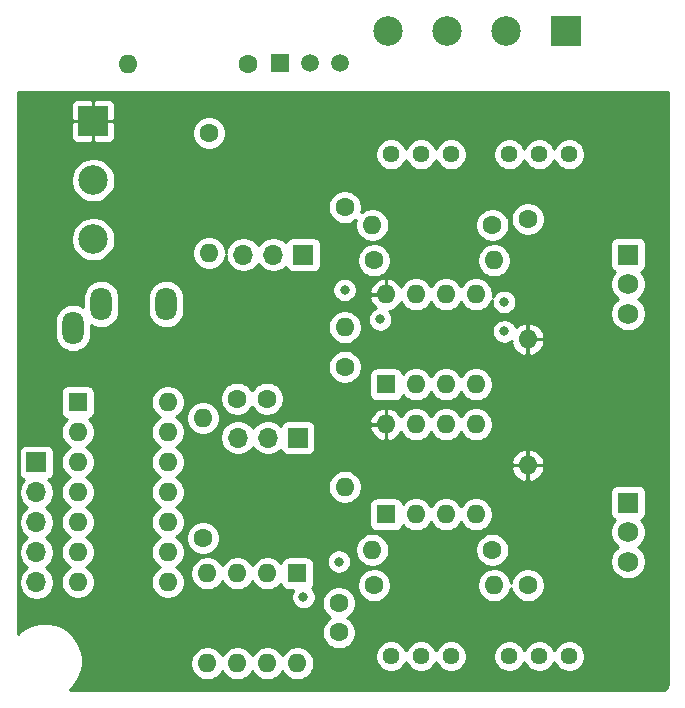
<source format=gbr>
%TF.GenerationSoftware,KiCad,Pcbnew,(5.1.6)-1*%
%TF.CreationDate,2020-09-03T17:42:13-04:00*%
%TF.ProjectId,GalvoDriver,47616c76-6f44-4726-9976-65722e6b6963,rev?*%
%TF.SameCoordinates,Original*%
%TF.FileFunction,Copper,L2,Inr*%
%TF.FilePolarity,Positive*%
%FSLAX46Y46*%
G04 Gerber Fmt 4.6, Leading zero omitted, Abs format (unit mm)*
G04 Created by KiCad (PCBNEW (5.1.6)-1) date 2020-09-03 17:42:13*
%MOMM*%
%LPD*%
G01*
G04 APERTURE LIST*
%TA.AperFunction,ViaPad*%
%ADD10C,1.600000*%
%TD*%
%TA.AperFunction,ViaPad*%
%ADD11O,1.600000X1.600000*%
%TD*%
%TA.AperFunction,ViaPad*%
%ADD12C,1.440000*%
%TD*%
%TA.AperFunction,ViaPad*%
%ADD13R,1.600000X1.600000*%
%TD*%
%TA.AperFunction,ViaPad*%
%ADD14R,1.700000X1.700000*%
%TD*%
%TA.AperFunction,ViaPad*%
%ADD15O,1.700000X1.700000*%
%TD*%
%TA.AperFunction,ViaPad*%
%ADD16O,1.800000X2.800000*%
%TD*%
%TA.AperFunction,ViaPad*%
%ADD17C,1.750000*%
%TD*%
%TA.AperFunction,ViaPad*%
%ADD18R,1.750000X1.750000*%
%TD*%
%TA.AperFunction,ViaPad*%
%ADD19C,2.500000*%
%TD*%
%TA.AperFunction,ViaPad*%
%ADD20R,2.500000X2.500000*%
%TD*%
%TA.AperFunction,ViaPad*%
%ADD21R,1.520000X1.520000*%
%TD*%
%TA.AperFunction,ViaPad*%
%ADD22C,1.520000*%
%TD*%
%TA.AperFunction,ViaPad*%
%ADD23C,0.800000*%
%TD*%
%TA.AperFunction,Conductor*%
%ADD24C,0.254000*%
%TD*%
G04 APERTURE END LIST*
D10*
%TO.N,VDD*%
%TO.C,C1*%
X61000000Y-88500000D03*
%TO.N,GND*%
X61000000Y-91000000D03*
%TD*%
D11*
%TO.N,Net-(R1-Pad2)*%
%TO.C,R1*%
X74160000Y-59500000D03*
D10*
%TO.N,A_ILDA+*%
X64000000Y-59500000D03*
%TD*%
%TO.N,Net-(J4-Pad1)*%
%TO.C,R2*%
X61500000Y-55000000D03*
D11*
%TO.N,DAC_A*%
X61500000Y-65160000D03*
%TD*%
D10*
%TO.N,Net-(R1-Pad2)*%
%TO.C,R3*%
X74000000Y-56500000D03*
D11*
%TO.N,A_ILDA-*%
X63840000Y-56500000D03*
%TD*%
%TO.N,+VIN*%
%TO.C,R4*%
X77000000Y-66160000D03*
D10*
%TO.N,Net-(R4-Pad1)*%
X77000000Y-56000000D03*
%TD*%
D11*
%TO.N,Net-(R5-Pad2)*%
%TO.C,R5*%
X74160000Y-87000000D03*
D10*
%TO.N,B_ILDA+*%
X64000000Y-87000000D03*
%TD*%
%TO.N,Net-(J5-Pad1)*%
%TO.C,R6*%
X61500000Y-68500000D03*
D11*
%TO.N,DAC_B*%
X61500000Y-78660000D03*
%TD*%
D10*
%TO.N,Net-(R5-Pad2)*%
%TO.C,R7*%
X74000000Y-84000000D03*
D11*
%TO.N,B_ILDA-*%
X63840000Y-84000000D03*
%TD*%
%TO.N,+VIN*%
%TO.C,R8*%
X77000000Y-76840000D03*
D10*
%TO.N,Net-(R8-Pad1)*%
X77000000Y-87000000D03*
%TD*%
D12*
%TO.N,Net-(RV1-Pad3)*%
%TO.C,RV1*%
X65420000Y-50500000D03*
%TO.N,A_ILDA-*%
X67960000Y-50500000D03*
%TO.N,Net-(J4-Pad2)*%
X70500000Y-50500000D03*
%TD*%
%TO.N,Net-(R4-Pad1)*%
%TO.C,RV2*%
X80500000Y-50500000D03*
%TO.N,Net-(RV2-Pad2)*%
X77960000Y-50500000D03*
%TO.N,GND*%
X75420000Y-50500000D03*
%TD*%
%TO.N,Net-(J5-Pad2)*%
%TO.C,RV3*%
X70500000Y-93000000D03*
%TO.N,B_ILDA-*%
X67960000Y-93000000D03*
%TO.N,Net-(RV3-Pad3)*%
X65420000Y-93000000D03*
%TD*%
%TO.N,GND*%
%TO.C,RV4*%
X75420000Y-93000000D03*
%TO.N,Net-(RV4-Pad2)*%
X77960000Y-93000000D03*
%TO.N,Net-(R8-Pad1)*%
X80500000Y-93000000D03*
%TD*%
D11*
%TO.N,+VIN*%
%TO.C,U1*%
X65000000Y-62380000D03*
%TO.N,-VIN*%
X72620000Y-70000000D03*
%TO.N,A_ILDA+*%
X67540000Y-62380000D03*
%TO.N,Net-(RV2-Pad2)*%
X70080000Y-70000000D03*
%TO.N,Net-(R1-Pad2)*%
X70080000Y-62380000D03*
%TO.N,Net-(J4-Pad2)*%
X67540000Y-70000000D03*
%TO.N,GND*%
X72620000Y-62380000D03*
D13*
%TO.N,A_ILDA-*%
X65000000Y-70000000D03*
%TD*%
D11*
%TO.N,DAC_A*%
%TO.C,U2*%
X57500000Y-93620000D03*
%TO.N,MOSI*%
X49880000Y-86000000D03*
%TO.N,GND*%
X54960000Y-93620000D03*
%TO.N,CLK*%
X52420000Y-86000000D03*
%TO.N,DAC_B*%
X52420000Y-93620000D03*
%TO.N,GND*%
X54960000Y-86000000D03*
X49880000Y-93620000D03*
D13*
%TO.N,VDD*%
X57500000Y-86000000D03*
%TD*%
%TO.N,B_ILDA-*%
%TO.C,U3*%
X65000000Y-81000000D03*
D11*
%TO.N,GND*%
X72620000Y-73380000D03*
%TO.N,Net-(J5-Pad2)*%
X67540000Y-81000000D03*
%TO.N,Net-(R5-Pad2)*%
X70080000Y-73380000D03*
%TO.N,Net-(RV4-Pad2)*%
X70080000Y-81000000D03*
%TO.N,B_ILDA+*%
X67540000Y-73380000D03*
%TO.N,-VIN*%
X72620000Y-81000000D03*
%TO.N,+VIN*%
X65000000Y-73380000D03*
%TD*%
D14*
%TO.N,Net-(J4-Pad1)*%
%TO.C,J4*%
X58000000Y-59000000D03*
D15*
%TO.N,Net-(J4-Pad2)*%
X55460000Y-59000000D03*
%TO.N,Net-(J4-Pad3)*%
X52920000Y-59000000D03*
%TD*%
%TO.N,Net-(J5-Pad3)*%
%TO.C,J5*%
X52460000Y-74500000D03*
%TO.N,Net-(J5-Pad2)*%
X55000000Y-74500000D03*
D14*
%TO.N,Net-(J5-Pad1)*%
X57540000Y-74500000D03*
%TD*%
D16*
%TO.N,GND*%
%TO.C,J6*%
X38500000Y-65200000D03*
%TO.N,AUDIO_L*%
X40900000Y-63200000D03*
%TO.N,AUDIO_R*%
X46400000Y-63200000D03*
%TD*%
D11*
%TO.N,AUDIO_L*%
%TO.C,R9*%
X50000000Y-58860000D03*
D10*
%TO.N,Net-(J4-Pad3)*%
X50000000Y-48700000D03*
%TD*%
%TO.N,Net-(J5-Pad3)*%
%TO.C,R10*%
X49500000Y-83000000D03*
D11*
%TO.N,AUDIO_R*%
X49500000Y-72840000D03*
%TD*%
D17*
%TO.N,A_ILDA-*%
%TO.C,J2*%
X85500000Y-64000000D03*
%TO.N,GND*%
X85500000Y-61500000D03*
D18*
%TO.N,A_ILDA+*%
X85500000Y-59000000D03*
%TD*%
%TO.N,B_ILDA+*%
%TO.C,J7*%
X85500000Y-80000000D03*
D17*
%TO.N,GND*%
X85500000Y-82500000D03*
%TO.N,B_ILDA-*%
X85500000Y-85000000D03*
%TD*%
D19*
%TO.N,GND*%
%TO.C,J1*%
X40200000Y-52700000D03*
D20*
%TO.N,+VIN*%
X40200000Y-47700000D03*
D19*
%TO.N,-VIN*%
X40200000Y-57700000D03*
%TD*%
%TO.N,VSS*%
%TO.C,J8*%
X75200000Y-40100000D03*
D20*
%TO.N,Net-(J8-Pad1)*%
X80200000Y-40100000D03*
D19*
%TO.N,GND*%
X70200000Y-40100000D03*
%TO.N,VSS*%
X65200000Y-40100000D03*
%TD*%
D11*
%TO.N,LASER*%
%TO.C,R11*%
X43140000Y-42900000D03*
D10*
%TO.N,Net-(Q1-Pad2)*%
X53300000Y-42900000D03*
%TD*%
D15*
%TO.N,GND*%
%TO.C,J3*%
X35400000Y-86760000D03*
%TO.N,LASER*%
X35400000Y-84220000D03*
%TO.N,Net-(J3-Pad3)*%
X35400000Y-81680000D03*
%TO.N,Net-(J3-Pad2)*%
X35400000Y-79140000D03*
D14*
%TO.N,VDD*%
X35400000Y-76600000D03*
%TD*%
D21*
%TO.N,GND*%
%TO.C,Q1*%
X56000000Y-42800000D03*
D22*
%TO.N,Net-(J8-Pad1)*%
X61080000Y-42800000D03*
%TO.N,Net-(Q1-Pad2)*%
X58540000Y-42800000D03*
%TD*%
D11*
%TO.N,VDD*%
%TO.C,U4*%
X46520000Y-71500000D03*
%TO.N,GND*%
X38900000Y-86740000D03*
%TO.N,VDD*%
X46520000Y-74040000D03*
%TO.N,MOSI*%
X38900000Y-84200000D03*
%TO.N,GND*%
X46520000Y-76580000D03*
%TO.N,Net-(J3-Pad3)*%
X38900000Y-81660000D03*
%TO.N,Net-(U4-Pad11)*%
X46520000Y-79120000D03*
%TO.N,GND*%
X38900000Y-79120000D03*
%TO.N,VDD*%
X46520000Y-81660000D03*
%TO.N,CLK*%
X38900000Y-76580000D03*
%TO.N,GND*%
X46520000Y-84200000D03*
%TO.N,Net-(J3-Pad2)*%
X38900000Y-74040000D03*
%TO.N,Net-(U4-Pad8)*%
X46520000Y-86740000D03*
D13*
%TO.N,GND*%
X38900000Y-71500000D03*
%TD*%
D10*
%TO.N,GND*%
%TO.C,C2*%
X54900000Y-71200000D03*
%TO.N,VDD*%
X52400000Y-71200000D03*
%TD*%
D23*
%TO.N,Net-(RV2-Pad2)*%
X75000000Y-63000000D03*
X75000000Y-65500000D03*
%TO.N,Net-(J4-Pad2)*%
X64500000Y-64500000D03*
X61500000Y-62000000D03*
%TO.N,DAC_B*%
X58000000Y-88000000D03*
X61000000Y-85000000D03*
%TD*%
D24*
%TO.N,+VIN*%
G36*
X88840000Y-95467721D02*
G01*
X88830420Y-95565424D01*
X88811420Y-95628357D01*
X88780554Y-95686406D01*
X88739011Y-95737343D01*
X88688356Y-95779248D01*
X88630529Y-95810515D01*
X88567728Y-95829956D01*
X88472165Y-95840000D01*
X38223668Y-95840000D01*
X38606575Y-95457093D01*
X38959730Y-94928558D01*
X39202988Y-94341281D01*
X39327000Y-93717832D01*
X39327000Y-93478665D01*
X48445000Y-93478665D01*
X48445000Y-93761335D01*
X48500147Y-94038574D01*
X48608320Y-94299727D01*
X48765363Y-94534759D01*
X48965241Y-94734637D01*
X49200273Y-94891680D01*
X49461426Y-94999853D01*
X49738665Y-95055000D01*
X50021335Y-95055000D01*
X50298574Y-94999853D01*
X50559727Y-94891680D01*
X50794759Y-94734637D01*
X50994637Y-94534759D01*
X51150000Y-94302241D01*
X51305363Y-94534759D01*
X51505241Y-94734637D01*
X51740273Y-94891680D01*
X52001426Y-94999853D01*
X52278665Y-95055000D01*
X52561335Y-95055000D01*
X52838574Y-94999853D01*
X53099727Y-94891680D01*
X53334759Y-94734637D01*
X53534637Y-94534759D01*
X53690000Y-94302241D01*
X53845363Y-94534759D01*
X54045241Y-94734637D01*
X54280273Y-94891680D01*
X54541426Y-94999853D01*
X54818665Y-95055000D01*
X55101335Y-95055000D01*
X55378574Y-94999853D01*
X55639727Y-94891680D01*
X55874759Y-94734637D01*
X56074637Y-94534759D01*
X56230000Y-94302241D01*
X56385363Y-94534759D01*
X56585241Y-94734637D01*
X56820273Y-94891680D01*
X57081426Y-94999853D01*
X57358665Y-95055000D01*
X57641335Y-95055000D01*
X57918574Y-94999853D01*
X58179727Y-94891680D01*
X58414759Y-94734637D01*
X58614637Y-94534759D01*
X58771680Y-94299727D01*
X58879853Y-94038574D01*
X58935000Y-93761335D01*
X58935000Y-93478665D01*
X58879853Y-93201426D01*
X58771680Y-92940273D01*
X58722416Y-92866544D01*
X64065000Y-92866544D01*
X64065000Y-93133456D01*
X64117072Y-93395239D01*
X64219215Y-93641833D01*
X64367503Y-93863762D01*
X64556238Y-94052497D01*
X64778167Y-94200785D01*
X65024761Y-94302928D01*
X65286544Y-94355000D01*
X65553456Y-94355000D01*
X65815239Y-94302928D01*
X66061833Y-94200785D01*
X66283762Y-94052497D01*
X66472497Y-93863762D01*
X66620785Y-93641833D01*
X66690000Y-93474734D01*
X66759215Y-93641833D01*
X66907503Y-93863762D01*
X67096238Y-94052497D01*
X67318167Y-94200785D01*
X67564761Y-94302928D01*
X67826544Y-94355000D01*
X68093456Y-94355000D01*
X68355239Y-94302928D01*
X68601833Y-94200785D01*
X68823762Y-94052497D01*
X69012497Y-93863762D01*
X69160785Y-93641833D01*
X69230000Y-93474734D01*
X69299215Y-93641833D01*
X69447503Y-93863762D01*
X69636238Y-94052497D01*
X69858167Y-94200785D01*
X70104761Y-94302928D01*
X70366544Y-94355000D01*
X70633456Y-94355000D01*
X70895239Y-94302928D01*
X71141833Y-94200785D01*
X71363762Y-94052497D01*
X71552497Y-93863762D01*
X71700785Y-93641833D01*
X71802928Y-93395239D01*
X71855000Y-93133456D01*
X71855000Y-92866544D01*
X74065000Y-92866544D01*
X74065000Y-93133456D01*
X74117072Y-93395239D01*
X74219215Y-93641833D01*
X74367503Y-93863762D01*
X74556238Y-94052497D01*
X74778167Y-94200785D01*
X75024761Y-94302928D01*
X75286544Y-94355000D01*
X75553456Y-94355000D01*
X75815239Y-94302928D01*
X76061833Y-94200785D01*
X76283762Y-94052497D01*
X76472497Y-93863762D01*
X76620785Y-93641833D01*
X76690000Y-93474734D01*
X76759215Y-93641833D01*
X76907503Y-93863762D01*
X77096238Y-94052497D01*
X77318167Y-94200785D01*
X77564761Y-94302928D01*
X77826544Y-94355000D01*
X78093456Y-94355000D01*
X78355239Y-94302928D01*
X78601833Y-94200785D01*
X78823762Y-94052497D01*
X79012497Y-93863762D01*
X79160785Y-93641833D01*
X79230000Y-93474734D01*
X79299215Y-93641833D01*
X79447503Y-93863762D01*
X79636238Y-94052497D01*
X79858167Y-94200785D01*
X80104761Y-94302928D01*
X80366544Y-94355000D01*
X80633456Y-94355000D01*
X80895239Y-94302928D01*
X81141833Y-94200785D01*
X81363762Y-94052497D01*
X81552497Y-93863762D01*
X81700785Y-93641833D01*
X81802928Y-93395239D01*
X81855000Y-93133456D01*
X81855000Y-92866544D01*
X81802928Y-92604761D01*
X81700785Y-92358167D01*
X81552497Y-92136238D01*
X81363762Y-91947503D01*
X81141833Y-91799215D01*
X80895239Y-91697072D01*
X80633456Y-91645000D01*
X80366544Y-91645000D01*
X80104761Y-91697072D01*
X79858167Y-91799215D01*
X79636238Y-91947503D01*
X79447503Y-92136238D01*
X79299215Y-92358167D01*
X79230000Y-92525266D01*
X79160785Y-92358167D01*
X79012497Y-92136238D01*
X78823762Y-91947503D01*
X78601833Y-91799215D01*
X78355239Y-91697072D01*
X78093456Y-91645000D01*
X77826544Y-91645000D01*
X77564761Y-91697072D01*
X77318167Y-91799215D01*
X77096238Y-91947503D01*
X76907503Y-92136238D01*
X76759215Y-92358167D01*
X76690000Y-92525266D01*
X76620785Y-92358167D01*
X76472497Y-92136238D01*
X76283762Y-91947503D01*
X76061833Y-91799215D01*
X75815239Y-91697072D01*
X75553456Y-91645000D01*
X75286544Y-91645000D01*
X75024761Y-91697072D01*
X74778167Y-91799215D01*
X74556238Y-91947503D01*
X74367503Y-92136238D01*
X74219215Y-92358167D01*
X74117072Y-92604761D01*
X74065000Y-92866544D01*
X71855000Y-92866544D01*
X71802928Y-92604761D01*
X71700785Y-92358167D01*
X71552497Y-92136238D01*
X71363762Y-91947503D01*
X71141833Y-91799215D01*
X70895239Y-91697072D01*
X70633456Y-91645000D01*
X70366544Y-91645000D01*
X70104761Y-91697072D01*
X69858167Y-91799215D01*
X69636238Y-91947503D01*
X69447503Y-92136238D01*
X69299215Y-92358167D01*
X69230000Y-92525266D01*
X69160785Y-92358167D01*
X69012497Y-92136238D01*
X68823762Y-91947503D01*
X68601833Y-91799215D01*
X68355239Y-91697072D01*
X68093456Y-91645000D01*
X67826544Y-91645000D01*
X67564761Y-91697072D01*
X67318167Y-91799215D01*
X67096238Y-91947503D01*
X66907503Y-92136238D01*
X66759215Y-92358167D01*
X66690000Y-92525266D01*
X66620785Y-92358167D01*
X66472497Y-92136238D01*
X66283762Y-91947503D01*
X66061833Y-91799215D01*
X65815239Y-91697072D01*
X65553456Y-91645000D01*
X65286544Y-91645000D01*
X65024761Y-91697072D01*
X64778167Y-91799215D01*
X64556238Y-91947503D01*
X64367503Y-92136238D01*
X64219215Y-92358167D01*
X64117072Y-92604761D01*
X64065000Y-92866544D01*
X58722416Y-92866544D01*
X58614637Y-92705241D01*
X58414759Y-92505363D01*
X58179727Y-92348320D01*
X57918574Y-92240147D01*
X57641335Y-92185000D01*
X57358665Y-92185000D01*
X57081426Y-92240147D01*
X56820273Y-92348320D01*
X56585241Y-92505363D01*
X56385363Y-92705241D01*
X56230000Y-92937759D01*
X56074637Y-92705241D01*
X55874759Y-92505363D01*
X55639727Y-92348320D01*
X55378574Y-92240147D01*
X55101335Y-92185000D01*
X54818665Y-92185000D01*
X54541426Y-92240147D01*
X54280273Y-92348320D01*
X54045241Y-92505363D01*
X53845363Y-92705241D01*
X53690000Y-92937759D01*
X53534637Y-92705241D01*
X53334759Y-92505363D01*
X53099727Y-92348320D01*
X52838574Y-92240147D01*
X52561335Y-92185000D01*
X52278665Y-92185000D01*
X52001426Y-92240147D01*
X51740273Y-92348320D01*
X51505241Y-92505363D01*
X51305363Y-92705241D01*
X51150000Y-92937759D01*
X50994637Y-92705241D01*
X50794759Y-92505363D01*
X50559727Y-92348320D01*
X50298574Y-92240147D01*
X50021335Y-92185000D01*
X49738665Y-92185000D01*
X49461426Y-92240147D01*
X49200273Y-92348320D01*
X48965241Y-92505363D01*
X48765363Y-92705241D01*
X48608320Y-92940273D01*
X48500147Y-93201426D01*
X48445000Y-93478665D01*
X39327000Y-93478665D01*
X39327000Y-93082168D01*
X39202988Y-92458719D01*
X38959730Y-91871442D01*
X38606575Y-91342907D01*
X38157093Y-90893425D01*
X37628558Y-90540270D01*
X37041281Y-90297012D01*
X36417832Y-90173000D01*
X35782168Y-90173000D01*
X35158719Y-90297012D01*
X34571442Y-90540270D01*
X34042907Y-90893425D01*
X33827000Y-91109332D01*
X33827000Y-75750000D01*
X33911928Y-75750000D01*
X33911928Y-77450000D01*
X33924188Y-77574482D01*
X33960498Y-77694180D01*
X34019463Y-77804494D01*
X34098815Y-77901185D01*
X34195506Y-77980537D01*
X34305820Y-78039502D01*
X34378380Y-78061513D01*
X34246525Y-78193368D01*
X34084010Y-78436589D01*
X33972068Y-78706842D01*
X33915000Y-78993740D01*
X33915000Y-79286260D01*
X33972068Y-79573158D01*
X34084010Y-79843411D01*
X34246525Y-80086632D01*
X34453368Y-80293475D01*
X34627760Y-80410000D01*
X34453368Y-80526525D01*
X34246525Y-80733368D01*
X34084010Y-80976589D01*
X33972068Y-81246842D01*
X33915000Y-81533740D01*
X33915000Y-81826260D01*
X33972068Y-82113158D01*
X34084010Y-82383411D01*
X34246525Y-82626632D01*
X34453368Y-82833475D01*
X34627760Y-82950000D01*
X34453368Y-83066525D01*
X34246525Y-83273368D01*
X34084010Y-83516589D01*
X33972068Y-83786842D01*
X33915000Y-84073740D01*
X33915000Y-84366260D01*
X33972068Y-84653158D01*
X34084010Y-84923411D01*
X34246525Y-85166632D01*
X34453368Y-85373475D01*
X34627760Y-85490000D01*
X34453368Y-85606525D01*
X34246525Y-85813368D01*
X34084010Y-86056589D01*
X33972068Y-86326842D01*
X33915000Y-86613740D01*
X33915000Y-86906260D01*
X33972068Y-87193158D01*
X34084010Y-87463411D01*
X34246525Y-87706632D01*
X34453368Y-87913475D01*
X34696589Y-88075990D01*
X34966842Y-88187932D01*
X35253740Y-88245000D01*
X35546260Y-88245000D01*
X35833158Y-88187932D01*
X36103411Y-88075990D01*
X36346632Y-87913475D01*
X36553475Y-87706632D01*
X36715990Y-87463411D01*
X36827932Y-87193158D01*
X36885000Y-86906260D01*
X36885000Y-86613740D01*
X36827932Y-86326842D01*
X36715990Y-86056589D01*
X36553475Y-85813368D01*
X36346632Y-85606525D01*
X36172240Y-85490000D01*
X36346632Y-85373475D01*
X36553475Y-85166632D01*
X36715990Y-84923411D01*
X36827932Y-84653158D01*
X36885000Y-84366260D01*
X36885000Y-84073740D01*
X36827932Y-83786842D01*
X36715990Y-83516589D01*
X36553475Y-83273368D01*
X36346632Y-83066525D01*
X36172240Y-82950000D01*
X36346632Y-82833475D01*
X36553475Y-82626632D01*
X36715990Y-82383411D01*
X36827932Y-82113158D01*
X36885000Y-81826260D01*
X36885000Y-81533740D01*
X36827932Y-81246842D01*
X36715990Y-80976589D01*
X36553475Y-80733368D01*
X36346632Y-80526525D01*
X36172240Y-80410000D01*
X36346632Y-80293475D01*
X36553475Y-80086632D01*
X36715990Y-79843411D01*
X36827932Y-79573158D01*
X36885000Y-79286260D01*
X36885000Y-78993740D01*
X36827932Y-78706842D01*
X36715990Y-78436589D01*
X36553475Y-78193368D01*
X36421620Y-78061513D01*
X36494180Y-78039502D01*
X36604494Y-77980537D01*
X36701185Y-77901185D01*
X36780537Y-77804494D01*
X36839502Y-77694180D01*
X36875812Y-77574482D01*
X36888072Y-77450000D01*
X36888072Y-75750000D01*
X36875812Y-75625518D01*
X36839502Y-75505820D01*
X36780537Y-75395506D01*
X36701185Y-75298815D01*
X36604494Y-75219463D01*
X36494180Y-75160498D01*
X36374482Y-75124188D01*
X36250000Y-75111928D01*
X34550000Y-75111928D01*
X34425518Y-75124188D01*
X34305820Y-75160498D01*
X34195506Y-75219463D01*
X34098815Y-75298815D01*
X34019463Y-75395506D01*
X33960498Y-75505820D01*
X33924188Y-75625518D01*
X33911928Y-75750000D01*
X33827000Y-75750000D01*
X33827000Y-70700000D01*
X37461928Y-70700000D01*
X37461928Y-72300000D01*
X37474188Y-72424482D01*
X37510498Y-72544180D01*
X37569463Y-72654494D01*
X37648815Y-72751185D01*
X37745506Y-72830537D01*
X37855820Y-72889502D01*
X37975518Y-72925812D01*
X37983961Y-72926643D01*
X37785363Y-73125241D01*
X37628320Y-73360273D01*
X37520147Y-73621426D01*
X37465000Y-73898665D01*
X37465000Y-74181335D01*
X37520147Y-74458574D01*
X37628320Y-74719727D01*
X37785363Y-74954759D01*
X37985241Y-75154637D01*
X38217759Y-75310000D01*
X37985241Y-75465363D01*
X37785363Y-75665241D01*
X37628320Y-75900273D01*
X37520147Y-76161426D01*
X37465000Y-76438665D01*
X37465000Y-76721335D01*
X37520147Y-76998574D01*
X37628320Y-77259727D01*
X37785363Y-77494759D01*
X37985241Y-77694637D01*
X38217759Y-77850000D01*
X37985241Y-78005363D01*
X37785363Y-78205241D01*
X37628320Y-78440273D01*
X37520147Y-78701426D01*
X37465000Y-78978665D01*
X37465000Y-79261335D01*
X37520147Y-79538574D01*
X37628320Y-79799727D01*
X37785363Y-80034759D01*
X37985241Y-80234637D01*
X38217759Y-80390000D01*
X37985241Y-80545363D01*
X37785363Y-80745241D01*
X37628320Y-80980273D01*
X37520147Y-81241426D01*
X37465000Y-81518665D01*
X37465000Y-81801335D01*
X37520147Y-82078574D01*
X37628320Y-82339727D01*
X37785363Y-82574759D01*
X37985241Y-82774637D01*
X38217759Y-82930000D01*
X37985241Y-83085363D01*
X37785363Y-83285241D01*
X37628320Y-83520273D01*
X37520147Y-83781426D01*
X37465000Y-84058665D01*
X37465000Y-84341335D01*
X37520147Y-84618574D01*
X37628320Y-84879727D01*
X37785363Y-85114759D01*
X37985241Y-85314637D01*
X38217759Y-85470000D01*
X37985241Y-85625363D01*
X37785363Y-85825241D01*
X37628320Y-86060273D01*
X37520147Y-86321426D01*
X37465000Y-86598665D01*
X37465000Y-86881335D01*
X37520147Y-87158574D01*
X37628320Y-87419727D01*
X37785363Y-87654759D01*
X37985241Y-87854637D01*
X38220273Y-88011680D01*
X38481426Y-88119853D01*
X38758665Y-88175000D01*
X39041335Y-88175000D01*
X39318574Y-88119853D01*
X39579727Y-88011680D01*
X39814759Y-87854637D01*
X40014637Y-87654759D01*
X40171680Y-87419727D01*
X40279853Y-87158574D01*
X40335000Y-86881335D01*
X40335000Y-86598665D01*
X40279853Y-86321426D01*
X40171680Y-86060273D01*
X40014637Y-85825241D01*
X39814759Y-85625363D01*
X39582241Y-85470000D01*
X39814759Y-85314637D01*
X40014637Y-85114759D01*
X40171680Y-84879727D01*
X40279853Y-84618574D01*
X40335000Y-84341335D01*
X40335000Y-84058665D01*
X40279853Y-83781426D01*
X40171680Y-83520273D01*
X40014637Y-83285241D01*
X39814759Y-83085363D01*
X39582241Y-82930000D01*
X39814759Y-82774637D01*
X40014637Y-82574759D01*
X40171680Y-82339727D01*
X40279853Y-82078574D01*
X40335000Y-81801335D01*
X40335000Y-81518665D01*
X40279853Y-81241426D01*
X40171680Y-80980273D01*
X40014637Y-80745241D01*
X39814759Y-80545363D01*
X39582241Y-80390000D01*
X39814759Y-80234637D01*
X40014637Y-80034759D01*
X40171680Y-79799727D01*
X40279853Y-79538574D01*
X40335000Y-79261335D01*
X40335000Y-78978665D01*
X40279853Y-78701426D01*
X40171680Y-78440273D01*
X40014637Y-78205241D01*
X39814759Y-78005363D01*
X39582241Y-77850000D01*
X39814759Y-77694637D01*
X40014637Y-77494759D01*
X40171680Y-77259727D01*
X40279853Y-76998574D01*
X40335000Y-76721335D01*
X40335000Y-76438665D01*
X40279853Y-76161426D01*
X40171680Y-75900273D01*
X40014637Y-75665241D01*
X39814759Y-75465363D01*
X39582241Y-75310000D01*
X39814759Y-75154637D01*
X40014637Y-74954759D01*
X40171680Y-74719727D01*
X40279853Y-74458574D01*
X40335000Y-74181335D01*
X40335000Y-73898665D01*
X40279853Y-73621426D01*
X40171680Y-73360273D01*
X40014637Y-73125241D01*
X39816039Y-72926643D01*
X39824482Y-72925812D01*
X39944180Y-72889502D01*
X40054494Y-72830537D01*
X40151185Y-72751185D01*
X40230537Y-72654494D01*
X40289502Y-72544180D01*
X40325812Y-72424482D01*
X40338072Y-72300000D01*
X40338072Y-71358665D01*
X45085000Y-71358665D01*
X45085000Y-71641335D01*
X45140147Y-71918574D01*
X45248320Y-72179727D01*
X45405363Y-72414759D01*
X45605241Y-72614637D01*
X45837759Y-72770000D01*
X45605241Y-72925363D01*
X45405363Y-73125241D01*
X45248320Y-73360273D01*
X45140147Y-73621426D01*
X45085000Y-73898665D01*
X45085000Y-74181335D01*
X45140147Y-74458574D01*
X45248320Y-74719727D01*
X45405363Y-74954759D01*
X45605241Y-75154637D01*
X45837759Y-75310000D01*
X45605241Y-75465363D01*
X45405363Y-75665241D01*
X45248320Y-75900273D01*
X45140147Y-76161426D01*
X45085000Y-76438665D01*
X45085000Y-76721335D01*
X45140147Y-76998574D01*
X45248320Y-77259727D01*
X45405363Y-77494759D01*
X45605241Y-77694637D01*
X45837759Y-77850000D01*
X45605241Y-78005363D01*
X45405363Y-78205241D01*
X45248320Y-78440273D01*
X45140147Y-78701426D01*
X45085000Y-78978665D01*
X45085000Y-79261335D01*
X45140147Y-79538574D01*
X45248320Y-79799727D01*
X45405363Y-80034759D01*
X45605241Y-80234637D01*
X45837759Y-80390000D01*
X45605241Y-80545363D01*
X45405363Y-80745241D01*
X45248320Y-80980273D01*
X45140147Y-81241426D01*
X45085000Y-81518665D01*
X45085000Y-81801335D01*
X45140147Y-82078574D01*
X45248320Y-82339727D01*
X45405363Y-82574759D01*
X45605241Y-82774637D01*
X45837759Y-82930000D01*
X45605241Y-83085363D01*
X45405363Y-83285241D01*
X45248320Y-83520273D01*
X45140147Y-83781426D01*
X45085000Y-84058665D01*
X45085000Y-84341335D01*
X45140147Y-84618574D01*
X45248320Y-84879727D01*
X45405363Y-85114759D01*
X45605241Y-85314637D01*
X45837759Y-85470000D01*
X45605241Y-85625363D01*
X45405363Y-85825241D01*
X45248320Y-86060273D01*
X45140147Y-86321426D01*
X45085000Y-86598665D01*
X45085000Y-86881335D01*
X45140147Y-87158574D01*
X45248320Y-87419727D01*
X45405363Y-87654759D01*
X45605241Y-87854637D01*
X45840273Y-88011680D01*
X46101426Y-88119853D01*
X46378665Y-88175000D01*
X46661335Y-88175000D01*
X46938574Y-88119853D01*
X47199727Y-88011680D01*
X47434759Y-87854637D01*
X47634637Y-87654759D01*
X47791680Y-87419727D01*
X47899853Y-87158574D01*
X47955000Y-86881335D01*
X47955000Y-86598665D01*
X47899853Y-86321426D01*
X47791680Y-86060273D01*
X47656971Y-85858665D01*
X48445000Y-85858665D01*
X48445000Y-86141335D01*
X48500147Y-86418574D01*
X48608320Y-86679727D01*
X48765363Y-86914759D01*
X48965241Y-87114637D01*
X49200273Y-87271680D01*
X49461426Y-87379853D01*
X49738665Y-87435000D01*
X50021335Y-87435000D01*
X50298574Y-87379853D01*
X50559727Y-87271680D01*
X50794759Y-87114637D01*
X50994637Y-86914759D01*
X51150000Y-86682241D01*
X51305363Y-86914759D01*
X51505241Y-87114637D01*
X51740273Y-87271680D01*
X52001426Y-87379853D01*
X52278665Y-87435000D01*
X52561335Y-87435000D01*
X52838574Y-87379853D01*
X53099727Y-87271680D01*
X53334759Y-87114637D01*
X53534637Y-86914759D01*
X53690000Y-86682241D01*
X53845363Y-86914759D01*
X54045241Y-87114637D01*
X54280273Y-87271680D01*
X54541426Y-87379853D01*
X54818665Y-87435000D01*
X55101335Y-87435000D01*
X55378574Y-87379853D01*
X55639727Y-87271680D01*
X55874759Y-87114637D01*
X56073357Y-86916039D01*
X56074188Y-86924482D01*
X56110498Y-87044180D01*
X56169463Y-87154494D01*
X56248815Y-87251185D01*
X56345506Y-87330537D01*
X56455820Y-87389502D01*
X56575518Y-87425812D01*
X56700000Y-87438072D01*
X57130685Y-87438072D01*
X57082795Y-87509744D01*
X57004774Y-87698102D01*
X56965000Y-87898061D01*
X56965000Y-88101939D01*
X57004774Y-88301898D01*
X57082795Y-88490256D01*
X57196063Y-88659774D01*
X57340226Y-88803937D01*
X57509744Y-88917205D01*
X57698102Y-88995226D01*
X57898061Y-89035000D01*
X58101939Y-89035000D01*
X58301898Y-88995226D01*
X58490256Y-88917205D01*
X58659774Y-88803937D01*
X58803937Y-88659774D01*
X58917205Y-88490256D01*
X58971712Y-88358665D01*
X59565000Y-88358665D01*
X59565000Y-88641335D01*
X59620147Y-88918574D01*
X59728320Y-89179727D01*
X59885363Y-89414759D01*
X60085241Y-89614637D01*
X60287827Y-89750000D01*
X60085241Y-89885363D01*
X59885363Y-90085241D01*
X59728320Y-90320273D01*
X59620147Y-90581426D01*
X59565000Y-90858665D01*
X59565000Y-91141335D01*
X59620147Y-91418574D01*
X59728320Y-91679727D01*
X59885363Y-91914759D01*
X60085241Y-92114637D01*
X60320273Y-92271680D01*
X60581426Y-92379853D01*
X60858665Y-92435000D01*
X61141335Y-92435000D01*
X61418574Y-92379853D01*
X61679727Y-92271680D01*
X61914759Y-92114637D01*
X62114637Y-91914759D01*
X62271680Y-91679727D01*
X62379853Y-91418574D01*
X62435000Y-91141335D01*
X62435000Y-90858665D01*
X62379853Y-90581426D01*
X62271680Y-90320273D01*
X62114637Y-90085241D01*
X61914759Y-89885363D01*
X61712173Y-89750000D01*
X61914759Y-89614637D01*
X62114637Y-89414759D01*
X62271680Y-89179727D01*
X62379853Y-88918574D01*
X62435000Y-88641335D01*
X62435000Y-88358665D01*
X62379853Y-88081426D01*
X62271680Y-87820273D01*
X62114637Y-87585241D01*
X61914759Y-87385363D01*
X61679727Y-87228320D01*
X61418574Y-87120147D01*
X61141335Y-87065000D01*
X60858665Y-87065000D01*
X60581426Y-87120147D01*
X60320273Y-87228320D01*
X60085241Y-87385363D01*
X59885363Y-87585241D01*
X59728320Y-87820273D01*
X59620147Y-88081426D01*
X59565000Y-88358665D01*
X58971712Y-88358665D01*
X58995226Y-88301898D01*
X59035000Y-88101939D01*
X59035000Y-87898061D01*
X58995226Y-87698102D01*
X58917205Y-87509744D01*
X58803937Y-87340226D01*
X58731253Y-87267542D01*
X58751185Y-87251185D01*
X58830537Y-87154494D01*
X58889502Y-87044180D01*
X58925812Y-86924482D01*
X58932294Y-86858665D01*
X62565000Y-86858665D01*
X62565000Y-87141335D01*
X62620147Y-87418574D01*
X62728320Y-87679727D01*
X62885363Y-87914759D01*
X63085241Y-88114637D01*
X63320273Y-88271680D01*
X63581426Y-88379853D01*
X63858665Y-88435000D01*
X64141335Y-88435000D01*
X64418574Y-88379853D01*
X64679727Y-88271680D01*
X64914759Y-88114637D01*
X65114637Y-87914759D01*
X65271680Y-87679727D01*
X65379853Y-87418574D01*
X65435000Y-87141335D01*
X65435000Y-86858665D01*
X72725000Y-86858665D01*
X72725000Y-87141335D01*
X72780147Y-87418574D01*
X72888320Y-87679727D01*
X73045363Y-87914759D01*
X73245241Y-88114637D01*
X73480273Y-88271680D01*
X73741426Y-88379853D01*
X74018665Y-88435000D01*
X74301335Y-88435000D01*
X74578574Y-88379853D01*
X74839727Y-88271680D01*
X75074759Y-88114637D01*
X75274637Y-87914759D01*
X75431680Y-87679727D01*
X75539853Y-87418574D01*
X75580000Y-87216744D01*
X75620147Y-87418574D01*
X75728320Y-87679727D01*
X75885363Y-87914759D01*
X76085241Y-88114637D01*
X76320273Y-88271680D01*
X76581426Y-88379853D01*
X76858665Y-88435000D01*
X77141335Y-88435000D01*
X77418574Y-88379853D01*
X77679727Y-88271680D01*
X77914759Y-88114637D01*
X78114637Y-87914759D01*
X78271680Y-87679727D01*
X78379853Y-87418574D01*
X78435000Y-87141335D01*
X78435000Y-86858665D01*
X78379853Y-86581426D01*
X78271680Y-86320273D01*
X78114637Y-86085241D01*
X77914759Y-85885363D01*
X77679727Y-85728320D01*
X77418574Y-85620147D01*
X77141335Y-85565000D01*
X76858665Y-85565000D01*
X76581426Y-85620147D01*
X76320273Y-85728320D01*
X76085241Y-85885363D01*
X75885363Y-86085241D01*
X75728320Y-86320273D01*
X75620147Y-86581426D01*
X75580000Y-86783256D01*
X75539853Y-86581426D01*
X75431680Y-86320273D01*
X75274637Y-86085241D01*
X75074759Y-85885363D01*
X74839727Y-85728320D01*
X74578574Y-85620147D01*
X74301335Y-85565000D01*
X74018665Y-85565000D01*
X73741426Y-85620147D01*
X73480273Y-85728320D01*
X73245241Y-85885363D01*
X73045363Y-86085241D01*
X72888320Y-86320273D01*
X72780147Y-86581426D01*
X72725000Y-86858665D01*
X65435000Y-86858665D01*
X65379853Y-86581426D01*
X65271680Y-86320273D01*
X65114637Y-86085241D01*
X64914759Y-85885363D01*
X64679727Y-85728320D01*
X64418574Y-85620147D01*
X64141335Y-85565000D01*
X63858665Y-85565000D01*
X63581426Y-85620147D01*
X63320273Y-85728320D01*
X63085241Y-85885363D01*
X62885363Y-86085241D01*
X62728320Y-86320273D01*
X62620147Y-86581426D01*
X62565000Y-86858665D01*
X58932294Y-86858665D01*
X58938072Y-86800000D01*
X58938072Y-85200000D01*
X58925812Y-85075518D01*
X58889502Y-84955820D01*
X58858629Y-84898061D01*
X59965000Y-84898061D01*
X59965000Y-85101939D01*
X60004774Y-85301898D01*
X60082795Y-85490256D01*
X60196063Y-85659774D01*
X60340226Y-85803937D01*
X60509744Y-85917205D01*
X60698102Y-85995226D01*
X60898061Y-86035000D01*
X61101939Y-86035000D01*
X61301898Y-85995226D01*
X61490256Y-85917205D01*
X61659774Y-85803937D01*
X61803937Y-85659774D01*
X61917205Y-85490256D01*
X61995226Y-85301898D01*
X62035000Y-85101939D01*
X62035000Y-84898061D01*
X61995226Y-84698102D01*
X61917205Y-84509744D01*
X61803937Y-84340226D01*
X61659774Y-84196063D01*
X61490256Y-84082795D01*
X61301898Y-84004774D01*
X61101939Y-83965000D01*
X60898061Y-83965000D01*
X60698102Y-84004774D01*
X60509744Y-84082795D01*
X60340226Y-84196063D01*
X60196063Y-84340226D01*
X60082795Y-84509744D01*
X60004774Y-84698102D01*
X59965000Y-84898061D01*
X58858629Y-84898061D01*
X58830537Y-84845506D01*
X58751185Y-84748815D01*
X58654494Y-84669463D01*
X58544180Y-84610498D01*
X58424482Y-84574188D01*
X58300000Y-84561928D01*
X56700000Y-84561928D01*
X56575518Y-84574188D01*
X56455820Y-84610498D01*
X56345506Y-84669463D01*
X56248815Y-84748815D01*
X56169463Y-84845506D01*
X56110498Y-84955820D01*
X56074188Y-85075518D01*
X56073357Y-85083961D01*
X55874759Y-84885363D01*
X55639727Y-84728320D01*
X55378574Y-84620147D01*
X55101335Y-84565000D01*
X54818665Y-84565000D01*
X54541426Y-84620147D01*
X54280273Y-84728320D01*
X54045241Y-84885363D01*
X53845363Y-85085241D01*
X53690000Y-85317759D01*
X53534637Y-85085241D01*
X53334759Y-84885363D01*
X53099727Y-84728320D01*
X52838574Y-84620147D01*
X52561335Y-84565000D01*
X52278665Y-84565000D01*
X52001426Y-84620147D01*
X51740273Y-84728320D01*
X51505241Y-84885363D01*
X51305363Y-85085241D01*
X51150000Y-85317759D01*
X50994637Y-85085241D01*
X50794759Y-84885363D01*
X50559727Y-84728320D01*
X50298574Y-84620147D01*
X50021335Y-84565000D01*
X49738665Y-84565000D01*
X49461426Y-84620147D01*
X49200273Y-84728320D01*
X48965241Y-84885363D01*
X48765363Y-85085241D01*
X48608320Y-85320273D01*
X48500147Y-85581426D01*
X48445000Y-85858665D01*
X47656971Y-85858665D01*
X47634637Y-85825241D01*
X47434759Y-85625363D01*
X47202241Y-85470000D01*
X47434759Y-85314637D01*
X47634637Y-85114759D01*
X47791680Y-84879727D01*
X47899853Y-84618574D01*
X47955000Y-84341335D01*
X47955000Y-84058665D01*
X47899853Y-83781426D01*
X47791680Y-83520273D01*
X47634637Y-83285241D01*
X47434759Y-83085363D01*
X47202241Y-82930000D01*
X47309001Y-82858665D01*
X48065000Y-82858665D01*
X48065000Y-83141335D01*
X48120147Y-83418574D01*
X48228320Y-83679727D01*
X48385363Y-83914759D01*
X48585241Y-84114637D01*
X48820273Y-84271680D01*
X49081426Y-84379853D01*
X49358665Y-84435000D01*
X49641335Y-84435000D01*
X49918574Y-84379853D01*
X50179727Y-84271680D01*
X50414759Y-84114637D01*
X50614637Y-83914759D01*
X50652117Y-83858665D01*
X62405000Y-83858665D01*
X62405000Y-84141335D01*
X62460147Y-84418574D01*
X62568320Y-84679727D01*
X62725363Y-84914759D01*
X62925241Y-85114637D01*
X63160273Y-85271680D01*
X63421426Y-85379853D01*
X63698665Y-85435000D01*
X63981335Y-85435000D01*
X64258574Y-85379853D01*
X64519727Y-85271680D01*
X64754759Y-85114637D01*
X64954637Y-84914759D01*
X65111680Y-84679727D01*
X65219853Y-84418574D01*
X65275000Y-84141335D01*
X65275000Y-83858665D01*
X72565000Y-83858665D01*
X72565000Y-84141335D01*
X72620147Y-84418574D01*
X72728320Y-84679727D01*
X72885363Y-84914759D01*
X73085241Y-85114637D01*
X73320273Y-85271680D01*
X73581426Y-85379853D01*
X73858665Y-85435000D01*
X74141335Y-85435000D01*
X74418574Y-85379853D01*
X74679727Y-85271680D01*
X74914759Y-85114637D01*
X75114637Y-84914759D01*
X75271680Y-84679727D01*
X75379853Y-84418574D01*
X75435000Y-84141335D01*
X75435000Y-83858665D01*
X75379853Y-83581426D01*
X75271680Y-83320273D01*
X75114637Y-83085241D01*
X74914759Y-82885363D01*
X74679727Y-82728320D01*
X74418574Y-82620147D01*
X74141335Y-82565000D01*
X73858665Y-82565000D01*
X73581426Y-82620147D01*
X73320273Y-82728320D01*
X73085241Y-82885363D01*
X72885363Y-83085241D01*
X72728320Y-83320273D01*
X72620147Y-83581426D01*
X72565000Y-83858665D01*
X65275000Y-83858665D01*
X65219853Y-83581426D01*
X65111680Y-83320273D01*
X64954637Y-83085241D01*
X64754759Y-82885363D01*
X64519727Y-82728320D01*
X64258574Y-82620147D01*
X63981335Y-82565000D01*
X63698665Y-82565000D01*
X63421426Y-82620147D01*
X63160273Y-82728320D01*
X62925241Y-82885363D01*
X62725363Y-83085241D01*
X62568320Y-83320273D01*
X62460147Y-83581426D01*
X62405000Y-83858665D01*
X50652117Y-83858665D01*
X50771680Y-83679727D01*
X50879853Y-83418574D01*
X50935000Y-83141335D01*
X50935000Y-82858665D01*
X50879853Y-82581426D01*
X50771680Y-82320273D01*
X50614637Y-82085241D01*
X50414759Y-81885363D01*
X50179727Y-81728320D01*
X49918574Y-81620147D01*
X49641335Y-81565000D01*
X49358665Y-81565000D01*
X49081426Y-81620147D01*
X48820273Y-81728320D01*
X48585241Y-81885363D01*
X48385363Y-82085241D01*
X48228320Y-82320273D01*
X48120147Y-82581426D01*
X48065000Y-82858665D01*
X47309001Y-82858665D01*
X47434759Y-82774637D01*
X47634637Y-82574759D01*
X47791680Y-82339727D01*
X47899853Y-82078574D01*
X47955000Y-81801335D01*
X47955000Y-81518665D01*
X47899853Y-81241426D01*
X47791680Y-80980273D01*
X47634637Y-80745241D01*
X47434759Y-80545363D01*
X47202241Y-80390000D01*
X47434759Y-80234637D01*
X47469396Y-80200000D01*
X63561928Y-80200000D01*
X63561928Y-81800000D01*
X63574188Y-81924482D01*
X63610498Y-82044180D01*
X63669463Y-82154494D01*
X63748815Y-82251185D01*
X63845506Y-82330537D01*
X63955820Y-82389502D01*
X64075518Y-82425812D01*
X64200000Y-82438072D01*
X65800000Y-82438072D01*
X65924482Y-82425812D01*
X66044180Y-82389502D01*
X66154494Y-82330537D01*
X66251185Y-82251185D01*
X66330537Y-82154494D01*
X66389502Y-82044180D01*
X66425812Y-81924482D01*
X66426643Y-81916039D01*
X66625241Y-82114637D01*
X66860273Y-82271680D01*
X67121426Y-82379853D01*
X67398665Y-82435000D01*
X67681335Y-82435000D01*
X67958574Y-82379853D01*
X68219727Y-82271680D01*
X68454759Y-82114637D01*
X68654637Y-81914759D01*
X68810000Y-81682241D01*
X68965363Y-81914759D01*
X69165241Y-82114637D01*
X69400273Y-82271680D01*
X69661426Y-82379853D01*
X69938665Y-82435000D01*
X70221335Y-82435000D01*
X70498574Y-82379853D01*
X70759727Y-82271680D01*
X70994759Y-82114637D01*
X71194637Y-81914759D01*
X71350000Y-81682241D01*
X71505363Y-81914759D01*
X71705241Y-82114637D01*
X71940273Y-82271680D01*
X72201426Y-82379853D01*
X72478665Y-82435000D01*
X72761335Y-82435000D01*
X73038574Y-82379853D01*
X73299727Y-82271680D01*
X73534759Y-82114637D01*
X73734637Y-81914759D01*
X73891680Y-81679727D01*
X73999853Y-81418574D01*
X74055000Y-81141335D01*
X74055000Y-80858665D01*
X73999853Y-80581426D01*
X73891680Y-80320273D01*
X73734637Y-80085241D01*
X73534759Y-79885363D01*
X73299727Y-79728320D01*
X73038574Y-79620147D01*
X72761335Y-79565000D01*
X72478665Y-79565000D01*
X72201426Y-79620147D01*
X71940273Y-79728320D01*
X71705241Y-79885363D01*
X71505363Y-80085241D01*
X71350000Y-80317759D01*
X71194637Y-80085241D01*
X70994759Y-79885363D01*
X70759727Y-79728320D01*
X70498574Y-79620147D01*
X70221335Y-79565000D01*
X69938665Y-79565000D01*
X69661426Y-79620147D01*
X69400273Y-79728320D01*
X69165241Y-79885363D01*
X68965363Y-80085241D01*
X68810000Y-80317759D01*
X68654637Y-80085241D01*
X68454759Y-79885363D01*
X68219727Y-79728320D01*
X67958574Y-79620147D01*
X67681335Y-79565000D01*
X67398665Y-79565000D01*
X67121426Y-79620147D01*
X66860273Y-79728320D01*
X66625241Y-79885363D01*
X66426643Y-80083961D01*
X66425812Y-80075518D01*
X66389502Y-79955820D01*
X66330537Y-79845506D01*
X66251185Y-79748815D01*
X66154494Y-79669463D01*
X66044180Y-79610498D01*
X65924482Y-79574188D01*
X65800000Y-79561928D01*
X64200000Y-79561928D01*
X64075518Y-79574188D01*
X63955820Y-79610498D01*
X63845506Y-79669463D01*
X63748815Y-79748815D01*
X63669463Y-79845506D01*
X63610498Y-79955820D01*
X63574188Y-80075518D01*
X63561928Y-80200000D01*
X47469396Y-80200000D01*
X47634637Y-80034759D01*
X47791680Y-79799727D01*
X47899853Y-79538574D01*
X47955000Y-79261335D01*
X47955000Y-78978665D01*
X47899853Y-78701426D01*
X47824151Y-78518665D01*
X60065000Y-78518665D01*
X60065000Y-78801335D01*
X60120147Y-79078574D01*
X60228320Y-79339727D01*
X60385363Y-79574759D01*
X60585241Y-79774637D01*
X60820273Y-79931680D01*
X61081426Y-80039853D01*
X61358665Y-80095000D01*
X61641335Y-80095000D01*
X61918574Y-80039853D01*
X62179727Y-79931680D01*
X62414759Y-79774637D01*
X62614637Y-79574759D01*
X62771680Y-79339727D01*
X62860622Y-79125000D01*
X83986928Y-79125000D01*
X83986928Y-80875000D01*
X83999188Y-80999482D01*
X84035498Y-81119180D01*
X84094463Y-81229494D01*
X84173815Y-81326185D01*
X84270506Y-81405537D01*
X84380820Y-81464502D01*
X84395564Y-81468974D01*
X84327107Y-81537431D01*
X84161856Y-81784747D01*
X84048029Y-82059549D01*
X83990000Y-82351278D01*
X83990000Y-82648722D01*
X84048029Y-82940451D01*
X84161856Y-83215253D01*
X84327107Y-83462569D01*
X84537431Y-83672893D01*
X84652830Y-83750000D01*
X84537431Y-83827107D01*
X84327107Y-84037431D01*
X84161856Y-84284747D01*
X84048029Y-84559549D01*
X83990000Y-84851278D01*
X83990000Y-85148722D01*
X84048029Y-85440451D01*
X84161856Y-85715253D01*
X84327107Y-85962569D01*
X84537431Y-86172893D01*
X84784747Y-86338144D01*
X85059549Y-86451971D01*
X85351278Y-86510000D01*
X85648722Y-86510000D01*
X85940451Y-86451971D01*
X86215253Y-86338144D01*
X86462569Y-86172893D01*
X86672893Y-85962569D01*
X86838144Y-85715253D01*
X86951971Y-85440451D01*
X87010000Y-85148722D01*
X87010000Y-84851278D01*
X86951971Y-84559549D01*
X86838144Y-84284747D01*
X86672893Y-84037431D01*
X86462569Y-83827107D01*
X86347170Y-83750000D01*
X86462569Y-83672893D01*
X86672893Y-83462569D01*
X86838144Y-83215253D01*
X86951971Y-82940451D01*
X87010000Y-82648722D01*
X87010000Y-82351278D01*
X86951971Y-82059549D01*
X86838144Y-81784747D01*
X86672893Y-81537431D01*
X86604436Y-81468974D01*
X86619180Y-81464502D01*
X86729494Y-81405537D01*
X86826185Y-81326185D01*
X86905537Y-81229494D01*
X86964502Y-81119180D01*
X87000812Y-80999482D01*
X87013072Y-80875000D01*
X87013072Y-79125000D01*
X87000812Y-79000518D01*
X86964502Y-78880820D01*
X86905537Y-78770506D01*
X86826185Y-78673815D01*
X86729494Y-78594463D01*
X86619180Y-78535498D01*
X86499482Y-78499188D01*
X86375000Y-78486928D01*
X84625000Y-78486928D01*
X84500518Y-78499188D01*
X84380820Y-78535498D01*
X84270506Y-78594463D01*
X84173815Y-78673815D01*
X84094463Y-78770506D01*
X84035498Y-78880820D01*
X83999188Y-79000518D01*
X83986928Y-79125000D01*
X62860622Y-79125000D01*
X62879853Y-79078574D01*
X62935000Y-78801335D01*
X62935000Y-78518665D01*
X62879853Y-78241426D01*
X62771680Y-77980273D01*
X62614637Y-77745241D01*
X62414759Y-77545363D01*
X62179727Y-77388320D01*
X61918574Y-77280147D01*
X61641335Y-77225000D01*
X61358665Y-77225000D01*
X61081426Y-77280147D01*
X60820273Y-77388320D01*
X60585241Y-77545363D01*
X60385363Y-77745241D01*
X60228320Y-77980273D01*
X60120147Y-78241426D01*
X60065000Y-78518665D01*
X47824151Y-78518665D01*
X47791680Y-78440273D01*
X47634637Y-78205241D01*
X47434759Y-78005363D01*
X47202241Y-77850000D01*
X47434759Y-77694637D01*
X47634637Y-77494759D01*
X47791680Y-77259727D01*
X47863154Y-77087172D01*
X75586446Y-77087172D01*
X75661828Y-77358193D01*
X75788635Y-77609300D01*
X75961994Y-77830844D01*
X76175243Y-78014310D01*
X76420187Y-78152648D01*
X76687413Y-78240542D01*
X76752828Y-78253553D01*
X76977000Y-78116043D01*
X76977000Y-76863000D01*
X77023000Y-76863000D01*
X77023000Y-78116043D01*
X77247172Y-78253553D01*
X77312587Y-78240542D01*
X77579813Y-78152648D01*
X77824757Y-78014310D01*
X78038006Y-77830844D01*
X78211365Y-77609300D01*
X78338172Y-77358193D01*
X78413554Y-77087172D01*
X78276067Y-76863000D01*
X77023000Y-76863000D01*
X76977000Y-76863000D01*
X75723933Y-76863000D01*
X75586446Y-77087172D01*
X47863154Y-77087172D01*
X47899853Y-76998574D01*
X47955000Y-76721335D01*
X47955000Y-76592828D01*
X75586446Y-76592828D01*
X75723933Y-76817000D01*
X76977000Y-76817000D01*
X76977000Y-75563957D01*
X77023000Y-75563957D01*
X77023000Y-76817000D01*
X78276067Y-76817000D01*
X78413554Y-76592828D01*
X78338172Y-76321807D01*
X78211365Y-76070700D01*
X78038006Y-75849156D01*
X77824757Y-75665690D01*
X77579813Y-75527352D01*
X77312587Y-75439458D01*
X77247172Y-75426447D01*
X77023000Y-75563957D01*
X76977000Y-75563957D01*
X76752828Y-75426447D01*
X76687413Y-75439458D01*
X76420187Y-75527352D01*
X76175243Y-75665690D01*
X75961994Y-75849156D01*
X75788635Y-76070700D01*
X75661828Y-76321807D01*
X75586446Y-76592828D01*
X47955000Y-76592828D01*
X47955000Y-76438665D01*
X47899853Y-76161426D01*
X47791680Y-75900273D01*
X47634637Y-75665241D01*
X47434759Y-75465363D01*
X47202241Y-75310000D01*
X47434759Y-75154637D01*
X47634637Y-74954759D01*
X47791680Y-74719727D01*
X47899853Y-74458574D01*
X47920706Y-74353740D01*
X50975000Y-74353740D01*
X50975000Y-74646260D01*
X51032068Y-74933158D01*
X51144010Y-75203411D01*
X51306525Y-75446632D01*
X51513368Y-75653475D01*
X51756589Y-75815990D01*
X52026842Y-75927932D01*
X52313740Y-75985000D01*
X52606260Y-75985000D01*
X52893158Y-75927932D01*
X53163411Y-75815990D01*
X53406632Y-75653475D01*
X53613475Y-75446632D01*
X53730000Y-75272240D01*
X53846525Y-75446632D01*
X54053368Y-75653475D01*
X54296589Y-75815990D01*
X54566842Y-75927932D01*
X54853740Y-75985000D01*
X55146260Y-75985000D01*
X55433158Y-75927932D01*
X55703411Y-75815990D01*
X55946632Y-75653475D01*
X56078487Y-75521620D01*
X56100498Y-75594180D01*
X56159463Y-75704494D01*
X56238815Y-75801185D01*
X56335506Y-75880537D01*
X56445820Y-75939502D01*
X56565518Y-75975812D01*
X56690000Y-75988072D01*
X58390000Y-75988072D01*
X58514482Y-75975812D01*
X58634180Y-75939502D01*
X58744494Y-75880537D01*
X58841185Y-75801185D01*
X58920537Y-75704494D01*
X58979502Y-75594180D01*
X59015812Y-75474482D01*
X59028072Y-75350000D01*
X59028072Y-73650000D01*
X59025824Y-73627172D01*
X63586446Y-73627172D01*
X63661828Y-73898193D01*
X63788635Y-74149300D01*
X63961994Y-74370844D01*
X64175243Y-74554310D01*
X64420187Y-74692648D01*
X64687413Y-74780542D01*
X64752828Y-74793553D01*
X64977000Y-74656043D01*
X64977000Y-73403000D01*
X63723933Y-73403000D01*
X63586446Y-73627172D01*
X59025824Y-73627172D01*
X59015812Y-73525518D01*
X58979502Y-73405820D01*
X58920537Y-73295506D01*
X58841185Y-73198815D01*
X58760780Y-73132828D01*
X63586446Y-73132828D01*
X63723933Y-73357000D01*
X64977000Y-73357000D01*
X64977000Y-72103957D01*
X65023000Y-72103957D01*
X65023000Y-73357000D01*
X65043000Y-73357000D01*
X65043000Y-73403000D01*
X65023000Y-73403000D01*
X65023000Y-74656043D01*
X65247172Y-74793553D01*
X65312587Y-74780542D01*
X65579813Y-74692648D01*
X65824757Y-74554310D01*
X66038006Y-74370844D01*
X66211365Y-74149300D01*
X66263038Y-74046975D01*
X66268320Y-74059727D01*
X66425363Y-74294759D01*
X66625241Y-74494637D01*
X66860273Y-74651680D01*
X67121426Y-74759853D01*
X67398665Y-74815000D01*
X67681335Y-74815000D01*
X67958574Y-74759853D01*
X68219727Y-74651680D01*
X68454759Y-74494637D01*
X68654637Y-74294759D01*
X68810000Y-74062241D01*
X68965363Y-74294759D01*
X69165241Y-74494637D01*
X69400273Y-74651680D01*
X69661426Y-74759853D01*
X69938665Y-74815000D01*
X70221335Y-74815000D01*
X70498574Y-74759853D01*
X70759727Y-74651680D01*
X70994759Y-74494637D01*
X71194637Y-74294759D01*
X71350000Y-74062241D01*
X71505363Y-74294759D01*
X71705241Y-74494637D01*
X71940273Y-74651680D01*
X72201426Y-74759853D01*
X72478665Y-74815000D01*
X72761335Y-74815000D01*
X73038574Y-74759853D01*
X73299727Y-74651680D01*
X73534759Y-74494637D01*
X73734637Y-74294759D01*
X73891680Y-74059727D01*
X73999853Y-73798574D01*
X74055000Y-73521335D01*
X74055000Y-73238665D01*
X73999853Y-72961426D01*
X73891680Y-72700273D01*
X73734637Y-72465241D01*
X73534759Y-72265363D01*
X73299727Y-72108320D01*
X73038574Y-72000147D01*
X72761335Y-71945000D01*
X72478665Y-71945000D01*
X72201426Y-72000147D01*
X71940273Y-72108320D01*
X71705241Y-72265363D01*
X71505363Y-72465241D01*
X71350000Y-72697759D01*
X71194637Y-72465241D01*
X70994759Y-72265363D01*
X70759727Y-72108320D01*
X70498574Y-72000147D01*
X70221335Y-71945000D01*
X69938665Y-71945000D01*
X69661426Y-72000147D01*
X69400273Y-72108320D01*
X69165241Y-72265363D01*
X68965363Y-72465241D01*
X68810000Y-72697759D01*
X68654637Y-72465241D01*
X68454759Y-72265363D01*
X68219727Y-72108320D01*
X67958574Y-72000147D01*
X67681335Y-71945000D01*
X67398665Y-71945000D01*
X67121426Y-72000147D01*
X66860273Y-72108320D01*
X66625241Y-72265363D01*
X66425363Y-72465241D01*
X66268320Y-72700273D01*
X66263038Y-72713025D01*
X66211365Y-72610700D01*
X66038006Y-72389156D01*
X65824757Y-72205690D01*
X65579813Y-72067352D01*
X65312587Y-71979458D01*
X65247172Y-71966447D01*
X65023000Y-72103957D01*
X64977000Y-72103957D01*
X64752828Y-71966447D01*
X64687413Y-71979458D01*
X64420187Y-72067352D01*
X64175243Y-72205690D01*
X63961994Y-72389156D01*
X63788635Y-72610700D01*
X63661828Y-72861807D01*
X63586446Y-73132828D01*
X58760780Y-73132828D01*
X58744494Y-73119463D01*
X58634180Y-73060498D01*
X58514482Y-73024188D01*
X58390000Y-73011928D01*
X56690000Y-73011928D01*
X56565518Y-73024188D01*
X56445820Y-73060498D01*
X56335506Y-73119463D01*
X56238815Y-73198815D01*
X56159463Y-73295506D01*
X56100498Y-73405820D01*
X56078487Y-73478380D01*
X55946632Y-73346525D01*
X55703411Y-73184010D01*
X55433158Y-73072068D01*
X55146260Y-73015000D01*
X54853740Y-73015000D01*
X54566842Y-73072068D01*
X54296589Y-73184010D01*
X54053368Y-73346525D01*
X53846525Y-73553368D01*
X53730000Y-73727760D01*
X53613475Y-73553368D01*
X53406632Y-73346525D01*
X53163411Y-73184010D01*
X52893158Y-73072068D01*
X52606260Y-73015000D01*
X52313740Y-73015000D01*
X52026842Y-73072068D01*
X51756589Y-73184010D01*
X51513368Y-73346525D01*
X51306525Y-73553368D01*
X51144010Y-73796589D01*
X51032068Y-74066842D01*
X50975000Y-74353740D01*
X47920706Y-74353740D01*
X47955000Y-74181335D01*
X47955000Y-73898665D01*
X47899853Y-73621426D01*
X47791680Y-73360273D01*
X47634637Y-73125241D01*
X47434759Y-72925363D01*
X47202241Y-72770000D01*
X47309001Y-72698665D01*
X48065000Y-72698665D01*
X48065000Y-72981335D01*
X48120147Y-73258574D01*
X48228320Y-73519727D01*
X48385363Y-73754759D01*
X48585241Y-73954637D01*
X48820273Y-74111680D01*
X49081426Y-74219853D01*
X49358665Y-74275000D01*
X49641335Y-74275000D01*
X49918574Y-74219853D01*
X50179727Y-74111680D01*
X50414759Y-73954637D01*
X50614637Y-73754759D01*
X50771680Y-73519727D01*
X50879853Y-73258574D01*
X50935000Y-72981335D01*
X50935000Y-72698665D01*
X50879853Y-72421426D01*
X50771680Y-72160273D01*
X50614637Y-71925241D01*
X50414759Y-71725363D01*
X50179727Y-71568320D01*
X49918574Y-71460147D01*
X49641335Y-71405000D01*
X49358665Y-71405000D01*
X49081426Y-71460147D01*
X48820273Y-71568320D01*
X48585241Y-71725363D01*
X48385363Y-71925241D01*
X48228320Y-72160273D01*
X48120147Y-72421426D01*
X48065000Y-72698665D01*
X47309001Y-72698665D01*
X47434759Y-72614637D01*
X47634637Y-72414759D01*
X47791680Y-72179727D01*
X47899853Y-71918574D01*
X47955000Y-71641335D01*
X47955000Y-71358665D01*
X47899853Y-71081426D01*
X47890426Y-71058665D01*
X50965000Y-71058665D01*
X50965000Y-71341335D01*
X51020147Y-71618574D01*
X51128320Y-71879727D01*
X51285363Y-72114759D01*
X51485241Y-72314637D01*
X51720273Y-72471680D01*
X51981426Y-72579853D01*
X52258665Y-72635000D01*
X52541335Y-72635000D01*
X52818574Y-72579853D01*
X53079727Y-72471680D01*
X53314759Y-72314637D01*
X53514637Y-72114759D01*
X53650000Y-71912173D01*
X53785363Y-72114759D01*
X53985241Y-72314637D01*
X54220273Y-72471680D01*
X54481426Y-72579853D01*
X54758665Y-72635000D01*
X55041335Y-72635000D01*
X55318574Y-72579853D01*
X55579727Y-72471680D01*
X55814759Y-72314637D01*
X56014637Y-72114759D01*
X56171680Y-71879727D01*
X56279853Y-71618574D01*
X56335000Y-71341335D01*
X56335000Y-71058665D01*
X56279853Y-70781426D01*
X56171680Y-70520273D01*
X56014637Y-70285241D01*
X55814759Y-70085363D01*
X55579727Y-69928320D01*
X55318574Y-69820147D01*
X55041335Y-69765000D01*
X54758665Y-69765000D01*
X54481426Y-69820147D01*
X54220273Y-69928320D01*
X53985241Y-70085363D01*
X53785363Y-70285241D01*
X53650000Y-70487827D01*
X53514637Y-70285241D01*
X53314759Y-70085363D01*
X53079727Y-69928320D01*
X52818574Y-69820147D01*
X52541335Y-69765000D01*
X52258665Y-69765000D01*
X51981426Y-69820147D01*
X51720273Y-69928320D01*
X51485241Y-70085363D01*
X51285363Y-70285241D01*
X51128320Y-70520273D01*
X51020147Y-70781426D01*
X50965000Y-71058665D01*
X47890426Y-71058665D01*
X47791680Y-70820273D01*
X47634637Y-70585241D01*
X47434759Y-70385363D01*
X47199727Y-70228320D01*
X46938574Y-70120147D01*
X46661335Y-70065000D01*
X46378665Y-70065000D01*
X46101426Y-70120147D01*
X45840273Y-70228320D01*
X45605241Y-70385363D01*
X45405363Y-70585241D01*
X45248320Y-70820273D01*
X45140147Y-71081426D01*
X45085000Y-71358665D01*
X40338072Y-71358665D01*
X40338072Y-70700000D01*
X40325812Y-70575518D01*
X40289502Y-70455820D01*
X40230537Y-70345506D01*
X40151185Y-70248815D01*
X40054494Y-70169463D01*
X39944180Y-70110498D01*
X39824482Y-70074188D01*
X39700000Y-70061928D01*
X38100000Y-70061928D01*
X37975518Y-70074188D01*
X37855820Y-70110498D01*
X37745506Y-70169463D01*
X37648815Y-70248815D01*
X37569463Y-70345506D01*
X37510498Y-70455820D01*
X37474188Y-70575518D01*
X37461928Y-70700000D01*
X33827000Y-70700000D01*
X33827000Y-68358665D01*
X60065000Y-68358665D01*
X60065000Y-68641335D01*
X60120147Y-68918574D01*
X60228320Y-69179727D01*
X60385363Y-69414759D01*
X60585241Y-69614637D01*
X60820273Y-69771680D01*
X61081426Y-69879853D01*
X61358665Y-69935000D01*
X61641335Y-69935000D01*
X61918574Y-69879853D01*
X62179727Y-69771680D01*
X62414759Y-69614637D01*
X62614637Y-69414759D01*
X62758134Y-69200000D01*
X63561928Y-69200000D01*
X63561928Y-70800000D01*
X63574188Y-70924482D01*
X63610498Y-71044180D01*
X63669463Y-71154494D01*
X63748815Y-71251185D01*
X63845506Y-71330537D01*
X63955820Y-71389502D01*
X64075518Y-71425812D01*
X64200000Y-71438072D01*
X65800000Y-71438072D01*
X65924482Y-71425812D01*
X66044180Y-71389502D01*
X66154494Y-71330537D01*
X66251185Y-71251185D01*
X66330537Y-71154494D01*
X66389502Y-71044180D01*
X66425812Y-70924482D01*
X66426643Y-70916039D01*
X66625241Y-71114637D01*
X66860273Y-71271680D01*
X67121426Y-71379853D01*
X67398665Y-71435000D01*
X67681335Y-71435000D01*
X67958574Y-71379853D01*
X68219727Y-71271680D01*
X68454759Y-71114637D01*
X68654637Y-70914759D01*
X68810000Y-70682241D01*
X68965363Y-70914759D01*
X69165241Y-71114637D01*
X69400273Y-71271680D01*
X69661426Y-71379853D01*
X69938665Y-71435000D01*
X70221335Y-71435000D01*
X70498574Y-71379853D01*
X70759727Y-71271680D01*
X70994759Y-71114637D01*
X71194637Y-70914759D01*
X71350000Y-70682241D01*
X71505363Y-70914759D01*
X71705241Y-71114637D01*
X71940273Y-71271680D01*
X72201426Y-71379853D01*
X72478665Y-71435000D01*
X72761335Y-71435000D01*
X73038574Y-71379853D01*
X73299727Y-71271680D01*
X73534759Y-71114637D01*
X73734637Y-70914759D01*
X73891680Y-70679727D01*
X73999853Y-70418574D01*
X74055000Y-70141335D01*
X74055000Y-69858665D01*
X73999853Y-69581426D01*
X73891680Y-69320273D01*
X73734637Y-69085241D01*
X73534759Y-68885363D01*
X73299727Y-68728320D01*
X73038574Y-68620147D01*
X72761335Y-68565000D01*
X72478665Y-68565000D01*
X72201426Y-68620147D01*
X71940273Y-68728320D01*
X71705241Y-68885363D01*
X71505363Y-69085241D01*
X71350000Y-69317759D01*
X71194637Y-69085241D01*
X70994759Y-68885363D01*
X70759727Y-68728320D01*
X70498574Y-68620147D01*
X70221335Y-68565000D01*
X69938665Y-68565000D01*
X69661426Y-68620147D01*
X69400273Y-68728320D01*
X69165241Y-68885363D01*
X68965363Y-69085241D01*
X68810000Y-69317759D01*
X68654637Y-69085241D01*
X68454759Y-68885363D01*
X68219727Y-68728320D01*
X67958574Y-68620147D01*
X67681335Y-68565000D01*
X67398665Y-68565000D01*
X67121426Y-68620147D01*
X66860273Y-68728320D01*
X66625241Y-68885363D01*
X66426643Y-69083961D01*
X66425812Y-69075518D01*
X66389502Y-68955820D01*
X66330537Y-68845506D01*
X66251185Y-68748815D01*
X66154494Y-68669463D01*
X66044180Y-68610498D01*
X65924482Y-68574188D01*
X65800000Y-68561928D01*
X64200000Y-68561928D01*
X64075518Y-68574188D01*
X63955820Y-68610498D01*
X63845506Y-68669463D01*
X63748815Y-68748815D01*
X63669463Y-68845506D01*
X63610498Y-68955820D01*
X63574188Y-69075518D01*
X63561928Y-69200000D01*
X62758134Y-69200000D01*
X62771680Y-69179727D01*
X62879853Y-68918574D01*
X62935000Y-68641335D01*
X62935000Y-68358665D01*
X62879853Y-68081426D01*
X62771680Y-67820273D01*
X62614637Y-67585241D01*
X62414759Y-67385363D01*
X62179727Y-67228320D01*
X61918574Y-67120147D01*
X61641335Y-67065000D01*
X61358665Y-67065000D01*
X61081426Y-67120147D01*
X60820273Y-67228320D01*
X60585241Y-67385363D01*
X60385363Y-67585241D01*
X60228320Y-67820273D01*
X60120147Y-68081426D01*
X60065000Y-68358665D01*
X33827000Y-68358665D01*
X33827000Y-64624593D01*
X36965000Y-64624593D01*
X36965000Y-65775408D01*
X36987210Y-66000913D01*
X37074983Y-66290261D01*
X37217519Y-66556927D01*
X37409340Y-66790661D01*
X37643074Y-66982481D01*
X37909740Y-67125017D01*
X38199088Y-67212790D01*
X38500000Y-67242427D01*
X38800913Y-67212790D01*
X39090261Y-67125017D01*
X39356927Y-66982481D01*
X39590661Y-66790661D01*
X39782481Y-66556927D01*
X39925017Y-66290261D01*
X40012790Y-66000913D01*
X40035000Y-65775408D01*
X40035000Y-64975855D01*
X40043074Y-64982481D01*
X40309740Y-65125017D01*
X40599088Y-65212790D01*
X40900000Y-65242427D01*
X41200913Y-65212790D01*
X41490261Y-65125017D01*
X41756927Y-64982481D01*
X41990661Y-64790661D01*
X42182481Y-64556927D01*
X42325017Y-64290261D01*
X42412790Y-64000913D01*
X42435000Y-63775408D01*
X42435000Y-62624593D01*
X44865000Y-62624593D01*
X44865000Y-63775408D01*
X44887210Y-64000913D01*
X44974983Y-64290261D01*
X45117519Y-64556927D01*
X45309340Y-64790661D01*
X45543074Y-64982481D01*
X45809740Y-65125017D01*
X46099088Y-65212790D01*
X46400000Y-65242427D01*
X46700913Y-65212790D01*
X46990261Y-65125017D01*
X47189231Y-65018665D01*
X60065000Y-65018665D01*
X60065000Y-65301335D01*
X60120147Y-65578574D01*
X60228320Y-65839727D01*
X60385363Y-66074759D01*
X60585241Y-66274637D01*
X60820273Y-66431680D01*
X61081426Y-66539853D01*
X61358665Y-66595000D01*
X61641335Y-66595000D01*
X61918574Y-66539853D01*
X62179727Y-66431680D01*
X62414759Y-66274637D01*
X62614637Y-66074759D01*
X62771680Y-65839727D01*
X62879853Y-65578574D01*
X62935000Y-65301335D01*
X62935000Y-65018665D01*
X62879853Y-64741426D01*
X62771680Y-64480273D01*
X62716748Y-64398061D01*
X63465000Y-64398061D01*
X63465000Y-64601939D01*
X63504774Y-64801898D01*
X63582795Y-64990256D01*
X63696063Y-65159774D01*
X63840226Y-65303937D01*
X64009744Y-65417205D01*
X64198102Y-65495226D01*
X64398061Y-65535000D01*
X64601939Y-65535000D01*
X64801898Y-65495226D01*
X64990256Y-65417205D01*
X65018907Y-65398061D01*
X73965000Y-65398061D01*
X73965000Y-65601939D01*
X74004774Y-65801898D01*
X74082795Y-65990256D01*
X74196063Y-66159774D01*
X74340226Y-66303937D01*
X74509744Y-66417205D01*
X74698102Y-66495226D01*
X74898061Y-66535000D01*
X75101939Y-66535000D01*
X75301898Y-66495226D01*
X75490256Y-66417205D01*
X75642809Y-66315273D01*
X75586446Y-66407172D01*
X75661828Y-66678193D01*
X75788635Y-66929300D01*
X75961994Y-67150844D01*
X76175243Y-67334310D01*
X76420187Y-67472648D01*
X76687413Y-67560542D01*
X76752828Y-67573553D01*
X76977000Y-67436043D01*
X76977000Y-66183000D01*
X77023000Y-66183000D01*
X77023000Y-67436043D01*
X77247172Y-67573553D01*
X77312587Y-67560542D01*
X77579813Y-67472648D01*
X77824757Y-67334310D01*
X78038006Y-67150844D01*
X78211365Y-66929300D01*
X78338172Y-66678193D01*
X78413554Y-66407172D01*
X78276067Y-66183000D01*
X77023000Y-66183000D01*
X76977000Y-66183000D01*
X76957000Y-66183000D01*
X76957000Y-66137000D01*
X76977000Y-66137000D01*
X76977000Y-64883957D01*
X77023000Y-64883957D01*
X77023000Y-66137000D01*
X78276067Y-66137000D01*
X78413554Y-65912828D01*
X78338172Y-65641807D01*
X78211365Y-65390700D01*
X78038006Y-65169156D01*
X77824757Y-64985690D01*
X77579813Y-64847352D01*
X77312587Y-64759458D01*
X77247172Y-64746447D01*
X77023000Y-64883957D01*
X76977000Y-64883957D01*
X76752828Y-64746447D01*
X76687413Y-64759458D01*
X76420187Y-64847352D01*
X76175243Y-64985690D01*
X75977655Y-65155682D01*
X75917205Y-65009744D01*
X75803937Y-64840226D01*
X75659774Y-64696063D01*
X75490256Y-64582795D01*
X75301898Y-64504774D01*
X75101939Y-64465000D01*
X74898061Y-64465000D01*
X74698102Y-64504774D01*
X74509744Y-64582795D01*
X74340226Y-64696063D01*
X74196063Y-64840226D01*
X74082795Y-65009744D01*
X74004774Y-65198102D01*
X73965000Y-65398061D01*
X65018907Y-65398061D01*
X65159774Y-65303937D01*
X65303937Y-65159774D01*
X65417205Y-64990256D01*
X65495226Y-64801898D01*
X65535000Y-64601939D01*
X65535000Y-64398061D01*
X65495226Y-64198102D01*
X65417205Y-64009744D01*
X65303937Y-63840226D01*
X65255590Y-63791879D01*
X65312587Y-63780542D01*
X65579813Y-63692648D01*
X65824757Y-63554310D01*
X66038006Y-63370844D01*
X66211365Y-63149300D01*
X66263038Y-63046975D01*
X66268320Y-63059727D01*
X66425363Y-63294759D01*
X66625241Y-63494637D01*
X66860273Y-63651680D01*
X67121426Y-63759853D01*
X67398665Y-63815000D01*
X67681335Y-63815000D01*
X67958574Y-63759853D01*
X68219727Y-63651680D01*
X68454759Y-63494637D01*
X68654637Y-63294759D01*
X68810000Y-63062241D01*
X68965363Y-63294759D01*
X69165241Y-63494637D01*
X69400273Y-63651680D01*
X69661426Y-63759853D01*
X69938665Y-63815000D01*
X70221335Y-63815000D01*
X70498574Y-63759853D01*
X70759727Y-63651680D01*
X70994759Y-63494637D01*
X71194637Y-63294759D01*
X71350000Y-63062241D01*
X71505363Y-63294759D01*
X71705241Y-63494637D01*
X71940273Y-63651680D01*
X72201426Y-63759853D01*
X72478665Y-63815000D01*
X72761335Y-63815000D01*
X73038574Y-63759853D01*
X73299727Y-63651680D01*
X73534759Y-63494637D01*
X73734637Y-63294759D01*
X73891680Y-63059727D01*
X73970872Y-62868541D01*
X73965000Y-62898061D01*
X73965000Y-63101939D01*
X74004774Y-63301898D01*
X74082795Y-63490256D01*
X74196063Y-63659774D01*
X74340226Y-63803937D01*
X74509744Y-63917205D01*
X74698102Y-63995226D01*
X74898061Y-64035000D01*
X75101939Y-64035000D01*
X75301898Y-63995226D01*
X75490256Y-63917205D01*
X75659774Y-63803937D01*
X75803937Y-63659774D01*
X75917205Y-63490256D01*
X75995226Y-63301898D01*
X76035000Y-63101939D01*
X76035000Y-62898061D01*
X75995226Y-62698102D01*
X75917205Y-62509744D01*
X75803937Y-62340226D01*
X75659774Y-62196063D01*
X75490256Y-62082795D01*
X75301898Y-62004774D01*
X75101939Y-61965000D01*
X74898061Y-61965000D01*
X74698102Y-62004774D01*
X74509744Y-62082795D01*
X74340226Y-62196063D01*
X74196063Y-62340226D01*
X74082795Y-62509744D01*
X74033756Y-62628133D01*
X74055000Y-62521335D01*
X74055000Y-62238665D01*
X73999853Y-61961426D01*
X73891680Y-61700273D01*
X73734637Y-61465241D01*
X73534759Y-61265363D01*
X73299727Y-61108320D01*
X73038574Y-61000147D01*
X72761335Y-60945000D01*
X72478665Y-60945000D01*
X72201426Y-61000147D01*
X71940273Y-61108320D01*
X71705241Y-61265363D01*
X71505363Y-61465241D01*
X71350000Y-61697759D01*
X71194637Y-61465241D01*
X70994759Y-61265363D01*
X70759727Y-61108320D01*
X70498574Y-61000147D01*
X70221335Y-60945000D01*
X69938665Y-60945000D01*
X69661426Y-61000147D01*
X69400273Y-61108320D01*
X69165241Y-61265363D01*
X68965363Y-61465241D01*
X68810000Y-61697759D01*
X68654637Y-61465241D01*
X68454759Y-61265363D01*
X68219727Y-61108320D01*
X67958574Y-61000147D01*
X67681335Y-60945000D01*
X67398665Y-60945000D01*
X67121426Y-61000147D01*
X66860273Y-61108320D01*
X66625241Y-61265363D01*
X66425363Y-61465241D01*
X66268320Y-61700273D01*
X66263038Y-61713025D01*
X66211365Y-61610700D01*
X66038006Y-61389156D01*
X65824757Y-61205690D01*
X65579813Y-61067352D01*
X65312587Y-60979458D01*
X65247172Y-60966447D01*
X65023000Y-61103957D01*
X65023000Y-62357000D01*
X65043000Y-62357000D01*
X65043000Y-62403000D01*
X65023000Y-62403000D01*
X65023000Y-62423000D01*
X64977000Y-62423000D01*
X64977000Y-62403000D01*
X63723933Y-62403000D01*
X63586446Y-62627172D01*
X63661828Y-62898193D01*
X63788635Y-63149300D01*
X63961994Y-63370844D01*
X64143807Y-63527264D01*
X64009744Y-63582795D01*
X63840226Y-63696063D01*
X63696063Y-63840226D01*
X63582795Y-64009744D01*
X63504774Y-64198102D01*
X63465000Y-64398061D01*
X62716748Y-64398061D01*
X62614637Y-64245241D01*
X62414759Y-64045363D01*
X62179727Y-63888320D01*
X61918574Y-63780147D01*
X61641335Y-63725000D01*
X61358665Y-63725000D01*
X61081426Y-63780147D01*
X60820273Y-63888320D01*
X60585241Y-64045363D01*
X60385363Y-64245241D01*
X60228320Y-64480273D01*
X60120147Y-64741426D01*
X60065000Y-65018665D01*
X47189231Y-65018665D01*
X47256927Y-64982481D01*
X47490661Y-64790661D01*
X47682481Y-64556927D01*
X47825017Y-64290261D01*
X47912790Y-64000913D01*
X47935000Y-63775408D01*
X47935000Y-62624592D01*
X47912790Y-62399087D01*
X47825017Y-62109739D01*
X47711873Y-61898061D01*
X60465000Y-61898061D01*
X60465000Y-62101939D01*
X60504774Y-62301898D01*
X60582795Y-62490256D01*
X60696063Y-62659774D01*
X60840226Y-62803937D01*
X61009744Y-62917205D01*
X61198102Y-62995226D01*
X61398061Y-63035000D01*
X61601939Y-63035000D01*
X61801898Y-62995226D01*
X61990256Y-62917205D01*
X62159774Y-62803937D01*
X62303937Y-62659774D01*
X62417205Y-62490256D01*
X62495226Y-62301898D01*
X62528855Y-62132828D01*
X63586446Y-62132828D01*
X63723933Y-62357000D01*
X64977000Y-62357000D01*
X64977000Y-61103957D01*
X64752828Y-60966447D01*
X64687413Y-60979458D01*
X64420187Y-61067352D01*
X64175243Y-61205690D01*
X63961994Y-61389156D01*
X63788635Y-61610700D01*
X63661828Y-61861807D01*
X63586446Y-62132828D01*
X62528855Y-62132828D01*
X62535000Y-62101939D01*
X62535000Y-61898061D01*
X62495226Y-61698102D01*
X62417205Y-61509744D01*
X62303937Y-61340226D01*
X62159774Y-61196063D01*
X61990256Y-61082795D01*
X61801898Y-61004774D01*
X61601939Y-60965000D01*
X61398061Y-60965000D01*
X61198102Y-61004774D01*
X61009744Y-61082795D01*
X60840226Y-61196063D01*
X60696063Y-61340226D01*
X60582795Y-61509744D01*
X60504774Y-61698102D01*
X60465000Y-61898061D01*
X47711873Y-61898061D01*
X47682481Y-61843073D01*
X47490661Y-61609339D01*
X47256926Y-61417519D01*
X46990260Y-61274983D01*
X46700912Y-61187210D01*
X46400000Y-61157573D01*
X46099087Y-61187210D01*
X45809739Y-61274983D01*
X45543073Y-61417519D01*
X45309339Y-61609339D01*
X45117519Y-61843074D01*
X44974983Y-62109740D01*
X44887210Y-62399088D01*
X44865000Y-62624593D01*
X42435000Y-62624593D01*
X42435000Y-62624592D01*
X42412790Y-62399087D01*
X42325017Y-62109739D01*
X42182481Y-61843073D01*
X41990661Y-61609339D01*
X41756926Y-61417519D01*
X41490260Y-61274983D01*
X41200912Y-61187210D01*
X40900000Y-61157573D01*
X40599087Y-61187210D01*
X40309739Y-61274983D01*
X40043073Y-61417519D01*
X39809339Y-61609339D01*
X39617519Y-61843074D01*
X39474983Y-62109740D01*
X39387210Y-62399088D01*
X39365000Y-62624593D01*
X39365000Y-63424145D01*
X39356926Y-63417519D01*
X39090260Y-63274983D01*
X38800912Y-63187210D01*
X38500000Y-63157573D01*
X38199087Y-63187210D01*
X37909739Y-63274983D01*
X37643073Y-63417519D01*
X37409339Y-63609339D01*
X37217519Y-63843074D01*
X37074983Y-64109740D01*
X36987210Y-64399088D01*
X36965000Y-64624593D01*
X33827000Y-64624593D01*
X33827000Y-57514344D01*
X38315000Y-57514344D01*
X38315000Y-57885656D01*
X38387439Y-58249834D01*
X38529534Y-58592882D01*
X38735825Y-58901618D01*
X38998382Y-59164175D01*
X39307118Y-59370466D01*
X39650166Y-59512561D01*
X40014344Y-59585000D01*
X40385656Y-59585000D01*
X40749834Y-59512561D01*
X41092882Y-59370466D01*
X41401618Y-59164175D01*
X41664175Y-58901618D01*
X41786420Y-58718665D01*
X48565000Y-58718665D01*
X48565000Y-59001335D01*
X48620147Y-59278574D01*
X48728320Y-59539727D01*
X48885363Y-59774759D01*
X49085241Y-59974637D01*
X49320273Y-60131680D01*
X49581426Y-60239853D01*
X49858665Y-60295000D01*
X50141335Y-60295000D01*
X50418574Y-60239853D01*
X50679727Y-60131680D01*
X50914759Y-59974637D01*
X51114637Y-59774759D01*
X51271680Y-59539727D01*
X51379853Y-59278574D01*
X51435000Y-59001335D01*
X51435000Y-59146260D01*
X51492068Y-59433158D01*
X51604010Y-59703411D01*
X51766525Y-59946632D01*
X51973368Y-60153475D01*
X52216589Y-60315990D01*
X52486842Y-60427932D01*
X52773740Y-60485000D01*
X53066260Y-60485000D01*
X53353158Y-60427932D01*
X53623411Y-60315990D01*
X53866632Y-60153475D01*
X54073475Y-59946632D01*
X54190000Y-59772240D01*
X54306525Y-59946632D01*
X54513368Y-60153475D01*
X54756589Y-60315990D01*
X55026842Y-60427932D01*
X55313740Y-60485000D01*
X55606260Y-60485000D01*
X55893158Y-60427932D01*
X56163411Y-60315990D01*
X56406632Y-60153475D01*
X56538487Y-60021620D01*
X56560498Y-60094180D01*
X56619463Y-60204494D01*
X56698815Y-60301185D01*
X56795506Y-60380537D01*
X56905820Y-60439502D01*
X57025518Y-60475812D01*
X57150000Y-60488072D01*
X58850000Y-60488072D01*
X58974482Y-60475812D01*
X59094180Y-60439502D01*
X59204494Y-60380537D01*
X59301185Y-60301185D01*
X59380537Y-60204494D01*
X59439502Y-60094180D01*
X59475812Y-59974482D01*
X59488072Y-59850000D01*
X59488072Y-59358665D01*
X62565000Y-59358665D01*
X62565000Y-59641335D01*
X62620147Y-59918574D01*
X62728320Y-60179727D01*
X62885363Y-60414759D01*
X63085241Y-60614637D01*
X63320273Y-60771680D01*
X63581426Y-60879853D01*
X63858665Y-60935000D01*
X64141335Y-60935000D01*
X64418574Y-60879853D01*
X64679727Y-60771680D01*
X64914759Y-60614637D01*
X65114637Y-60414759D01*
X65271680Y-60179727D01*
X65379853Y-59918574D01*
X65435000Y-59641335D01*
X65435000Y-59358665D01*
X72725000Y-59358665D01*
X72725000Y-59641335D01*
X72780147Y-59918574D01*
X72888320Y-60179727D01*
X73045363Y-60414759D01*
X73245241Y-60614637D01*
X73480273Y-60771680D01*
X73741426Y-60879853D01*
X74018665Y-60935000D01*
X74301335Y-60935000D01*
X74578574Y-60879853D01*
X74839727Y-60771680D01*
X75074759Y-60614637D01*
X75274637Y-60414759D01*
X75431680Y-60179727D01*
X75539853Y-59918574D01*
X75595000Y-59641335D01*
X75595000Y-59358665D01*
X75539853Y-59081426D01*
X75431680Y-58820273D01*
X75274637Y-58585241D01*
X75074759Y-58385363D01*
X74839727Y-58228320D01*
X74590291Y-58125000D01*
X83986928Y-58125000D01*
X83986928Y-59875000D01*
X83999188Y-59999482D01*
X84035498Y-60119180D01*
X84094463Y-60229494D01*
X84173815Y-60326185D01*
X84270506Y-60405537D01*
X84380820Y-60464502D01*
X84395564Y-60468974D01*
X84327107Y-60537431D01*
X84161856Y-60784747D01*
X84048029Y-61059549D01*
X83990000Y-61351278D01*
X83990000Y-61648722D01*
X84048029Y-61940451D01*
X84161856Y-62215253D01*
X84327107Y-62462569D01*
X84537431Y-62672893D01*
X84652830Y-62750000D01*
X84537431Y-62827107D01*
X84327107Y-63037431D01*
X84161856Y-63284747D01*
X84048029Y-63559549D01*
X83990000Y-63851278D01*
X83990000Y-64148722D01*
X84048029Y-64440451D01*
X84161856Y-64715253D01*
X84327107Y-64962569D01*
X84537431Y-65172893D01*
X84784747Y-65338144D01*
X85059549Y-65451971D01*
X85351278Y-65510000D01*
X85648722Y-65510000D01*
X85940451Y-65451971D01*
X86215253Y-65338144D01*
X86462569Y-65172893D01*
X86672893Y-64962569D01*
X86838144Y-64715253D01*
X86951971Y-64440451D01*
X87010000Y-64148722D01*
X87010000Y-63851278D01*
X86951971Y-63559549D01*
X86838144Y-63284747D01*
X86672893Y-63037431D01*
X86462569Y-62827107D01*
X86347170Y-62750000D01*
X86462569Y-62672893D01*
X86672893Y-62462569D01*
X86838144Y-62215253D01*
X86951971Y-61940451D01*
X87010000Y-61648722D01*
X87010000Y-61351278D01*
X86951971Y-61059549D01*
X86838144Y-60784747D01*
X86672893Y-60537431D01*
X86604436Y-60468974D01*
X86619180Y-60464502D01*
X86729494Y-60405537D01*
X86826185Y-60326185D01*
X86905537Y-60229494D01*
X86964502Y-60119180D01*
X87000812Y-59999482D01*
X87013072Y-59875000D01*
X87013072Y-58125000D01*
X87000812Y-58000518D01*
X86964502Y-57880820D01*
X86905537Y-57770506D01*
X86826185Y-57673815D01*
X86729494Y-57594463D01*
X86619180Y-57535498D01*
X86499482Y-57499188D01*
X86375000Y-57486928D01*
X84625000Y-57486928D01*
X84500518Y-57499188D01*
X84380820Y-57535498D01*
X84270506Y-57594463D01*
X84173815Y-57673815D01*
X84094463Y-57770506D01*
X84035498Y-57880820D01*
X83999188Y-58000518D01*
X83986928Y-58125000D01*
X74590291Y-58125000D01*
X74578574Y-58120147D01*
X74301335Y-58065000D01*
X74018665Y-58065000D01*
X73741426Y-58120147D01*
X73480273Y-58228320D01*
X73245241Y-58385363D01*
X73045363Y-58585241D01*
X72888320Y-58820273D01*
X72780147Y-59081426D01*
X72725000Y-59358665D01*
X65435000Y-59358665D01*
X65379853Y-59081426D01*
X65271680Y-58820273D01*
X65114637Y-58585241D01*
X64914759Y-58385363D01*
X64679727Y-58228320D01*
X64418574Y-58120147D01*
X64141335Y-58065000D01*
X63858665Y-58065000D01*
X63581426Y-58120147D01*
X63320273Y-58228320D01*
X63085241Y-58385363D01*
X62885363Y-58585241D01*
X62728320Y-58820273D01*
X62620147Y-59081426D01*
X62565000Y-59358665D01*
X59488072Y-59358665D01*
X59488072Y-58150000D01*
X59475812Y-58025518D01*
X59439502Y-57905820D01*
X59380537Y-57795506D01*
X59301185Y-57698815D01*
X59204494Y-57619463D01*
X59094180Y-57560498D01*
X58974482Y-57524188D01*
X58850000Y-57511928D01*
X57150000Y-57511928D01*
X57025518Y-57524188D01*
X56905820Y-57560498D01*
X56795506Y-57619463D01*
X56698815Y-57698815D01*
X56619463Y-57795506D01*
X56560498Y-57905820D01*
X56538487Y-57978380D01*
X56406632Y-57846525D01*
X56163411Y-57684010D01*
X55893158Y-57572068D01*
X55606260Y-57515000D01*
X55313740Y-57515000D01*
X55026842Y-57572068D01*
X54756589Y-57684010D01*
X54513368Y-57846525D01*
X54306525Y-58053368D01*
X54190000Y-58227760D01*
X54073475Y-58053368D01*
X53866632Y-57846525D01*
X53623411Y-57684010D01*
X53353158Y-57572068D01*
X53066260Y-57515000D01*
X52773740Y-57515000D01*
X52486842Y-57572068D01*
X52216589Y-57684010D01*
X51973368Y-57846525D01*
X51766525Y-58053368D01*
X51604010Y-58296589D01*
X51492068Y-58566842D01*
X51435000Y-58853740D01*
X51435000Y-58718665D01*
X51379853Y-58441426D01*
X51271680Y-58180273D01*
X51114637Y-57945241D01*
X50914759Y-57745363D01*
X50679727Y-57588320D01*
X50418574Y-57480147D01*
X50141335Y-57425000D01*
X49858665Y-57425000D01*
X49581426Y-57480147D01*
X49320273Y-57588320D01*
X49085241Y-57745363D01*
X48885363Y-57945241D01*
X48728320Y-58180273D01*
X48620147Y-58441426D01*
X48565000Y-58718665D01*
X41786420Y-58718665D01*
X41870466Y-58592882D01*
X42012561Y-58249834D01*
X42085000Y-57885656D01*
X42085000Y-57514344D01*
X42012561Y-57150166D01*
X41870466Y-56807118D01*
X41664175Y-56498382D01*
X41401618Y-56235825D01*
X41092882Y-56029534D01*
X40749834Y-55887439D01*
X40385656Y-55815000D01*
X40014344Y-55815000D01*
X39650166Y-55887439D01*
X39307118Y-56029534D01*
X38998382Y-56235825D01*
X38735825Y-56498382D01*
X38529534Y-56807118D01*
X38387439Y-57150166D01*
X38315000Y-57514344D01*
X33827000Y-57514344D01*
X33827000Y-54858665D01*
X60065000Y-54858665D01*
X60065000Y-55141335D01*
X60120147Y-55418574D01*
X60228320Y-55679727D01*
X60385363Y-55914759D01*
X60585241Y-56114637D01*
X60820273Y-56271680D01*
X61081426Y-56379853D01*
X61358665Y-56435000D01*
X61641335Y-56435000D01*
X61918574Y-56379853D01*
X62179727Y-56271680D01*
X62414759Y-56114637D01*
X62468757Y-56060639D01*
X62460147Y-56081426D01*
X62405000Y-56358665D01*
X62405000Y-56641335D01*
X62460147Y-56918574D01*
X62568320Y-57179727D01*
X62725363Y-57414759D01*
X62925241Y-57614637D01*
X63160273Y-57771680D01*
X63421426Y-57879853D01*
X63698665Y-57935000D01*
X63981335Y-57935000D01*
X64258574Y-57879853D01*
X64519727Y-57771680D01*
X64754759Y-57614637D01*
X64954637Y-57414759D01*
X65111680Y-57179727D01*
X65219853Y-56918574D01*
X65275000Y-56641335D01*
X65275000Y-56358665D01*
X72565000Y-56358665D01*
X72565000Y-56641335D01*
X72620147Y-56918574D01*
X72728320Y-57179727D01*
X72885363Y-57414759D01*
X73085241Y-57614637D01*
X73320273Y-57771680D01*
X73581426Y-57879853D01*
X73858665Y-57935000D01*
X74141335Y-57935000D01*
X74418574Y-57879853D01*
X74679727Y-57771680D01*
X74914759Y-57614637D01*
X75114637Y-57414759D01*
X75271680Y-57179727D01*
X75379853Y-56918574D01*
X75435000Y-56641335D01*
X75435000Y-56358665D01*
X75379853Y-56081426D01*
X75287583Y-55858665D01*
X75565000Y-55858665D01*
X75565000Y-56141335D01*
X75620147Y-56418574D01*
X75728320Y-56679727D01*
X75885363Y-56914759D01*
X76085241Y-57114637D01*
X76320273Y-57271680D01*
X76581426Y-57379853D01*
X76858665Y-57435000D01*
X77141335Y-57435000D01*
X77418574Y-57379853D01*
X77679727Y-57271680D01*
X77914759Y-57114637D01*
X78114637Y-56914759D01*
X78271680Y-56679727D01*
X78379853Y-56418574D01*
X78435000Y-56141335D01*
X78435000Y-55858665D01*
X78379853Y-55581426D01*
X78271680Y-55320273D01*
X78114637Y-55085241D01*
X77914759Y-54885363D01*
X77679727Y-54728320D01*
X77418574Y-54620147D01*
X77141335Y-54565000D01*
X76858665Y-54565000D01*
X76581426Y-54620147D01*
X76320273Y-54728320D01*
X76085241Y-54885363D01*
X75885363Y-55085241D01*
X75728320Y-55320273D01*
X75620147Y-55581426D01*
X75565000Y-55858665D01*
X75287583Y-55858665D01*
X75271680Y-55820273D01*
X75114637Y-55585241D01*
X74914759Y-55385363D01*
X74679727Y-55228320D01*
X74418574Y-55120147D01*
X74141335Y-55065000D01*
X73858665Y-55065000D01*
X73581426Y-55120147D01*
X73320273Y-55228320D01*
X73085241Y-55385363D01*
X72885363Y-55585241D01*
X72728320Y-55820273D01*
X72620147Y-56081426D01*
X72565000Y-56358665D01*
X65275000Y-56358665D01*
X65219853Y-56081426D01*
X65111680Y-55820273D01*
X64954637Y-55585241D01*
X64754759Y-55385363D01*
X64519727Y-55228320D01*
X64258574Y-55120147D01*
X63981335Y-55065000D01*
X63698665Y-55065000D01*
X63421426Y-55120147D01*
X63160273Y-55228320D01*
X62925241Y-55385363D01*
X62871243Y-55439361D01*
X62879853Y-55418574D01*
X62935000Y-55141335D01*
X62935000Y-54858665D01*
X62879853Y-54581426D01*
X62771680Y-54320273D01*
X62614637Y-54085241D01*
X62414759Y-53885363D01*
X62179727Y-53728320D01*
X61918574Y-53620147D01*
X61641335Y-53565000D01*
X61358665Y-53565000D01*
X61081426Y-53620147D01*
X60820273Y-53728320D01*
X60585241Y-53885363D01*
X60385363Y-54085241D01*
X60228320Y-54320273D01*
X60120147Y-54581426D01*
X60065000Y-54858665D01*
X33827000Y-54858665D01*
X33827000Y-52514344D01*
X38315000Y-52514344D01*
X38315000Y-52885656D01*
X38387439Y-53249834D01*
X38529534Y-53592882D01*
X38735825Y-53901618D01*
X38998382Y-54164175D01*
X39307118Y-54370466D01*
X39650166Y-54512561D01*
X40014344Y-54585000D01*
X40385656Y-54585000D01*
X40749834Y-54512561D01*
X41092882Y-54370466D01*
X41401618Y-54164175D01*
X41664175Y-53901618D01*
X41870466Y-53592882D01*
X42012561Y-53249834D01*
X42085000Y-52885656D01*
X42085000Y-52514344D01*
X42012561Y-52150166D01*
X41870466Y-51807118D01*
X41664175Y-51498382D01*
X41401618Y-51235825D01*
X41092882Y-51029534D01*
X40749834Y-50887439D01*
X40385656Y-50815000D01*
X40014344Y-50815000D01*
X39650166Y-50887439D01*
X39307118Y-51029534D01*
X38998382Y-51235825D01*
X38735825Y-51498382D01*
X38529534Y-51807118D01*
X38387439Y-52150166D01*
X38315000Y-52514344D01*
X33827000Y-52514344D01*
X33827000Y-50366544D01*
X64065000Y-50366544D01*
X64065000Y-50633456D01*
X64117072Y-50895239D01*
X64219215Y-51141833D01*
X64367503Y-51363762D01*
X64556238Y-51552497D01*
X64778167Y-51700785D01*
X65024761Y-51802928D01*
X65286544Y-51855000D01*
X65553456Y-51855000D01*
X65815239Y-51802928D01*
X66061833Y-51700785D01*
X66283762Y-51552497D01*
X66472497Y-51363762D01*
X66620785Y-51141833D01*
X66690000Y-50974734D01*
X66759215Y-51141833D01*
X66907503Y-51363762D01*
X67096238Y-51552497D01*
X67318167Y-51700785D01*
X67564761Y-51802928D01*
X67826544Y-51855000D01*
X68093456Y-51855000D01*
X68355239Y-51802928D01*
X68601833Y-51700785D01*
X68823762Y-51552497D01*
X69012497Y-51363762D01*
X69160785Y-51141833D01*
X69230000Y-50974734D01*
X69299215Y-51141833D01*
X69447503Y-51363762D01*
X69636238Y-51552497D01*
X69858167Y-51700785D01*
X70104761Y-51802928D01*
X70366544Y-51855000D01*
X70633456Y-51855000D01*
X70895239Y-51802928D01*
X71141833Y-51700785D01*
X71363762Y-51552497D01*
X71552497Y-51363762D01*
X71700785Y-51141833D01*
X71802928Y-50895239D01*
X71855000Y-50633456D01*
X71855000Y-50366544D01*
X74065000Y-50366544D01*
X74065000Y-50633456D01*
X74117072Y-50895239D01*
X74219215Y-51141833D01*
X74367503Y-51363762D01*
X74556238Y-51552497D01*
X74778167Y-51700785D01*
X75024761Y-51802928D01*
X75286544Y-51855000D01*
X75553456Y-51855000D01*
X75815239Y-51802928D01*
X76061833Y-51700785D01*
X76283762Y-51552497D01*
X76472497Y-51363762D01*
X76620785Y-51141833D01*
X76690000Y-50974734D01*
X76759215Y-51141833D01*
X76907503Y-51363762D01*
X77096238Y-51552497D01*
X77318167Y-51700785D01*
X77564761Y-51802928D01*
X77826544Y-51855000D01*
X78093456Y-51855000D01*
X78355239Y-51802928D01*
X78601833Y-51700785D01*
X78823762Y-51552497D01*
X79012497Y-51363762D01*
X79160785Y-51141833D01*
X79230000Y-50974734D01*
X79299215Y-51141833D01*
X79447503Y-51363762D01*
X79636238Y-51552497D01*
X79858167Y-51700785D01*
X80104761Y-51802928D01*
X80366544Y-51855000D01*
X80633456Y-51855000D01*
X80895239Y-51802928D01*
X81141833Y-51700785D01*
X81363762Y-51552497D01*
X81552497Y-51363762D01*
X81700785Y-51141833D01*
X81802928Y-50895239D01*
X81855000Y-50633456D01*
X81855000Y-50366544D01*
X81802928Y-50104761D01*
X81700785Y-49858167D01*
X81552497Y-49636238D01*
X81363762Y-49447503D01*
X81141833Y-49299215D01*
X80895239Y-49197072D01*
X80633456Y-49145000D01*
X80366544Y-49145000D01*
X80104761Y-49197072D01*
X79858167Y-49299215D01*
X79636238Y-49447503D01*
X79447503Y-49636238D01*
X79299215Y-49858167D01*
X79230000Y-50025266D01*
X79160785Y-49858167D01*
X79012497Y-49636238D01*
X78823762Y-49447503D01*
X78601833Y-49299215D01*
X78355239Y-49197072D01*
X78093456Y-49145000D01*
X77826544Y-49145000D01*
X77564761Y-49197072D01*
X77318167Y-49299215D01*
X77096238Y-49447503D01*
X76907503Y-49636238D01*
X76759215Y-49858167D01*
X76690000Y-50025266D01*
X76620785Y-49858167D01*
X76472497Y-49636238D01*
X76283762Y-49447503D01*
X76061833Y-49299215D01*
X75815239Y-49197072D01*
X75553456Y-49145000D01*
X75286544Y-49145000D01*
X75024761Y-49197072D01*
X74778167Y-49299215D01*
X74556238Y-49447503D01*
X74367503Y-49636238D01*
X74219215Y-49858167D01*
X74117072Y-50104761D01*
X74065000Y-50366544D01*
X71855000Y-50366544D01*
X71802928Y-50104761D01*
X71700785Y-49858167D01*
X71552497Y-49636238D01*
X71363762Y-49447503D01*
X71141833Y-49299215D01*
X70895239Y-49197072D01*
X70633456Y-49145000D01*
X70366544Y-49145000D01*
X70104761Y-49197072D01*
X69858167Y-49299215D01*
X69636238Y-49447503D01*
X69447503Y-49636238D01*
X69299215Y-49858167D01*
X69230000Y-50025266D01*
X69160785Y-49858167D01*
X69012497Y-49636238D01*
X68823762Y-49447503D01*
X68601833Y-49299215D01*
X68355239Y-49197072D01*
X68093456Y-49145000D01*
X67826544Y-49145000D01*
X67564761Y-49197072D01*
X67318167Y-49299215D01*
X67096238Y-49447503D01*
X66907503Y-49636238D01*
X66759215Y-49858167D01*
X66690000Y-50025266D01*
X66620785Y-49858167D01*
X66472497Y-49636238D01*
X66283762Y-49447503D01*
X66061833Y-49299215D01*
X65815239Y-49197072D01*
X65553456Y-49145000D01*
X65286544Y-49145000D01*
X65024761Y-49197072D01*
X64778167Y-49299215D01*
X64556238Y-49447503D01*
X64367503Y-49636238D01*
X64219215Y-49858167D01*
X64117072Y-50104761D01*
X64065000Y-50366544D01*
X33827000Y-50366544D01*
X33827000Y-48950000D01*
X38311928Y-48950000D01*
X38324188Y-49074482D01*
X38360498Y-49194180D01*
X38419463Y-49304494D01*
X38498815Y-49401185D01*
X38595506Y-49480537D01*
X38705820Y-49539502D01*
X38825518Y-49575812D01*
X38950000Y-49588072D01*
X40018250Y-49585000D01*
X40177000Y-49426250D01*
X40177000Y-47723000D01*
X40223000Y-47723000D01*
X40223000Y-49426250D01*
X40381750Y-49585000D01*
X41450000Y-49588072D01*
X41574482Y-49575812D01*
X41694180Y-49539502D01*
X41804494Y-49480537D01*
X41901185Y-49401185D01*
X41980537Y-49304494D01*
X42039502Y-49194180D01*
X42075812Y-49074482D01*
X42088072Y-48950000D01*
X42086947Y-48558665D01*
X48565000Y-48558665D01*
X48565000Y-48841335D01*
X48620147Y-49118574D01*
X48728320Y-49379727D01*
X48885363Y-49614759D01*
X49085241Y-49814637D01*
X49320273Y-49971680D01*
X49581426Y-50079853D01*
X49858665Y-50135000D01*
X50141335Y-50135000D01*
X50418574Y-50079853D01*
X50679727Y-49971680D01*
X50914759Y-49814637D01*
X51114637Y-49614759D01*
X51271680Y-49379727D01*
X51379853Y-49118574D01*
X51435000Y-48841335D01*
X51435000Y-48558665D01*
X51379853Y-48281426D01*
X51271680Y-48020273D01*
X51114637Y-47785241D01*
X50914759Y-47585363D01*
X50679727Y-47428320D01*
X50418574Y-47320147D01*
X50141335Y-47265000D01*
X49858665Y-47265000D01*
X49581426Y-47320147D01*
X49320273Y-47428320D01*
X49085241Y-47585363D01*
X48885363Y-47785241D01*
X48728320Y-48020273D01*
X48620147Y-48281426D01*
X48565000Y-48558665D01*
X42086947Y-48558665D01*
X42085000Y-47881750D01*
X41926250Y-47723000D01*
X40223000Y-47723000D01*
X40177000Y-47723000D01*
X38473750Y-47723000D01*
X38315000Y-47881750D01*
X38311928Y-48950000D01*
X33827000Y-48950000D01*
X33827000Y-46450000D01*
X38311928Y-46450000D01*
X38315000Y-47518250D01*
X38473750Y-47677000D01*
X40177000Y-47677000D01*
X40177000Y-45973750D01*
X40223000Y-45973750D01*
X40223000Y-47677000D01*
X41926250Y-47677000D01*
X42085000Y-47518250D01*
X42088072Y-46450000D01*
X42075812Y-46325518D01*
X42039502Y-46205820D01*
X41980537Y-46095506D01*
X41901185Y-45998815D01*
X41804494Y-45919463D01*
X41694180Y-45860498D01*
X41574482Y-45824188D01*
X41450000Y-45811928D01*
X40381750Y-45815000D01*
X40223000Y-45973750D01*
X40177000Y-45973750D01*
X40018250Y-45815000D01*
X38950000Y-45811928D01*
X38825518Y-45824188D01*
X38705820Y-45860498D01*
X38595506Y-45919463D01*
X38498815Y-45998815D01*
X38419463Y-46095506D01*
X38360498Y-46205820D01*
X38324188Y-46325518D01*
X38311928Y-46450000D01*
X33827000Y-46450000D01*
X33827000Y-45227000D01*
X88840001Y-45227000D01*
X88840000Y-95467721D01*
G37*
X88840000Y-95467721D02*
X88830420Y-95565424D01*
X88811420Y-95628357D01*
X88780554Y-95686406D01*
X88739011Y-95737343D01*
X88688356Y-95779248D01*
X88630529Y-95810515D01*
X88567728Y-95829956D01*
X88472165Y-95840000D01*
X38223668Y-95840000D01*
X38606575Y-95457093D01*
X38959730Y-94928558D01*
X39202988Y-94341281D01*
X39327000Y-93717832D01*
X39327000Y-93478665D01*
X48445000Y-93478665D01*
X48445000Y-93761335D01*
X48500147Y-94038574D01*
X48608320Y-94299727D01*
X48765363Y-94534759D01*
X48965241Y-94734637D01*
X49200273Y-94891680D01*
X49461426Y-94999853D01*
X49738665Y-95055000D01*
X50021335Y-95055000D01*
X50298574Y-94999853D01*
X50559727Y-94891680D01*
X50794759Y-94734637D01*
X50994637Y-94534759D01*
X51150000Y-94302241D01*
X51305363Y-94534759D01*
X51505241Y-94734637D01*
X51740273Y-94891680D01*
X52001426Y-94999853D01*
X52278665Y-95055000D01*
X52561335Y-95055000D01*
X52838574Y-94999853D01*
X53099727Y-94891680D01*
X53334759Y-94734637D01*
X53534637Y-94534759D01*
X53690000Y-94302241D01*
X53845363Y-94534759D01*
X54045241Y-94734637D01*
X54280273Y-94891680D01*
X54541426Y-94999853D01*
X54818665Y-95055000D01*
X55101335Y-95055000D01*
X55378574Y-94999853D01*
X55639727Y-94891680D01*
X55874759Y-94734637D01*
X56074637Y-94534759D01*
X56230000Y-94302241D01*
X56385363Y-94534759D01*
X56585241Y-94734637D01*
X56820273Y-94891680D01*
X57081426Y-94999853D01*
X57358665Y-95055000D01*
X57641335Y-95055000D01*
X57918574Y-94999853D01*
X58179727Y-94891680D01*
X58414759Y-94734637D01*
X58614637Y-94534759D01*
X58771680Y-94299727D01*
X58879853Y-94038574D01*
X58935000Y-93761335D01*
X58935000Y-93478665D01*
X58879853Y-93201426D01*
X58771680Y-92940273D01*
X58722416Y-92866544D01*
X64065000Y-92866544D01*
X64065000Y-93133456D01*
X64117072Y-93395239D01*
X64219215Y-93641833D01*
X64367503Y-93863762D01*
X64556238Y-94052497D01*
X64778167Y-94200785D01*
X65024761Y-94302928D01*
X65286544Y-94355000D01*
X65553456Y-94355000D01*
X65815239Y-94302928D01*
X66061833Y-94200785D01*
X66283762Y-94052497D01*
X66472497Y-93863762D01*
X66620785Y-93641833D01*
X66690000Y-93474734D01*
X66759215Y-93641833D01*
X66907503Y-93863762D01*
X67096238Y-94052497D01*
X67318167Y-94200785D01*
X67564761Y-94302928D01*
X67826544Y-94355000D01*
X68093456Y-94355000D01*
X68355239Y-94302928D01*
X68601833Y-94200785D01*
X68823762Y-94052497D01*
X69012497Y-93863762D01*
X69160785Y-93641833D01*
X69230000Y-93474734D01*
X69299215Y-93641833D01*
X69447503Y-93863762D01*
X69636238Y-94052497D01*
X69858167Y-94200785D01*
X70104761Y-94302928D01*
X70366544Y-94355000D01*
X70633456Y-94355000D01*
X70895239Y-94302928D01*
X71141833Y-94200785D01*
X71363762Y-94052497D01*
X71552497Y-93863762D01*
X71700785Y-93641833D01*
X71802928Y-93395239D01*
X71855000Y-93133456D01*
X71855000Y-92866544D01*
X74065000Y-92866544D01*
X74065000Y-93133456D01*
X74117072Y-93395239D01*
X74219215Y-93641833D01*
X74367503Y-93863762D01*
X74556238Y-94052497D01*
X74778167Y-94200785D01*
X75024761Y-94302928D01*
X75286544Y-94355000D01*
X75553456Y-94355000D01*
X75815239Y-94302928D01*
X76061833Y-94200785D01*
X76283762Y-94052497D01*
X76472497Y-93863762D01*
X76620785Y-93641833D01*
X76690000Y-93474734D01*
X76759215Y-93641833D01*
X76907503Y-93863762D01*
X77096238Y-94052497D01*
X77318167Y-94200785D01*
X77564761Y-94302928D01*
X77826544Y-94355000D01*
X78093456Y-94355000D01*
X78355239Y-94302928D01*
X78601833Y-94200785D01*
X78823762Y-94052497D01*
X79012497Y-93863762D01*
X79160785Y-93641833D01*
X79230000Y-93474734D01*
X79299215Y-93641833D01*
X79447503Y-93863762D01*
X79636238Y-94052497D01*
X79858167Y-94200785D01*
X80104761Y-94302928D01*
X80366544Y-94355000D01*
X80633456Y-94355000D01*
X80895239Y-94302928D01*
X81141833Y-94200785D01*
X81363762Y-94052497D01*
X81552497Y-93863762D01*
X81700785Y-93641833D01*
X81802928Y-93395239D01*
X81855000Y-93133456D01*
X81855000Y-92866544D01*
X81802928Y-92604761D01*
X81700785Y-92358167D01*
X81552497Y-92136238D01*
X81363762Y-91947503D01*
X81141833Y-91799215D01*
X80895239Y-91697072D01*
X80633456Y-91645000D01*
X80366544Y-91645000D01*
X80104761Y-91697072D01*
X79858167Y-91799215D01*
X79636238Y-91947503D01*
X79447503Y-92136238D01*
X79299215Y-92358167D01*
X79230000Y-92525266D01*
X79160785Y-92358167D01*
X79012497Y-92136238D01*
X78823762Y-91947503D01*
X78601833Y-91799215D01*
X78355239Y-91697072D01*
X78093456Y-91645000D01*
X77826544Y-91645000D01*
X77564761Y-91697072D01*
X77318167Y-91799215D01*
X77096238Y-91947503D01*
X76907503Y-92136238D01*
X76759215Y-92358167D01*
X76690000Y-92525266D01*
X76620785Y-92358167D01*
X76472497Y-92136238D01*
X76283762Y-91947503D01*
X76061833Y-91799215D01*
X75815239Y-91697072D01*
X75553456Y-91645000D01*
X75286544Y-91645000D01*
X75024761Y-91697072D01*
X74778167Y-91799215D01*
X74556238Y-91947503D01*
X74367503Y-92136238D01*
X74219215Y-92358167D01*
X74117072Y-92604761D01*
X74065000Y-92866544D01*
X71855000Y-92866544D01*
X71802928Y-92604761D01*
X71700785Y-92358167D01*
X71552497Y-92136238D01*
X71363762Y-91947503D01*
X71141833Y-91799215D01*
X70895239Y-91697072D01*
X70633456Y-91645000D01*
X70366544Y-91645000D01*
X70104761Y-91697072D01*
X69858167Y-91799215D01*
X69636238Y-91947503D01*
X69447503Y-92136238D01*
X69299215Y-92358167D01*
X69230000Y-92525266D01*
X69160785Y-92358167D01*
X69012497Y-92136238D01*
X68823762Y-91947503D01*
X68601833Y-91799215D01*
X68355239Y-91697072D01*
X68093456Y-91645000D01*
X67826544Y-91645000D01*
X67564761Y-91697072D01*
X67318167Y-91799215D01*
X67096238Y-91947503D01*
X66907503Y-92136238D01*
X66759215Y-92358167D01*
X66690000Y-92525266D01*
X66620785Y-92358167D01*
X66472497Y-92136238D01*
X66283762Y-91947503D01*
X66061833Y-91799215D01*
X65815239Y-91697072D01*
X65553456Y-91645000D01*
X65286544Y-91645000D01*
X65024761Y-91697072D01*
X64778167Y-91799215D01*
X64556238Y-91947503D01*
X64367503Y-92136238D01*
X64219215Y-92358167D01*
X64117072Y-92604761D01*
X64065000Y-92866544D01*
X58722416Y-92866544D01*
X58614637Y-92705241D01*
X58414759Y-92505363D01*
X58179727Y-92348320D01*
X57918574Y-92240147D01*
X57641335Y-92185000D01*
X57358665Y-92185000D01*
X57081426Y-92240147D01*
X56820273Y-92348320D01*
X56585241Y-92505363D01*
X56385363Y-92705241D01*
X56230000Y-92937759D01*
X56074637Y-92705241D01*
X55874759Y-92505363D01*
X55639727Y-92348320D01*
X55378574Y-92240147D01*
X55101335Y-92185000D01*
X54818665Y-92185000D01*
X54541426Y-92240147D01*
X54280273Y-92348320D01*
X54045241Y-92505363D01*
X53845363Y-92705241D01*
X53690000Y-92937759D01*
X53534637Y-92705241D01*
X53334759Y-92505363D01*
X53099727Y-92348320D01*
X52838574Y-92240147D01*
X52561335Y-92185000D01*
X52278665Y-92185000D01*
X52001426Y-92240147D01*
X51740273Y-92348320D01*
X51505241Y-92505363D01*
X51305363Y-92705241D01*
X51150000Y-92937759D01*
X50994637Y-92705241D01*
X50794759Y-92505363D01*
X50559727Y-92348320D01*
X50298574Y-92240147D01*
X50021335Y-92185000D01*
X49738665Y-92185000D01*
X49461426Y-92240147D01*
X49200273Y-92348320D01*
X48965241Y-92505363D01*
X48765363Y-92705241D01*
X48608320Y-92940273D01*
X48500147Y-93201426D01*
X48445000Y-93478665D01*
X39327000Y-93478665D01*
X39327000Y-93082168D01*
X39202988Y-92458719D01*
X38959730Y-91871442D01*
X38606575Y-91342907D01*
X38157093Y-90893425D01*
X37628558Y-90540270D01*
X37041281Y-90297012D01*
X36417832Y-90173000D01*
X35782168Y-90173000D01*
X35158719Y-90297012D01*
X34571442Y-90540270D01*
X34042907Y-90893425D01*
X33827000Y-91109332D01*
X33827000Y-75750000D01*
X33911928Y-75750000D01*
X33911928Y-77450000D01*
X33924188Y-77574482D01*
X33960498Y-77694180D01*
X34019463Y-77804494D01*
X34098815Y-77901185D01*
X34195506Y-77980537D01*
X34305820Y-78039502D01*
X34378380Y-78061513D01*
X34246525Y-78193368D01*
X34084010Y-78436589D01*
X33972068Y-78706842D01*
X33915000Y-78993740D01*
X33915000Y-79286260D01*
X33972068Y-79573158D01*
X34084010Y-79843411D01*
X34246525Y-80086632D01*
X34453368Y-80293475D01*
X34627760Y-80410000D01*
X34453368Y-80526525D01*
X34246525Y-80733368D01*
X34084010Y-80976589D01*
X33972068Y-81246842D01*
X33915000Y-81533740D01*
X33915000Y-81826260D01*
X33972068Y-82113158D01*
X34084010Y-82383411D01*
X34246525Y-82626632D01*
X34453368Y-82833475D01*
X34627760Y-82950000D01*
X34453368Y-83066525D01*
X34246525Y-83273368D01*
X34084010Y-83516589D01*
X33972068Y-83786842D01*
X33915000Y-84073740D01*
X33915000Y-84366260D01*
X33972068Y-84653158D01*
X34084010Y-84923411D01*
X34246525Y-85166632D01*
X34453368Y-85373475D01*
X34627760Y-85490000D01*
X34453368Y-85606525D01*
X34246525Y-85813368D01*
X34084010Y-86056589D01*
X33972068Y-86326842D01*
X33915000Y-86613740D01*
X33915000Y-86906260D01*
X33972068Y-87193158D01*
X34084010Y-87463411D01*
X34246525Y-87706632D01*
X34453368Y-87913475D01*
X34696589Y-88075990D01*
X34966842Y-88187932D01*
X35253740Y-88245000D01*
X35546260Y-88245000D01*
X35833158Y-88187932D01*
X36103411Y-88075990D01*
X36346632Y-87913475D01*
X36553475Y-87706632D01*
X36715990Y-87463411D01*
X36827932Y-87193158D01*
X36885000Y-86906260D01*
X36885000Y-86613740D01*
X36827932Y-86326842D01*
X36715990Y-86056589D01*
X36553475Y-85813368D01*
X36346632Y-85606525D01*
X36172240Y-85490000D01*
X36346632Y-85373475D01*
X36553475Y-85166632D01*
X36715990Y-84923411D01*
X36827932Y-84653158D01*
X36885000Y-84366260D01*
X36885000Y-84073740D01*
X36827932Y-83786842D01*
X36715990Y-83516589D01*
X36553475Y-83273368D01*
X36346632Y-83066525D01*
X36172240Y-82950000D01*
X36346632Y-82833475D01*
X36553475Y-82626632D01*
X36715990Y-82383411D01*
X36827932Y-82113158D01*
X36885000Y-81826260D01*
X36885000Y-81533740D01*
X36827932Y-81246842D01*
X36715990Y-80976589D01*
X36553475Y-80733368D01*
X36346632Y-80526525D01*
X36172240Y-80410000D01*
X36346632Y-80293475D01*
X36553475Y-80086632D01*
X36715990Y-79843411D01*
X36827932Y-79573158D01*
X36885000Y-79286260D01*
X36885000Y-78993740D01*
X36827932Y-78706842D01*
X36715990Y-78436589D01*
X36553475Y-78193368D01*
X36421620Y-78061513D01*
X36494180Y-78039502D01*
X36604494Y-77980537D01*
X36701185Y-77901185D01*
X36780537Y-77804494D01*
X36839502Y-77694180D01*
X36875812Y-77574482D01*
X36888072Y-77450000D01*
X36888072Y-75750000D01*
X36875812Y-75625518D01*
X36839502Y-75505820D01*
X36780537Y-75395506D01*
X36701185Y-75298815D01*
X36604494Y-75219463D01*
X36494180Y-75160498D01*
X36374482Y-75124188D01*
X36250000Y-75111928D01*
X34550000Y-75111928D01*
X34425518Y-75124188D01*
X34305820Y-75160498D01*
X34195506Y-75219463D01*
X34098815Y-75298815D01*
X34019463Y-75395506D01*
X33960498Y-75505820D01*
X33924188Y-75625518D01*
X33911928Y-75750000D01*
X33827000Y-75750000D01*
X33827000Y-70700000D01*
X37461928Y-70700000D01*
X37461928Y-72300000D01*
X37474188Y-72424482D01*
X37510498Y-72544180D01*
X37569463Y-72654494D01*
X37648815Y-72751185D01*
X37745506Y-72830537D01*
X37855820Y-72889502D01*
X37975518Y-72925812D01*
X37983961Y-72926643D01*
X37785363Y-73125241D01*
X37628320Y-73360273D01*
X37520147Y-73621426D01*
X37465000Y-73898665D01*
X37465000Y-74181335D01*
X37520147Y-74458574D01*
X37628320Y-74719727D01*
X37785363Y-74954759D01*
X37985241Y-75154637D01*
X38217759Y-75310000D01*
X37985241Y-75465363D01*
X37785363Y-75665241D01*
X37628320Y-75900273D01*
X37520147Y-76161426D01*
X37465000Y-76438665D01*
X37465000Y-76721335D01*
X37520147Y-76998574D01*
X37628320Y-77259727D01*
X37785363Y-77494759D01*
X37985241Y-77694637D01*
X38217759Y-77850000D01*
X37985241Y-78005363D01*
X37785363Y-78205241D01*
X37628320Y-78440273D01*
X37520147Y-78701426D01*
X37465000Y-78978665D01*
X37465000Y-79261335D01*
X37520147Y-79538574D01*
X37628320Y-79799727D01*
X37785363Y-80034759D01*
X37985241Y-80234637D01*
X38217759Y-80390000D01*
X37985241Y-80545363D01*
X37785363Y-80745241D01*
X37628320Y-80980273D01*
X37520147Y-81241426D01*
X37465000Y-81518665D01*
X37465000Y-81801335D01*
X37520147Y-82078574D01*
X37628320Y-82339727D01*
X37785363Y-82574759D01*
X37985241Y-82774637D01*
X38217759Y-82930000D01*
X37985241Y-83085363D01*
X37785363Y-83285241D01*
X37628320Y-83520273D01*
X37520147Y-83781426D01*
X37465000Y-84058665D01*
X37465000Y-84341335D01*
X37520147Y-84618574D01*
X37628320Y-84879727D01*
X37785363Y-85114759D01*
X37985241Y-85314637D01*
X38217759Y-85470000D01*
X37985241Y-85625363D01*
X37785363Y-85825241D01*
X37628320Y-86060273D01*
X37520147Y-86321426D01*
X37465000Y-86598665D01*
X37465000Y-86881335D01*
X37520147Y-87158574D01*
X37628320Y-87419727D01*
X37785363Y-87654759D01*
X37985241Y-87854637D01*
X38220273Y-88011680D01*
X38481426Y-88119853D01*
X38758665Y-88175000D01*
X39041335Y-88175000D01*
X39318574Y-88119853D01*
X39579727Y-88011680D01*
X39814759Y-87854637D01*
X40014637Y-87654759D01*
X40171680Y-87419727D01*
X40279853Y-87158574D01*
X40335000Y-86881335D01*
X40335000Y-86598665D01*
X40279853Y-86321426D01*
X40171680Y-86060273D01*
X40014637Y-85825241D01*
X39814759Y-85625363D01*
X39582241Y-85470000D01*
X39814759Y-85314637D01*
X40014637Y-85114759D01*
X40171680Y-84879727D01*
X40279853Y-84618574D01*
X40335000Y-84341335D01*
X40335000Y-84058665D01*
X40279853Y-83781426D01*
X40171680Y-83520273D01*
X40014637Y-83285241D01*
X39814759Y-83085363D01*
X39582241Y-82930000D01*
X39814759Y-82774637D01*
X40014637Y-82574759D01*
X40171680Y-82339727D01*
X40279853Y-82078574D01*
X40335000Y-81801335D01*
X40335000Y-81518665D01*
X40279853Y-81241426D01*
X40171680Y-80980273D01*
X40014637Y-80745241D01*
X39814759Y-80545363D01*
X39582241Y-80390000D01*
X39814759Y-80234637D01*
X40014637Y-80034759D01*
X40171680Y-79799727D01*
X40279853Y-79538574D01*
X40335000Y-79261335D01*
X40335000Y-78978665D01*
X40279853Y-78701426D01*
X40171680Y-78440273D01*
X40014637Y-78205241D01*
X39814759Y-78005363D01*
X39582241Y-77850000D01*
X39814759Y-77694637D01*
X40014637Y-77494759D01*
X40171680Y-77259727D01*
X40279853Y-76998574D01*
X40335000Y-76721335D01*
X40335000Y-76438665D01*
X40279853Y-76161426D01*
X40171680Y-75900273D01*
X40014637Y-75665241D01*
X39814759Y-75465363D01*
X39582241Y-75310000D01*
X39814759Y-75154637D01*
X40014637Y-74954759D01*
X40171680Y-74719727D01*
X40279853Y-74458574D01*
X40335000Y-74181335D01*
X40335000Y-73898665D01*
X40279853Y-73621426D01*
X40171680Y-73360273D01*
X40014637Y-73125241D01*
X39816039Y-72926643D01*
X39824482Y-72925812D01*
X39944180Y-72889502D01*
X40054494Y-72830537D01*
X40151185Y-72751185D01*
X40230537Y-72654494D01*
X40289502Y-72544180D01*
X40325812Y-72424482D01*
X40338072Y-72300000D01*
X40338072Y-71358665D01*
X45085000Y-71358665D01*
X45085000Y-71641335D01*
X45140147Y-71918574D01*
X45248320Y-72179727D01*
X45405363Y-72414759D01*
X45605241Y-72614637D01*
X45837759Y-72770000D01*
X45605241Y-72925363D01*
X45405363Y-73125241D01*
X45248320Y-73360273D01*
X45140147Y-73621426D01*
X45085000Y-73898665D01*
X45085000Y-74181335D01*
X45140147Y-74458574D01*
X45248320Y-74719727D01*
X45405363Y-74954759D01*
X45605241Y-75154637D01*
X45837759Y-75310000D01*
X45605241Y-75465363D01*
X45405363Y-75665241D01*
X45248320Y-75900273D01*
X45140147Y-76161426D01*
X45085000Y-76438665D01*
X45085000Y-76721335D01*
X45140147Y-76998574D01*
X45248320Y-77259727D01*
X45405363Y-77494759D01*
X45605241Y-77694637D01*
X45837759Y-77850000D01*
X45605241Y-78005363D01*
X45405363Y-78205241D01*
X45248320Y-78440273D01*
X45140147Y-78701426D01*
X45085000Y-78978665D01*
X45085000Y-79261335D01*
X45140147Y-79538574D01*
X45248320Y-79799727D01*
X45405363Y-80034759D01*
X45605241Y-80234637D01*
X45837759Y-80390000D01*
X45605241Y-80545363D01*
X45405363Y-80745241D01*
X45248320Y-80980273D01*
X45140147Y-81241426D01*
X45085000Y-81518665D01*
X45085000Y-81801335D01*
X45140147Y-82078574D01*
X45248320Y-82339727D01*
X45405363Y-82574759D01*
X45605241Y-82774637D01*
X45837759Y-82930000D01*
X45605241Y-83085363D01*
X45405363Y-83285241D01*
X45248320Y-83520273D01*
X45140147Y-83781426D01*
X45085000Y-84058665D01*
X45085000Y-84341335D01*
X45140147Y-84618574D01*
X45248320Y-84879727D01*
X45405363Y-85114759D01*
X45605241Y-85314637D01*
X45837759Y-85470000D01*
X45605241Y-85625363D01*
X45405363Y-85825241D01*
X45248320Y-86060273D01*
X45140147Y-86321426D01*
X45085000Y-86598665D01*
X45085000Y-86881335D01*
X45140147Y-87158574D01*
X45248320Y-87419727D01*
X45405363Y-87654759D01*
X45605241Y-87854637D01*
X45840273Y-88011680D01*
X46101426Y-88119853D01*
X46378665Y-88175000D01*
X46661335Y-88175000D01*
X46938574Y-88119853D01*
X47199727Y-88011680D01*
X47434759Y-87854637D01*
X47634637Y-87654759D01*
X47791680Y-87419727D01*
X47899853Y-87158574D01*
X47955000Y-86881335D01*
X47955000Y-86598665D01*
X47899853Y-86321426D01*
X47791680Y-86060273D01*
X47656971Y-85858665D01*
X48445000Y-85858665D01*
X48445000Y-86141335D01*
X48500147Y-86418574D01*
X48608320Y-86679727D01*
X48765363Y-86914759D01*
X48965241Y-87114637D01*
X49200273Y-87271680D01*
X49461426Y-87379853D01*
X49738665Y-87435000D01*
X50021335Y-87435000D01*
X50298574Y-87379853D01*
X50559727Y-87271680D01*
X50794759Y-87114637D01*
X50994637Y-86914759D01*
X51150000Y-86682241D01*
X51305363Y-86914759D01*
X51505241Y-87114637D01*
X51740273Y-87271680D01*
X52001426Y-87379853D01*
X52278665Y-87435000D01*
X52561335Y-87435000D01*
X52838574Y-87379853D01*
X53099727Y-87271680D01*
X53334759Y-87114637D01*
X53534637Y-86914759D01*
X53690000Y-86682241D01*
X53845363Y-86914759D01*
X54045241Y-87114637D01*
X54280273Y-87271680D01*
X54541426Y-87379853D01*
X54818665Y-87435000D01*
X55101335Y-87435000D01*
X55378574Y-87379853D01*
X55639727Y-87271680D01*
X55874759Y-87114637D01*
X56073357Y-86916039D01*
X56074188Y-86924482D01*
X56110498Y-87044180D01*
X56169463Y-87154494D01*
X56248815Y-87251185D01*
X56345506Y-87330537D01*
X56455820Y-87389502D01*
X56575518Y-87425812D01*
X56700000Y-87438072D01*
X57130685Y-87438072D01*
X57082795Y-87509744D01*
X57004774Y-87698102D01*
X56965000Y-87898061D01*
X56965000Y-88101939D01*
X57004774Y-88301898D01*
X57082795Y-88490256D01*
X57196063Y-88659774D01*
X57340226Y-88803937D01*
X57509744Y-88917205D01*
X57698102Y-88995226D01*
X57898061Y-89035000D01*
X58101939Y-89035000D01*
X58301898Y-88995226D01*
X58490256Y-88917205D01*
X58659774Y-88803937D01*
X58803937Y-88659774D01*
X58917205Y-88490256D01*
X58971712Y-88358665D01*
X59565000Y-88358665D01*
X59565000Y-88641335D01*
X59620147Y-88918574D01*
X59728320Y-89179727D01*
X59885363Y-89414759D01*
X60085241Y-89614637D01*
X60287827Y-89750000D01*
X60085241Y-89885363D01*
X59885363Y-90085241D01*
X59728320Y-90320273D01*
X59620147Y-90581426D01*
X59565000Y-90858665D01*
X59565000Y-91141335D01*
X59620147Y-91418574D01*
X59728320Y-91679727D01*
X59885363Y-91914759D01*
X60085241Y-92114637D01*
X60320273Y-92271680D01*
X60581426Y-92379853D01*
X60858665Y-92435000D01*
X61141335Y-92435000D01*
X61418574Y-92379853D01*
X61679727Y-92271680D01*
X61914759Y-92114637D01*
X62114637Y-91914759D01*
X62271680Y-91679727D01*
X62379853Y-91418574D01*
X62435000Y-91141335D01*
X62435000Y-90858665D01*
X62379853Y-90581426D01*
X62271680Y-90320273D01*
X62114637Y-90085241D01*
X61914759Y-89885363D01*
X61712173Y-89750000D01*
X61914759Y-89614637D01*
X62114637Y-89414759D01*
X62271680Y-89179727D01*
X62379853Y-88918574D01*
X62435000Y-88641335D01*
X62435000Y-88358665D01*
X62379853Y-88081426D01*
X62271680Y-87820273D01*
X62114637Y-87585241D01*
X61914759Y-87385363D01*
X61679727Y-87228320D01*
X61418574Y-87120147D01*
X61141335Y-87065000D01*
X60858665Y-87065000D01*
X60581426Y-87120147D01*
X60320273Y-87228320D01*
X60085241Y-87385363D01*
X59885363Y-87585241D01*
X59728320Y-87820273D01*
X59620147Y-88081426D01*
X59565000Y-88358665D01*
X58971712Y-88358665D01*
X58995226Y-88301898D01*
X59035000Y-88101939D01*
X59035000Y-87898061D01*
X58995226Y-87698102D01*
X58917205Y-87509744D01*
X58803937Y-87340226D01*
X58731253Y-87267542D01*
X58751185Y-87251185D01*
X58830537Y-87154494D01*
X58889502Y-87044180D01*
X58925812Y-86924482D01*
X58932294Y-86858665D01*
X62565000Y-86858665D01*
X62565000Y-87141335D01*
X62620147Y-87418574D01*
X62728320Y-87679727D01*
X62885363Y-87914759D01*
X63085241Y-88114637D01*
X63320273Y-88271680D01*
X63581426Y-88379853D01*
X63858665Y-88435000D01*
X64141335Y-88435000D01*
X64418574Y-88379853D01*
X64679727Y-88271680D01*
X64914759Y-88114637D01*
X65114637Y-87914759D01*
X65271680Y-87679727D01*
X65379853Y-87418574D01*
X65435000Y-87141335D01*
X65435000Y-86858665D01*
X72725000Y-86858665D01*
X72725000Y-87141335D01*
X72780147Y-87418574D01*
X72888320Y-87679727D01*
X73045363Y-87914759D01*
X73245241Y-88114637D01*
X73480273Y-88271680D01*
X73741426Y-88379853D01*
X74018665Y-88435000D01*
X74301335Y-88435000D01*
X74578574Y-88379853D01*
X74839727Y-88271680D01*
X75074759Y-88114637D01*
X75274637Y-87914759D01*
X75431680Y-87679727D01*
X75539853Y-87418574D01*
X75580000Y-87216744D01*
X75620147Y-87418574D01*
X75728320Y-87679727D01*
X75885363Y-87914759D01*
X76085241Y-88114637D01*
X76320273Y-88271680D01*
X76581426Y-88379853D01*
X76858665Y-88435000D01*
X77141335Y-88435000D01*
X77418574Y-88379853D01*
X77679727Y-88271680D01*
X77914759Y-88114637D01*
X78114637Y-87914759D01*
X78271680Y-87679727D01*
X78379853Y-87418574D01*
X78435000Y-87141335D01*
X78435000Y-86858665D01*
X78379853Y-86581426D01*
X78271680Y-86320273D01*
X78114637Y-86085241D01*
X77914759Y-85885363D01*
X77679727Y-85728320D01*
X77418574Y-85620147D01*
X77141335Y-85565000D01*
X76858665Y-85565000D01*
X76581426Y-85620147D01*
X76320273Y-85728320D01*
X76085241Y-85885363D01*
X75885363Y-86085241D01*
X75728320Y-86320273D01*
X75620147Y-86581426D01*
X75580000Y-86783256D01*
X75539853Y-86581426D01*
X75431680Y-86320273D01*
X75274637Y-86085241D01*
X75074759Y-85885363D01*
X74839727Y-85728320D01*
X74578574Y-85620147D01*
X74301335Y-85565000D01*
X74018665Y-85565000D01*
X73741426Y-85620147D01*
X73480273Y-85728320D01*
X73245241Y-85885363D01*
X73045363Y-86085241D01*
X72888320Y-86320273D01*
X72780147Y-86581426D01*
X72725000Y-86858665D01*
X65435000Y-86858665D01*
X65379853Y-86581426D01*
X65271680Y-86320273D01*
X65114637Y-86085241D01*
X64914759Y-85885363D01*
X64679727Y-85728320D01*
X64418574Y-85620147D01*
X64141335Y-85565000D01*
X63858665Y-85565000D01*
X63581426Y-85620147D01*
X63320273Y-85728320D01*
X63085241Y-85885363D01*
X62885363Y-86085241D01*
X62728320Y-86320273D01*
X62620147Y-86581426D01*
X62565000Y-86858665D01*
X58932294Y-86858665D01*
X58938072Y-86800000D01*
X58938072Y-85200000D01*
X58925812Y-85075518D01*
X58889502Y-84955820D01*
X58858629Y-84898061D01*
X59965000Y-84898061D01*
X59965000Y-85101939D01*
X60004774Y-85301898D01*
X60082795Y-85490256D01*
X60196063Y-85659774D01*
X60340226Y-85803937D01*
X60509744Y-85917205D01*
X60698102Y-85995226D01*
X60898061Y-86035000D01*
X61101939Y-86035000D01*
X61301898Y-85995226D01*
X61490256Y-85917205D01*
X61659774Y-85803937D01*
X61803937Y-85659774D01*
X61917205Y-85490256D01*
X61995226Y-85301898D01*
X62035000Y-85101939D01*
X62035000Y-84898061D01*
X61995226Y-84698102D01*
X61917205Y-84509744D01*
X61803937Y-84340226D01*
X61659774Y-84196063D01*
X61490256Y-84082795D01*
X61301898Y-84004774D01*
X61101939Y-83965000D01*
X60898061Y-83965000D01*
X60698102Y-84004774D01*
X60509744Y-84082795D01*
X60340226Y-84196063D01*
X60196063Y-84340226D01*
X60082795Y-84509744D01*
X60004774Y-84698102D01*
X59965000Y-84898061D01*
X58858629Y-84898061D01*
X58830537Y-84845506D01*
X58751185Y-84748815D01*
X58654494Y-84669463D01*
X58544180Y-84610498D01*
X58424482Y-84574188D01*
X58300000Y-84561928D01*
X56700000Y-84561928D01*
X56575518Y-84574188D01*
X56455820Y-84610498D01*
X56345506Y-84669463D01*
X56248815Y-84748815D01*
X56169463Y-84845506D01*
X56110498Y-84955820D01*
X56074188Y-85075518D01*
X56073357Y-85083961D01*
X55874759Y-84885363D01*
X55639727Y-84728320D01*
X55378574Y-84620147D01*
X55101335Y-84565000D01*
X54818665Y-84565000D01*
X54541426Y-84620147D01*
X54280273Y-84728320D01*
X54045241Y-84885363D01*
X53845363Y-85085241D01*
X53690000Y-85317759D01*
X53534637Y-85085241D01*
X53334759Y-84885363D01*
X53099727Y-84728320D01*
X52838574Y-84620147D01*
X52561335Y-84565000D01*
X52278665Y-84565000D01*
X52001426Y-84620147D01*
X51740273Y-84728320D01*
X51505241Y-84885363D01*
X51305363Y-85085241D01*
X51150000Y-85317759D01*
X50994637Y-85085241D01*
X50794759Y-84885363D01*
X50559727Y-84728320D01*
X50298574Y-84620147D01*
X50021335Y-84565000D01*
X49738665Y-84565000D01*
X49461426Y-84620147D01*
X49200273Y-84728320D01*
X48965241Y-84885363D01*
X48765363Y-85085241D01*
X48608320Y-85320273D01*
X48500147Y-85581426D01*
X48445000Y-85858665D01*
X47656971Y-85858665D01*
X47634637Y-85825241D01*
X47434759Y-85625363D01*
X47202241Y-85470000D01*
X47434759Y-85314637D01*
X47634637Y-85114759D01*
X47791680Y-84879727D01*
X47899853Y-84618574D01*
X47955000Y-84341335D01*
X47955000Y-84058665D01*
X47899853Y-83781426D01*
X47791680Y-83520273D01*
X47634637Y-83285241D01*
X47434759Y-83085363D01*
X47202241Y-82930000D01*
X47309001Y-82858665D01*
X48065000Y-82858665D01*
X48065000Y-83141335D01*
X48120147Y-83418574D01*
X48228320Y-83679727D01*
X48385363Y-83914759D01*
X48585241Y-84114637D01*
X48820273Y-84271680D01*
X49081426Y-84379853D01*
X49358665Y-84435000D01*
X49641335Y-84435000D01*
X49918574Y-84379853D01*
X50179727Y-84271680D01*
X50414759Y-84114637D01*
X50614637Y-83914759D01*
X50652117Y-83858665D01*
X62405000Y-83858665D01*
X62405000Y-84141335D01*
X62460147Y-84418574D01*
X62568320Y-84679727D01*
X62725363Y-84914759D01*
X62925241Y-85114637D01*
X63160273Y-85271680D01*
X63421426Y-85379853D01*
X63698665Y-85435000D01*
X63981335Y-85435000D01*
X64258574Y-85379853D01*
X64519727Y-85271680D01*
X64754759Y-85114637D01*
X64954637Y-84914759D01*
X65111680Y-84679727D01*
X65219853Y-84418574D01*
X65275000Y-84141335D01*
X65275000Y-83858665D01*
X72565000Y-83858665D01*
X72565000Y-84141335D01*
X72620147Y-84418574D01*
X72728320Y-84679727D01*
X72885363Y-84914759D01*
X73085241Y-85114637D01*
X73320273Y-85271680D01*
X73581426Y-85379853D01*
X73858665Y-85435000D01*
X74141335Y-85435000D01*
X74418574Y-85379853D01*
X74679727Y-85271680D01*
X74914759Y-85114637D01*
X75114637Y-84914759D01*
X75271680Y-84679727D01*
X75379853Y-84418574D01*
X75435000Y-84141335D01*
X75435000Y-83858665D01*
X75379853Y-83581426D01*
X75271680Y-83320273D01*
X75114637Y-83085241D01*
X74914759Y-82885363D01*
X74679727Y-82728320D01*
X74418574Y-82620147D01*
X74141335Y-82565000D01*
X73858665Y-82565000D01*
X73581426Y-82620147D01*
X73320273Y-82728320D01*
X73085241Y-82885363D01*
X72885363Y-83085241D01*
X72728320Y-83320273D01*
X72620147Y-83581426D01*
X72565000Y-83858665D01*
X65275000Y-83858665D01*
X65219853Y-83581426D01*
X65111680Y-83320273D01*
X64954637Y-83085241D01*
X64754759Y-82885363D01*
X64519727Y-82728320D01*
X64258574Y-82620147D01*
X63981335Y-82565000D01*
X63698665Y-82565000D01*
X63421426Y-82620147D01*
X63160273Y-82728320D01*
X62925241Y-82885363D01*
X62725363Y-83085241D01*
X62568320Y-83320273D01*
X62460147Y-83581426D01*
X62405000Y-83858665D01*
X50652117Y-83858665D01*
X50771680Y-83679727D01*
X50879853Y-83418574D01*
X50935000Y-83141335D01*
X50935000Y-82858665D01*
X50879853Y-82581426D01*
X50771680Y-82320273D01*
X50614637Y-82085241D01*
X50414759Y-81885363D01*
X50179727Y-81728320D01*
X49918574Y-81620147D01*
X49641335Y-81565000D01*
X49358665Y-81565000D01*
X49081426Y-81620147D01*
X48820273Y-81728320D01*
X48585241Y-81885363D01*
X48385363Y-82085241D01*
X48228320Y-82320273D01*
X48120147Y-82581426D01*
X48065000Y-82858665D01*
X47309001Y-82858665D01*
X47434759Y-82774637D01*
X47634637Y-82574759D01*
X47791680Y-82339727D01*
X47899853Y-82078574D01*
X47955000Y-81801335D01*
X47955000Y-81518665D01*
X47899853Y-81241426D01*
X47791680Y-80980273D01*
X47634637Y-80745241D01*
X47434759Y-80545363D01*
X47202241Y-80390000D01*
X47434759Y-80234637D01*
X47469396Y-80200000D01*
X63561928Y-80200000D01*
X63561928Y-81800000D01*
X63574188Y-81924482D01*
X63610498Y-82044180D01*
X63669463Y-82154494D01*
X63748815Y-82251185D01*
X63845506Y-82330537D01*
X63955820Y-82389502D01*
X64075518Y-82425812D01*
X64200000Y-82438072D01*
X65800000Y-82438072D01*
X65924482Y-82425812D01*
X66044180Y-82389502D01*
X66154494Y-82330537D01*
X66251185Y-82251185D01*
X66330537Y-82154494D01*
X66389502Y-82044180D01*
X66425812Y-81924482D01*
X66426643Y-81916039D01*
X66625241Y-82114637D01*
X66860273Y-82271680D01*
X67121426Y-82379853D01*
X67398665Y-82435000D01*
X67681335Y-82435000D01*
X67958574Y-82379853D01*
X68219727Y-82271680D01*
X68454759Y-82114637D01*
X68654637Y-81914759D01*
X68810000Y-81682241D01*
X68965363Y-81914759D01*
X69165241Y-82114637D01*
X69400273Y-82271680D01*
X69661426Y-82379853D01*
X69938665Y-82435000D01*
X70221335Y-82435000D01*
X70498574Y-82379853D01*
X70759727Y-82271680D01*
X70994759Y-82114637D01*
X71194637Y-81914759D01*
X71350000Y-81682241D01*
X71505363Y-81914759D01*
X71705241Y-82114637D01*
X71940273Y-82271680D01*
X72201426Y-82379853D01*
X72478665Y-82435000D01*
X72761335Y-82435000D01*
X73038574Y-82379853D01*
X73299727Y-82271680D01*
X73534759Y-82114637D01*
X73734637Y-81914759D01*
X73891680Y-81679727D01*
X73999853Y-81418574D01*
X74055000Y-81141335D01*
X74055000Y-80858665D01*
X73999853Y-80581426D01*
X73891680Y-80320273D01*
X73734637Y-80085241D01*
X73534759Y-79885363D01*
X73299727Y-79728320D01*
X73038574Y-79620147D01*
X72761335Y-79565000D01*
X72478665Y-79565000D01*
X72201426Y-79620147D01*
X71940273Y-79728320D01*
X71705241Y-79885363D01*
X71505363Y-80085241D01*
X71350000Y-80317759D01*
X71194637Y-80085241D01*
X70994759Y-79885363D01*
X70759727Y-79728320D01*
X70498574Y-79620147D01*
X70221335Y-79565000D01*
X69938665Y-79565000D01*
X69661426Y-79620147D01*
X69400273Y-79728320D01*
X69165241Y-79885363D01*
X68965363Y-80085241D01*
X68810000Y-80317759D01*
X68654637Y-80085241D01*
X68454759Y-79885363D01*
X68219727Y-79728320D01*
X67958574Y-79620147D01*
X67681335Y-79565000D01*
X67398665Y-79565000D01*
X67121426Y-79620147D01*
X66860273Y-79728320D01*
X66625241Y-79885363D01*
X66426643Y-80083961D01*
X66425812Y-80075518D01*
X66389502Y-79955820D01*
X66330537Y-79845506D01*
X66251185Y-79748815D01*
X66154494Y-79669463D01*
X66044180Y-79610498D01*
X65924482Y-79574188D01*
X65800000Y-79561928D01*
X64200000Y-79561928D01*
X64075518Y-79574188D01*
X63955820Y-79610498D01*
X63845506Y-79669463D01*
X63748815Y-79748815D01*
X63669463Y-79845506D01*
X63610498Y-79955820D01*
X63574188Y-80075518D01*
X63561928Y-80200000D01*
X47469396Y-80200000D01*
X47634637Y-80034759D01*
X47791680Y-79799727D01*
X47899853Y-79538574D01*
X47955000Y-79261335D01*
X47955000Y-78978665D01*
X47899853Y-78701426D01*
X47824151Y-78518665D01*
X60065000Y-78518665D01*
X60065000Y-78801335D01*
X60120147Y-79078574D01*
X60228320Y-79339727D01*
X60385363Y-79574759D01*
X60585241Y-79774637D01*
X60820273Y-79931680D01*
X61081426Y-80039853D01*
X61358665Y-80095000D01*
X61641335Y-80095000D01*
X61918574Y-80039853D01*
X62179727Y-79931680D01*
X62414759Y-79774637D01*
X62614637Y-79574759D01*
X62771680Y-79339727D01*
X62860622Y-79125000D01*
X83986928Y-79125000D01*
X83986928Y-80875000D01*
X83999188Y-80999482D01*
X84035498Y-81119180D01*
X84094463Y-81229494D01*
X84173815Y-81326185D01*
X84270506Y-81405537D01*
X84380820Y-81464502D01*
X84395564Y-81468974D01*
X84327107Y-81537431D01*
X84161856Y-81784747D01*
X84048029Y-82059549D01*
X83990000Y-82351278D01*
X83990000Y-82648722D01*
X84048029Y-82940451D01*
X84161856Y-83215253D01*
X84327107Y-83462569D01*
X84537431Y-83672893D01*
X84652830Y-83750000D01*
X84537431Y-83827107D01*
X84327107Y-84037431D01*
X84161856Y-84284747D01*
X84048029Y-84559549D01*
X83990000Y-84851278D01*
X83990000Y-85148722D01*
X84048029Y-85440451D01*
X84161856Y-85715253D01*
X84327107Y-85962569D01*
X84537431Y-86172893D01*
X84784747Y-86338144D01*
X85059549Y-86451971D01*
X85351278Y-86510000D01*
X85648722Y-86510000D01*
X85940451Y-86451971D01*
X86215253Y-86338144D01*
X86462569Y-86172893D01*
X86672893Y-85962569D01*
X86838144Y-85715253D01*
X86951971Y-85440451D01*
X87010000Y-85148722D01*
X87010000Y-84851278D01*
X86951971Y-84559549D01*
X86838144Y-84284747D01*
X86672893Y-84037431D01*
X86462569Y-83827107D01*
X86347170Y-83750000D01*
X86462569Y-83672893D01*
X86672893Y-83462569D01*
X86838144Y-83215253D01*
X86951971Y-82940451D01*
X87010000Y-82648722D01*
X87010000Y-82351278D01*
X86951971Y-82059549D01*
X86838144Y-81784747D01*
X86672893Y-81537431D01*
X86604436Y-81468974D01*
X86619180Y-81464502D01*
X86729494Y-81405537D01*
X86826185Y-81326185D01*
X86905537Y-81229494D01*
X86964502Y-81119180D01*
X87000812Y-80999482D01*
X87013072Y-80875000D01*
X87013072Y-79125000D01*
X87000812Y-79000518D01*
X86964502Y-78880820D01*
X86905537Y-78770506D01*
X86826185Y-78673815D01*
X86729494Y-78594463D01*
X86619180Y-78535498D01*
X86499482Y-78499188D01*
X86375000Y-78486928D01*
X84625000Y-78486928D01*
X84500518Y-78499188D01*
X84380820Y-78535498D01*
X84270506Y-78594463D01*
X84173815Y-78673815D01*
X84094463Y-78770506D01*
X84035498Y-78880820D01*
X83999188Y-79000518D01*
X83986928Y-79125000D01*
X62860622Y-79125000D01*
X62879853Y-79078574D01*
X62935000Y-78801335D01*
X62935000Y-78518665D01*
X62879853Y-78241426D01*
X62771680Y-77980273D01*
X62614637Y-77745241D01*
X62414759Y-77545363D01*
X62179727Y-77388320D01*
X61918574Y-77280147D01*
X61641335Y-77225000D01*
X61358665Y-77225000D01*
X61081426Y-77280147D01*
X60820273Y-77388320D01*
X60585241Y-77545363D01*
X60385363Y-77745241D01*
X60228320Y-77980273D01*
X60120147Y-78241426D01*
X60065000Y-78518665D01*
X47824151Y-78518665D01*
X47791680Y-78440273D01*
X47634637Y-78205241D01*
X47434759Y-78005363D01*
X47202241Y-77850000D01*
X47434759Y-77694637D01*
X47634637Y-77494759D01*
X47791680Y-77259727D01*
X47863154Y-77087172D01*
X75586446Y-77087172D01*
X75661828Y-77358193D01*
X75788635Y-77609300D01*
X75961994Y-77830844D01*
X76175243Y-78014310D01*
X76420187Y-78152648D01*
X76687413Y-78240542D01*
X76752828Y-78253553D01*
X76977000Y-78116043D01*
X76977000Y-76863000D01*
X77023000Y-76863000D01*
X77023000Y-78116043D01*
X77247172Y-78253553D01*
X77312587Y-78240542D01*
X77579813Y-78152648D01*
X77824757Y-78014310D01*
X78038006Y-77830844D01*
X78211365Y-77609300D01*
X78338172Y-77358193D01*
X78413554Y-77087172D01*
X78276067Y-76863000D01*
X77023000Y-76863000D01*
X76977000Y-76863000D01*
X75723933Y-76863000D01*
X75586446Y-77087172D01*
X47863154Y-77087172D01*
X47899853Y-76998574D01*
X47955000Y-76721335D01*
X47955000Y-76592828D01*
X75586446Y-76592828D01*
X75723933Y-76817000D01*
X76977000Y-76817000D01*
X76977000Y-75563957D01*
X77023000Y-75563957D01*
X77023000Y-76817000D01*
X78276067Y-76817000D01*
X78413554Y-76592828D01*
X78338172Y-76321807D01*
X78211365Y-76070700D01*
X78038006Y-75849156D01*
X77824757Y-75665690D01*
X77579813Y-75527352D01*
X77312587Y-75439458D01*
X77247172Y-75426447D01*
X77023000Y-75563957D01*
X76977000Y-75563957D01*
X76752828Y-75426447D01*
X76687413Y-75439458D01*
X76420187Y-75527352D01*
X76175243Y-75665690D01*
X75961994Y-75849156D01*
X75788635Y-76070700D01*
X75661828Y-76321807D01*
X75586446Y-76592828D01*
X47955000Y-76592828D01*
X47955000Y-76438665D01*
X47899853Y-76161426D01*
X47791680Y-75900273D01*
X47634637Y-75665241D01*
X47434759Y-75465363D01*
X47202241Y-75310000D01*
X47434759Y-75154637D01*
X47634637Y-74954759D01*
X47791680Y-74719727D01*
X47899853Y-74458574D01*
X47920706Y-74353740D01*
X50975000Y-74353740D01*
X50975000Y-74646260D01*
X51032068Y-74933158D01*
X51144010Y-75203411D01*
X51306525Y-75446632D01*
X51513368Y-75653475D01*
X51756589Y-75815990D01*
X52026842Y-75927932D01*
X52313740Y-75985000D01*
X52606260Y-75985000D01*
X52893158Y-75927932D01*
X53163411Y-75815990D01*
X53406632Y-75653475D01*
X53613475Y-75446632D01*
X53730000Y-75272240D01*
X53846525Y-75446632D01*
X54053368Y-75653475D01*
X54296589Y-75815990D01*
X54566842Y-75927932D01*
X54853740Y-75985000D01*
X55146260Y-75985000D01*
X55433158Y-75927932D01*
X55703411Y-75815990D01*
X55946632Y-75653475D01*
X56078487Y-75521620D01*
X56100498Y-75594180D01*
X56159463Y-75704494D01*
X56238815Y-75801185D01*
X56335506Y-75880537D01*
X56445820Y-75939502D01*
X56565518Y-75975812D01*
X56690000Y-75988072D01*
X58390000Y-75988072D01*
X58514482Y-75975812D01*
X58634180Y-75939502D01*
X58744494Y-75880537D01*
X58841185Y-75801185D01*
X58920537Y-75704494D01*
X58979502Y-75594180D01*
X59015812Y-75474482D01*
X59028072Y-75350000D01*
X59028072Y-73650000D01*
X59025824Y-73627172D01*
X63586446Y-73627172D01*
X63661828Y-73898193D01*
X63788635Y-74149300D01*
X63961994Y-74370844D01*
X64175243Y-74554310D01*
X64420187Y-74692648D01*
X64687413Y-74780542D01*
X64752828Y-74793553D01*
X64977000Y-74656043D01*
X64977000Y-73403000D01*
X63723933Y-73403000D01*
X63586446Y-73627172D01*
X59025824Y-73627172D01*
X59015812Y-73525518D01*
X58979502Y-73405820D01*
X58920537Y-73295506D01*
X58841185Y-73198815D01*
X58760780Y-73132828D01*
X63586446Y-73132828D01*
X63723933Y-73357000D01*
X64977000Y-73357000D01*
X64977000Y-72103957D01*
X65023000Y-72103957D01*
X65023000Y-73357000D01*
X65043000Y-73357000D01*
X65043000Y-73403000D01*
X65023000Y-73403000D01*
X65023000Y-74656043D01*
X65247172Y-74793553D01*
X65312587Y-74780542D01*
X65579813Y-74692648D01*
X65824757Y-74554310D01*
X66038006Y-74370844D01*
X66211365Y-74149300D01*
X66263038Y-74046975D01*
X66268320Y-74059727D01*
X66425363Y-74294759D01*
X66625241Y-74494637D01*
X66860273Y-74651680D01*
X67121426Y-74759853D01*
X67398665Y-74815000D01*
X67681335Y-74815000D01*
X67958574Y-74759853D01*
X68219727Y-74651680D01*
X68454759Y-74494637D01*
X68654637Y-74294759D01*
X68810000Y-74062241D01*
X68965363Y-74294759D01*
X69165241Y-74494637D01*
X69400273Y-74651680D01*
X69661426Y-74759853D01*
X69938665Y-74815000D01*
X70221335Y-74815000D01*
X70498574Y-74759853D01*
X70759727Y-74651680D01*
X70994759Y-74494637D01*
X71194637Y-74294759D01*
X71350000Y-74062241D01*
X71505363Y-74294759D01*
X71705241Y-74494637D01*
X71940273Y-74651680D01*
X72201426Y-74759853D01*
X72478665Y-74815000D01*
X72761335Y-74815000D01*
X73038574Y-74759853D01*
X73299727Y-74651680D01*
X73534759Y-74494637D01*
X73734637Y-74294759D01*
X73891680Y-74059727D01*
X73999853Y-73798574D01*
X74055000Y-73521335D01*
X74055000Y-73238665D01*
X73999853Y-72961426D01*
X73891680Y-72700273D01*
X73734637Y-72465241D01*
X73534759Y-72265363D01*
X73299727Y-72108320D01*
X73038574Y-72000147D01*
X72761335Y-71945000D01*
X72478665Y-71945000D01*
X72201426Y-72000147D01*
X71940273Y-72108320D01*
X71705241Y-72265363D01*
X71505363Y-72465241D01*
X71350000Y-72697759D01*
X71194637Y-72465241D01*
X70994759Y-72265363D01*
X70759727Y-72108320D01*
X70498574Y-72000147D01*
X70221335Y-71945000D01*
X69938665Y-71945000D01*
X69661426Y-72000147D01*
X69400273Y-72108320D01*
X69165241Y-72265363D01*
X68965363Y-72465241D01*
X68810000Y-72697759D01*
X68654637Y-72465241D01*
X68454759Y-72265363D01*
X68219727Y-72108320D01*
X67958574Y-72000147D01*
X67681335Y-71945000D01*
X67398665Y-71945000D01*
X67121426Y-72000147D01*
X66860273Y-72108320D01*
X66625241Y-72265363D01*
X66425363Y-72465241D01*
X66268320Y-72700273D01*
X66263038Y-72713025D01*
X66211365Y-72610700D01*
X66038006Y-72389156D01*
X65824757Y-72205690D01*
X65579813Y-72067352D01*
X65312587Y-71979458D01*
X65247172Y-71966447D01*
X65023000Y-72103957D01*
X64977000Y-72103957D01*
X64752828Y-71966447D01*
X64687413Y-71979458D01*
X64420187Y-72067352D01*
X64175243Y-72205690D01*
X63961994Y-72389156D01*
X63788635Y-72610700D01*
X63661828Y-72861807D01*
X63586446Y-73132828D01*
X58760780Y-73132828D01*
X58744494Y-73119463D01*
X58634180Y-73060498D01*
X58514482Y-73024188D01*
X58390000Y-73011928D01*
X56690000Y-73011928D01*
X56565518Y-73024188D01*
X56445820Y-73060498D01*
X56335506Y-73119463D01*
X56238815Y-73198815D01*
X56159463Y-73295506D01*
X56100498Y-73405820D01*
X56078487Y-73478380D01*
X55946632Y-73346525D01*
X55703411Y-73184010D01*
X55433158Y-73072068D01*
X55146260Y-73015000D01*
X54853740Y-73015000D01*
X54566842Y-73072068D01*
X54296589Y-73184010D01*
X54053368Y-73346525D01*
X53846525Y-73553368D01*
X53730000Y-73727760D01*
X53613475Y-73553368D01*
X53406632Y-73346525D01*
X53163411Y-73184010D01*
X52893158Y-73072068D01*
X52606260Y-73015000D01*
X52313740Y-73015000D01*
X52026842Y-73072068D01*
X51756589Y-73184010D01*
X51513368Y-73346525D01*
X51306525Y-73553368D01*
X51144010Y-73796589D01*
X51032068Y-74066842D01*
X50975000Y-74353740D01*
X47920706Y-74353740D01*
X47955000Y-74181335D01*
X47955000Y-73898665D01*
X47899853Y-73621426D01*
X47791680Y-73360273D01*
X47634637Y-73125241D01*
X47434759Y-72925363D01*
X47202241Y-72770000D01*
X47309001Y-72698665D01*
X48065000Y-72698665D01*
X48065000Y-72981335D01*
X48120147Y-73258574D01*
X48228320Y-73519727D01*
X48385363Y-73754759D01*
X48585241Y-73954637D01*
X48820273Y-74111680D01*
X49081426Y-74219853D01*
X49358665Y-74275000D01*
X49641335Y-74275000D01*
X49918574Y-74219853D01*
X50179727Y-74111680D01*
X50414759Y-73954637D01*
X50614637Y-73754759D01*
X50771680Y-73519727D01*
X50879853Y-73258574D01*
X50935000Y-72981335D01*
X50935000Y-72698665D01*
X50879853Y-72421426D01*
X50771680Y-72160273D01*
X50614637Y-71925241D01*
X50414759Y-71725363D01*
X50179727Y-71568320D01*
X49918574Y-71460147D01*
X49641335Y-71405000D01*
X49358665Y-71405000D01*
X49081426Y-71460147D01*
X48820273Y-71568320D01*
X48585241Y-71725363D01*
X48385363Y-71925241D01*
X48228320Y-72160273D01*
X48120147Y-72421426D01*
X48065000Y-72698665D01*
X47309001Y-72698665D01*
X47434759Y-72614637D01*
X47634637Y-72414759D01*
X47791680Y-72179727D01*
X47899853Y-71918574D01*
X47955000Y-71641335D01*
X47955000Y-71358665D01*
X47899853Y-71081426D01*
X47890426Y-71058665D01*
X50965000Y-71058665D01*
X50965000Y-71341335D01*
X51020147Y-71618574D01*
X51128320Y-71879727D01*
X51285363Y-72114759D01*
X51485241Y-72314637D01*
X51720273Y-72471680D01*
X51981426Y-72579853D01*
X52258665Y-72635000D01*
X52541335Y-72635000D01*
X52818574Y-72579853D01*
X53079727Y-72471680D01*
X53314759Y-72314637D01*
X53514637Y-72114759D01*
X53650000Y-71912173D01*
X53785363Y-72114759D01*
X53985241Y-72314637D01*
X54220273Y-72471680D01*
X54481426Y-72579853D01*
X54758665Y-72635000D01*
X55041335Y-72635000D01*
X55318574Y-72579853D01*
X55579727Y-72471680D01*
X55814759Y-72314637D01*
X56014637Y-72114759D01*
X56171680Y-71879727D01*
X56279853Y-71618574D01*
X56335000Y-71341335D01*
X56335000Y-71058665D01*
X56279853Y-70781426D01*
X56171680Y-70520273D01*
X56014637Y-70285241D01*
X55814759Y-70085363D01*
X55579727Y-69928320D01*
X55318574Y-69820147D01*
X55041335Y-69765000D01*
X54758665Y-69765000D01*
X54481426Y-69820147D01*
X54220273Y-69928320D01*
X53985241Y-70085363D01*
X53785363Y-70285241D01*
X53650000Y-70487827D01*
X53514637Y-70285241D01*
X53314759Y-70085363D01*
X53079727Y-69928320D01*
X52818574Y-69820147D01*
X52541335Y-69765000D01*
X52258665Y-69765000D01*
X51981426Y-69820147D01*
X51720273Y-69928320D01*
X51485241Y-70085363D01*
X51285363Y-70285241D01*
X51128320Y-70520273D01*
X51020147Y-70781426D01*
X50965000Y-71058665D01*
X47890426Y-71058665D01*
X47791680Y-70820273D01*
X47634637Y-70585241D01*
X47434759Y-70385363D01*
X47199727Y-70228320D01*
X46938574Y-70120147D01*
X46661335Y-70065000D01*
X46378665Y-70065000D01*
X46101426Y-70120147D01*
X45840273Y-70228320D01*
X45605241Y-70385363D01*
X45405363Y-70585241D01*
X45248320Y-70820273D01*
X45140147Y-71081426D01*
X45085000Y-71358665D01*
X40338072Y-71358665D01*
X40338072Y-70700000D01*
X40325812Y-70575518D01*
X40289502Y-70455820D01*
X40230537Y-70345506D01*
X40151185Y-70248815D01*
X40054494Y-70169463D01*
X39944180Y-70110498D01*
X39824482Y-70074188D01*
X39700000Y-70061928D01*
X38100000Y-70061928D01*
X37975518Y-70074188D01*
X37855820Y-70110498D01*
X37745506Y-70169463D01*
X37648815Y-70248815D01*
X37569463Y-70345506D01*
X37510498Y-70455820D01*
X37474188Y-70575518D01*
X37461928Y-70700000D01*
X33827000Y-70700000D01*
X33827000Y-68358665D01*
X60065000Y-68358665D01*
X60065000Y-68641335D01*
X60120147Y-68918574D01*
X60228320Y-69179727D01*
X60385363Y-69414759D01*
X60585241Y-69614637D01*
X60820273Y-69771680D01*
X61081426Y-69879853D01*
X61358665Y-69935000D01*
X61641335Y-69935000D01*
X61918574Y-69879853D01*
X62179727Y-69771680D01*
X62414759Y-69614637D01*
X62614637Y-69414759D01*
X62758134Y-69200000D01*
X63561928Y-69200000D01*
X63561928Y-70800000D01*
X63574188Y-70924482D01*
X63610498Y-71044180D01*
X63669463Y-71154494D01*
X63748815Y-71251185D01*
X63845506Y-71330537D01*
X63955820Y-71389502D01*
X64075518Y-71425812D01*
X64200000Y-71438072D01*
X65800000Y-71438072D01*
X65924482Y-71425812D01*
X66044180Y-71389502D01*
X66154494Y-71330537D01*
X66251185Y-71251185D01*
X66330537Y-71154494D01*
X66389502Y-71044180D01*
X66425812Y-70924482D01*
X66426643Y-70916039D01*
X66625241Y-71114637D01*
X66860273Y-71271680D01*
X67121426Y-71379853D01*
X67398665Y-71435000D01*
X67681335Y-71435000D01*
X67958574Y-71379853D01*
X68219727Y-71271680D01*
X68454759Y-71114637D01*
X68654637Y-70914759D01*
X68810000Y-70682241D01*
X68965363Y-70914759D01*
X69165241Y-71114637D01*
X69400273Y-71271680D01*
X69661426Y-71379853D01*
X69938665Y-71435000D01*
X70221335Y-71435000D01*
X70498574Y-71379853D01*
X70759727Y-71271680D01*
X70994759Y-71114637D01*
X71194637Y-70914759D01*
X71350000Y-70682241D01*
X71505363Y-70914759D01*
X71705241Y-71114637D01*
X71940273Y-71271680D01*
X72201426Y-71379853D01*
X72478665Y-71435000D01*
X72761335Y-71435000D01*
X73038574Y-71379853D01*
X73299727Y-71271680D01*
X73534759Y-71114637D01*
X73734637Y-70914759D01*
X73891680Y-70679727D01*
X73999853Y-70418574D01*
X74055000Y-70141335D01*
X74055000Y-69858665D01*
X73999853Y-69581426D01*
X73891680Y-69320273D01*
X73734637Y-69085241D01*
X73534759Y-68885363D01*
X73299727Y-68728320D01*
X73038574Y-68620147D01*
X72761335Y-68565000D01*
X72478665Y-68565000D01*
X72201426Y-68620147D01*
X71940273Y-68728320D01*
X71705241Y-68885363D01*
X71505363Y-69085241D01*
X71350000Y-69317759D01*
X71194637Y-69085241D01*
X70994759Y-68885363D01*
X70759727Y-68728320D01*
X70498574Y-68620147D01*
X70221335Y-68565000D01*
X69938665Y-68565000D01*
X69661426Y-68620147D01*
X69400273Y-68728320D01*
X69165241Y-68885363D01*
X68965363Y-69085241D01*
X68810000Y-69317759D01*
X68654637Y-69085241D01*
X68454759Y-68885363D01*
X68219727Y-68728320D01*
X67958574Y-68620147D01*
X67681335Y-68565000D01*
X67398665Y-68565000D01*
X67121426Y-68620147D01*
X66860273Y-68728320D01*
X66625241Y-68885363D01*
X66426643Y-69083961D01*
X66425812Y-69075518D01*
X66389502Y-68955820D01*
X66330537Y-68845506D01*
X66251185Y-68748815D01*
X66154494Y-68669463D01*
X66044180Y-68610498D01*
X65924482Y-68574188D01*
X65800000Y-68561928D01*
X64200000Y-68561928D01*
X64075518Y-68574188D01*
X63955820Y-68610498D01*
X63845506Y-68669463D01*
X63748815Y-68748815D01*
X63669463Y-68845506D01*
X63610498Y-68955820D01*
X63574188Y-69075518D01*
X63561928Y-69200000D01*
X62758134Y-69200000D01*
X62771680Y-69179727D01*
X62879853Y-68918574D01*
X62935000Y-68641335D01*
X62935000Y-68358665D01*
X62879853Y-68081426D01*
X62771680Y-67820273D01*
X62614637Y-67585241D01*
X62414759Y-67385363D01*
X62179727Y-67228320D01*
X61918574Y-67120147D01*
X61641335Y-67065000D01*
X61358665Y-67065000D01*
X61081426Y-67120147D01*
X60820273Y-67228320D01*
X60585241Y-67385363D01*
X60385363Y-67585241D01*
X60228320Y-67820273D01*
X60120147Y-68081426D01*
X60065000Y-68358665D01*
X33827000Y-68358665D01*
X33827000Y-64624593D01*
X36965000Y-64624593D01*
X36965000Y-65775408D01*
X36987210Y-66000913D01*
X37074983Y-66290261D01*
X37217519Y-66556927D01*
X37409340Y-66790661D01*
X37643074Y-66982481D01*
X37909740Y-67125017D01*
X38199088Y-67212790D01*
X38500000Y-67242427D01*
X38800913Y-67212790D01*
X39090261Y-67125017D01*
X39356927Y-66982481D01*
X39590661Y-66790661D01*
X39782481Y-66556927D01*
X39925017Y-66290261D01*
X40012790Y-66000913D01*
X40035000Y-65775408D01*
X40035000Y-64975855D01*
X40043074Y-64982481D01*
X40309740Y-65125017D01*
X40599088Y-65212790D01*
X40900000Y-65242427D01*
X41200913Y-65212790D01*
X41490261Y-65125017D01*
X41756927Y-64982481D01*
X41990661Y-64790661D01*
X42182481Y-64556927D01*
X42325017Y-64290261D01*
X42412790Y-64000913D01*
X42435000Y-63775408D01*
X42435000Y-62624593D01*
X44865000Y-62624593D01*
X44865000Y-63775408D01*
X44887210Y-64000913D01*
X44974983Y-64290261D01*
X45117519Y-64556927D01*
X45309340Y-64790661D01*
X45543074Y-64982481D01*
X45809740Y-65125017D01*
X46099088Y-65212790D01*
X46400000Y-65242427D01*
X46700913Y-65212790D01*
X46990261Y-65125017D01*
X47189231Y-65018665D01*
X60065000Y-65018665D01*
X60065000Y-65301335D01*
X60120147Y-65578574D01*
X60228320Y-65839727D01*
X60385363Y-66074759D01*
X60585241Y-66274637D01*
X60820273Y-66431680D01*
X61081426Y-66539853D01*
X61358665Y-66595000D01*
X61641335Y-66595000D01*
X61918574Y-66539853D01*
X62179727Y-66431680D01*
X62414759Y-66274637D01*
X62614637Y-66074759D01*
X62771680Y-65839727D01*
X62879853Y-65578574D01*
X62935000Y-65301335D01*
X62935000Y-65018665D01*
X62879853Y-64741426D01*
X62771680Y-64480273D01*
X62716748Y-64398061D01*
X63465000Y-64398061D01*
X63465000Y-64601939D01*
X63504774Y-64801898D01*
X63582795Y-64990256D01*
X63696063Y-65159774D01*
X63840226Y-65303937D01*
X64009744Y-65417205D01*
X64198102Y-65495226D01*
X64398061Y-65535000D01*
X64601939Y-65535000D01*
X64801898Y-65495226D01*
X64990256Y-65417205D01*
X65018907Y-65398061D01*
X73965000Y-65398061D01*
X73965000Y-65601939D01*
X74004774Y-65801898D01*
X74082795Y-65990256D01*
X74196063Y-66159774D01*
X74340226Y-66303937D01*
X74509744Y-66417205D01*
X74698102Y-66495226D01*
X74898061Y-66535000D01*
X75101939Y-66535000D01*
X75301898Y-66495226D01*
X75490256Y-66417205D01*
X75642809Y-66315273D01*
X75586446Y-66407172D01*
X75661828Y-66678193D01*
X75788635Y-66929300D01*
X75961994Y-67150844D01*
X76175243Y-67334310D01*
X76420187Y-67472648D01*
X76687413Y-67560542D01*
X76752828Y-67573553D01*
X76977000Y-67436043D01*
X76977000Y-66183000D01*
X77023000Y-66183000D01*
X77023000Y-67436043D01*
X77247172Y-67573553D01*
X77312587Y-67560542D01*
X77579813Y-67472648D01*
X77824757Y-67334310D01*
X78038006Y-67150844D01*
X78211365Y-66929300D01*
X78338172Y-66678193D01*
X78413554Y-66407172D01*
X78276067Y-66183000D01*
X77023000Y-66183000D01*
X76977000Y-66183000D01*
X76957000Y-66183000D01*
X76957000Y-66137000D01*
X76977000Y-66137000D01*
X76977000Y-64883957D01*
X77023000Y-64883957D01*
X77023000Y-66137000D01*
X78276067Y-66137000D01*
X78413554Y-65912828D01*
X78338172Y-65641807D01*
X78211365Y-65390700D01*
X78038006Y-65169156D01*
X77824757Y-64985690D01*
X77579813Y-64847352D01*
X77312587Y-64759458D01*
X77247172Y-64746447D01*
X77023000Y-64883957D01*
X76977000Y-64883957D01*
X76752828Y-64746447D01*
X76687413Y-64759458D01*
X76420187Y-64847352D01*
X76175243Y-64985690D01*
X75977655Y-65155682D01*
X75917205Y-65009744D01*
X75803937Y-64840226D01*
X75659774Y-64696063D01*
X75490256Y-64582795D01*
X75301898Y-64504774D01*
X75101939Y-64465000D01*
X74898061Y-64465000D01*
X74698102Y-64504774D01*
X74509744Y-64582795D01*
X74340226Y-64696063D01*
X74196063Y-64840226D01*
X74082795Y-65009744D01*
X74004774Y-65198102D01*
X73965000Y-65398061D01*
X65018907Y-65398061D01*
X65159774Y-65303937D01*
X65303937Y-65159774D01*
X65417205Y-64990256D01*
X65495226Y-64801898D01*
X65535000Y-64601939D01*
X65535000Y-64398061D01*
X65495226Y-64198102D01*
X65417205Y-64009744D01*
X65303937Y-63840226D01*
X65255590Y-63791879D01*
X65312587Y-63780542D01*
X65579813Y-63692648D01*
X65824757Y-63554310D01*
X66038006Y-63370844D01*
X66211365Y-63149300D01*
X66263038Y-63046975D01*
X66268320Y-63059727D01*
X66425363Y-63294759D01*
X66625241Y-63494637D01*
X66860273Y-63651680D01*
X67121426Y-63759853D01*
X67398665Y-63815000D01*
X67681335Y-63815000D01*
X67958574Y-63759853D01*
X68219727Y-63651680D01*
X68454759Y-63494637D01*
X68654637Y-63294759D01*
X68810000Y-63062241D01*
X68965363Y-63294759D01*
X69165241Y-63494637D01*
X69400273Y-63651680D01*
X69661426Y-63759853D01*
X69938665Y-63815000D01*
X70221335Y-63815000D01*
X70498574Y-63759853D01*
X70759727Y-63651680D01*
X70994759Y-63494637D01*
X71194637Y-63294759D01*
X71350000Y-63062241D01*
X71505363Y-63294759D01*
X71705241Y-63494637D01*
X71940273Y-63651680D01*
X72201426Y-63759853D01*
X72478665Y-63815000D01*
X72761335Y-63815000D01*
X73038574Y-63759853D01*
X73299727Y-63651680D01*
X73534759Y-63494637D01*
X73734637Y-63294759D01*
X73891680Y-63059727D01*
X73970872Y-62868541D01*
X73965000Y-62898061D01*
X73965000Y-63101939D01*
X74004774Y-63301898D01*
X74082795Y-63490256D01*
X74196063Y-63659774D01*
X74340226Y-63803937D01*
X74509744Y-63917205D01*
X74698102Y-63995226D01*
X74898061Y-64035000D01*
X75101939Y-64035000D01*
X75301898Y-63995226D01*
X75490256Y-63917205D01*
X75659774Y-63803937D01*
X75803937Y-63659774D01*
X75917205Y-63490256D01*
X75995226Y-63301898D01*
X76035000Y-63101939D01*
X76035000Y-62898061D01*
X75995226Y-62698102D01*
X75917205Y-62509744D01*
X75803937Y-62340226D01*
X75659774Y-62196063D01*
X75490256Y-62082795D01*
X75301898Y-62004774D01*
X75101939Y-61965000D01*
X74898061Y-61965000D01*
X74698102Y-62004774D01*
X74509744Y-62082795D01*
X74340226Y-62196063D01*
X74196063Y-62340226D01*
X74082795Y-62509744D01*
X74033756Y-62628133D01*
X74055000Y-62521335D01*
X74055000Y-62238665D01*
X73999853Y-61961426D01*
X73891680Y-61700273D01*
X73734637Y-61465241D01*
X73534759Y-61265363D01*
X73299727Y-61108320D01*
X73038574Y-61000147D01*
X72761335Y-60945000D01*
X72478665Y-60945000D01*
X72201426Y-61000147D01*
X71940273Y-61108320D01*
X71705241Y-61265363D01*
X71505363Y-61465241D01*
X71350000Y-61697759D01*
X71194637Y-61465241D01*
X70994759Y-61265363D01*
X70759727Y-61108320D01*
X70498574Y-61000147D01*
X70221335Y-60945000D01*
X69938665Y-60945000D01*
X69661426Y-61000147D01*
X69400273Y-61108320D01*
X69165241Y-61265363D01*
X68965363Y-61465241D01*
X68810000Y-61697759D01*
X68654637Y-61465241D01*
X68454759Y-61265363D01*
X68219727Y-61108320D01*
X67958574Y-61000147D01*
X67681335Y-60945000D01*
X67398665Y-60945000D01*
X67121426Y-61000147D01*
X66860273Y-61108320D01*
X66625241Y-61265363D01*
X66425363Y-61465241D01*
X66268320Y-61700273D01*
X66263038Y-61713025D01*
X66211365Y-61610700D01*
X66038006Y-61389156D01*
X65824757Y-61205690D01*
X65579813Y-61067352D01*
X65312587Y-60979458D01*
X65247172Y-60966447D01*
X65023000Y-61103957D01*
X65023000Y-62357000D01*
X65043000Y-62357000D01*
X65043000Y-62403000D01*
X65023000Y-62403000D01*
X65023000Y-62423000D01*
X64977000Y-62423000D01*
X64977000Y-62403000D01*
X63723933Y-62403000D01*
X63586446Y-62627172D01*
X63661828Y-62898193D01*
X63788635Y-63149300D01*
X63961994Y-63370844D01*
X64143807Y-63527264D01*
X64009744Y-63582795D01*
X63840226Y-63696063D01*
X63696063Y-63840226D01*
X63582795Y-64009744D01*
X63504774Y-64198102D01*
X63465000Y-64398061D01*
X62716748Y-64398061D01*
X62614637Y-64245241D01*
X62414759Y-64045363D01*
X62179727Y-63888320D01*
X61918574Y-63780147D01*
X61641335Y-63725000D01*
X61358665Y-63725000D01*
X61081426Y-63780147D01*
X60820273Y-63888320D01*
X60585241Y-64045363D01*
X60385363Y-64245241D01*
X60228320Y-64480273D01*
X60120147Y-64741426D01*
X60065000Y-65018665D01*
X47189231Y-65018665D01*
X47256927Y-64982481D01*
X47490661Y-64790661D01*
X47682481Y-64556927D01*
X47825017Y-64290261D01*
X47912790Y-64000913D01*
X47935000Y-63775408D01*
X47935000Y-62624592D01*
X47912790Y-62399087D01*
X47825017Y-62109739D01*
X47711873Y-61898061D01*
X60465000Y-61898061D01*
X60465000Y-62101939D01*
X60504774Y-62301898D01*
X60582795Y-62490256D01*
X60696063Y-62659774D01*
X60840226Y-62803937D01*
X61009744Y-62917205D01*
X61198102Y-62995226D01*
X61398061Y-63035000D01*
X61601939Y-63035000D01*
X61801898Y-62995226D01*
X61990256Y-62917205D01*
X62159774Y-62803937D01*
X62303937Y-62659774D01*
X62417205Y-62490256D01*
X62495226Y-62301898D01*
X62528855Y-62132828D01*
X63586446Y-62132828D01*
X63723933Y-62357000D01*
X64977000Y-62357000D01*
X64977000Y-61103957D01*
X64752828Y-60966447D01*
X64687413Y-60979458D01*
X64420187Y-61067352D01*
X64175243Y-61205690D01*
X63961994Y-61389156D01*
X63788635Y-61610700D01*
X63661828Y-61861807D01*
X63586446Y-62132828D01*
X62528855Y-62132828D01*
X62535000Y-62101939D01*
X62535000Y-61898061D01*
X62495226Y-61698102D01*
X62417205Y-61509744D01*
X62303937Y-61340226D01*
X62159774Y-61196063D01*
X61990256Y-61082795D01*
X61801898Y-61004774D01*
X61601939Y-60965000D01*
X61398061Y-60965000D01*
X61198102Y-61004774D01*
X61009744Y-61082795D01*
X60840226Y-61196063D01*
X60696063Y-61340226D01*
X60582795Y-61509744D01*
X60504774Y-61698102D01*
X60465000Y-61898061D01*
X47711873Y-61898061D01*
X47682481Y-61843073D01*
X47490661Y-61609339D01*
X47256926Y-61417519D01*
X46990260Y-61274983D01*
X46700912Y-61187210D01*
X46400000Y-61157573D01*
X46099087Y-61187210D01*
X45809739Y-61274983D01*
X45543073Y-61417519D01*
X45309339Y-61609339D01*
X45117519Y-61843074D01*
X44974983Y-62109740D01*
X44887210Y-62399088D01*
X44865000Y-62624593D01*
X42435000Y-62624593D01*
X42435000Y-62624592D01*
X42412790Y-62399087D01*
X42325017Y-62109739D01*
X42182481Y-61843073D01*
X41990661Y-61609339D01*
X41756926Y-61417519D01*
X41490260Y-61274983D01*
X41200912Y-61187210D01*
X40900000Y-61157573D01*
X40599087Y-61187210D01*
X40309739Y-61274983D01*
X40043073Y-61417519D01*
X39809339Y-61609339D01*
X39617519Y-61843074D01*
X39474983Y-62109740D01*
X39387210Y-62399088D01*
X39365000Y-62624593D01*
X39365000Y-63424145D01*
X39356926Y-63417519D01*
X39090260Y-63274983D01*
X38800912Y-63187210D01*
X38500000Y-63157573D01*
X38199087Y-63187210D01*
X37909739Y-63274983D01*
X37643073Y-63417519D01*
X37409339Y-63609339D01*
X37217519Y-63843074D01*
X37074983Y-64109740D01*
X36987210Y-64399088D01*
X36965000Y-64624593D01*
X33827000Y-64624593D01*
X33827000Y-57514344D01*
X38315000Y-57514344D01*
X38315000Y-57885656D01*
X38387439Y-58249834D01*
X38529534Y-58592882D01*
X38735825Y-58901618D01*
X38998382Y-59164175D01*
X39307118Y-59370466D01*
X39650166Y-59512561D01*
X40014344Y-59585000D01*
X40385656Y-59585000D01*
X40749834Y-59512561D01*
X41092882Y-59370466D01*
X41401618Y-59164175D01*
X41664175Y-58901618D01*
X41786420Y-58718665D01*
X48565000Y-58718665D01*
X48565000Y-59001335D01*
X48620147Y-59278574D01*
X48728320Y-59539727D01*
X48885363Y-59774759D01*
X49085241Y-59974637D01*
X49320273Y-60131680D01*
X49581426Y-60239853D01*
X49858665Y-60295000D01*
X50141335Y-60295000D01*
X50418574Y-60239853D01*
X50679727Y-60131680D01*
X50914759Y-59974637D01*
X51114637Y-59774759D01*
X51271680Y-59539727D01*
X51379853Y-59278574D01*
X51435000Y-59001335D01*
X51435000Y-59146260D01*
X51492068Y-59433158D01*
X51604010Y-59703411D01*
X51766525Y-59946632D01*
X51973368Y-60153475D01*
X52216589Y-60315990D01*
X52486842Y-60427932D01*
X52773740Y-60485000D01*
X53066260Y-60485000D01*
X53353158Y-60427932D01*
X53623411Y-60315990D01*
X53866632Y-60153475D01*
X54073475Y-59946632D01*
X54190000Y-59772240D01*
X54306525Y-59946632D01*
X54513368Y-60153475D01*
X54756589Y-60315990D01*
X55026842Y-60427932D01*
X55313740Y-60485000D01*
X55606260Y-60485000D01*
X55893158Y-60427932D01*
X56163411Y-60315990D01*
X56406632Y-60153475D01*
X56538487Y-60021620D01*
X56560498Y-60094180D01*
X56619463Y-60204494D01*
X56698815Y-60301185D01*
X56795506Y-60380537D01*
X56905820Y-60439502D01*
X57025518Y-60475812D01*
X57150000Y-60488072D01*
X58850000Y-60488072D01*
X58974482Y-60475812D01*
X59094180Y-60439502D01*
X59204494Y-60380537D01*
X59301185Y-60301185D01*
X59380537Y-60204494D01*
X59439502Y-60094180D01*
X59475812Y-59974482D01*
X59488072Y-59850000D01*
X59488072Y-59358665D01*
X62565000Y-59358665D01*
X62565000Y-59641335D01*
X62620147Y-59918574D01*
X62728320Y-60179727D01*
X62885363Y-60414759D01*
X63085241Y-60614637D01*
X63320273Y-60771680D01*
X63581426Y-60879853D01*
X63858665Y-60935000D01*
X64141335Y-60935000D01*
X64418574Y-60879853D01*
X64679727Y-60771680D01*
X64914759Y-60614637D01*
X65114637Y-60414759D01*
X65271680Y-60179727D01*
X65379853Y-59918574D01*
X65435000Y-59641335D01*
X65435000Y-59358665D01*
X72725000Y-59358665D01*
X72725000Y-59641335D01*
X72780147Y-59918574D01*
X72888320Y-60179727D01*
X73045363Y-60414759D01*
X73245241Y-60614637D01*
X73480273Y-60771680D01*
X73741426Y-60879853D01*
X74018665Y-60935000D01*
X74301335Y-60935000D01*
X74578574Y-60879853D01*
X74839727Y-60771680D01*
X75074759Y-60614637D01*
X75274637Y-60414759D01*
X75431680Y-60179727D01*
X75539853Y-59918574D01*
X75595000Y-59641335D01*
X75595000Y-59358665D01*
X75539853Y-59081426D01*
X75431680Y-58820273D01*
X75274637Y-58585241D01*
X75074759Y-58385363D01*
X74839727Y-58228320D01*
X74590291Y-58125000D01*
X83986928Y-58125000D01*
X83986928Y-59875000D01*
X83999188Y-59999482D01*
X84035498Y-60119180D01*
X84094463Y-60229494D01*
X84173815Y-60326185D01*
X84270506Y-60405537D01*
X84380820Y-60464502D01*
X84395564Y-60468974D01*
X84327107Y-60537431D01*
X84161856Y-60784747D01*
X84048029Y-61059549D01*
X83990000Y-61351278D01*
X83990000Y-61648722D01*
X84048029Y-61940451D01*
X84161856Y-62215253D01*
X84327107Y-62462569D01*
X84537431Y-62672893D01*
X84652830Y-62750000D01*
X84537431Y-62827107D01*
X84327107Y-63037431D01*
X84161856Y-63284747D01*
X84048029Y-63559549D01*
X83990000Y-63851278D01*
X83990000Y-64148722D01*
X84048029Y-64440451D01*
X84161856Y-64715253D01*
X84327107Y-64962569D01*
X84537431Y-65172893D01*
X84784747Y-65338144D01*
X85059549Y-65451971D01*
X85351278Y-65510000D01*
X85648722Y-65510000D01*
X85940451Y-65451971D01*
X86215253Y-65338144D01*
X86462569Y-65172893D01*
X86672893Y-64962569D01*
X86838144Y-64715253D01*
X86951971Y-64440451D01*
X87010000Y-64148722D01*
X87010000Y-63851278D01*
X86951971Y-63559549D01*
X86838144Y-63284747D01*
X86672893Y-63037431D01*
X86462569Y-62827107D01*
X86347170Y-62750000D01*
X86462569Y-62672893D01*
X86672893Y-62462569D01*
X86838144Y-62215253D01*
X86951971Y-61940451D01*
X87010000Y-61648722D01*
X87010000Y-61351278D01*
X86951971Y-61059549D01*
X86838144Y-60784747D01*
X86672893Y-60537431D01*
X86604436Y-60468974D01*
X86619180Y-60464502D01*
X86729494Y-60405537D01*
X86826185Y-60326185D01*
X86905537Y-60229494D01*
X86964502Y-60119180D01*
X87000812Y-59999482D01*
X87013072Y-59875000D01*
X87013072Y-58125000D01*
X87000812Y-58000518D01*
X86964502Y-57880820D01*
X86905537Y-57770506D01*
X86826185Y-57673815D01*
X86729494Y-57594463D01*
X86619180Y-57535498D01*
X86499482Y-57499188D01*
X86375000Y-57486928D01*
X84625000Y-57486928D01*
X84500518Y-57499188D01*
X84380820Y-57535498D01*
X84270506Y-57594463D01*
X84173815Y-57673815D01*
X84094463Y-57770506D01*
X84035498Y-57880820D01*
X83999188Y-58000518D01*
X83986928Y-58125000D01*
X74590291Y-58125000D01*
X74578574Y-58120147D01*
X74301335Y-58065000D01*
X74018665Y-58065000D01*
X73741426Y-58120147D01*
X73480273Y-58228320D01*
X73245241Y-58385363D01*
X73045363Y-58585241D01*
X72888320Y-58820273D01*
X72780147Y-59081426D01*
X72725000Y-59358665D01*
X65435000Y-59358665D01*
X65379853Y-59081426D01*
X65271680Y-58820273D01*
X65114637Y-58585241D01*
X64914759Y-58385363D01*
X64679727Y-58228320D01*
X64418574Y-58120147D01*
X64141335Y-58065000D01*
X63858665Y-58065000D01*
X63581426Y-58120147D01*
X63320273Y-58228320D01*
X63085241Y-58385363D01*
X62885363Y-58585241D01*
X62728320Y-58820273D01*
X62620147Y-59081426D01*
X62565000Y-59358665D01*
X59488072Y-59358665D01*
X59488072Y-58150000D01*
X59475812Y-58025518D01*
X59439502Y-57905820D01*
X59380537Y-57795506D01*
X59301185Y-57698815D01*
X59204494Y-57619463D01*
X59094180Y-57560498D01*
X58974482Y-57524188D01*
X58850000Y-57511928D01*
X57150000Y-57511928D01*
X57025518Y-57524188D01*
X56905820Y-57560498D01*
X56795506Y-57619463D01*
X56698815Y-57698815D01*
X56619463Y-57795506D01*
X56560498Y-57905820D01*
X56538487Y-57978380D01*
X56406632Y-57846525D01*
X56163411Y-57684010D01*
X55893158Y-57572068D01*
X55606260Y-57515000D01*
X55313740Y-57515000D01*
X55026842Y-57572068D01*
X54756589Y-57684010D01*
X54513368Y-57846525D01*
X54306525Y-58053368D01*
X54190000Y-58227760D01*
X54073475Y-58053368D01*
X53866632Y-57846525D01*
X53623411Y-57684010D01*
X53353158Y-57572068D01*
X53066260Y-57515000D01*
X52773740Y-57515000D01*
X52486842Y-57572068D01*
X52216589Y-57684010D01*
X51973368Y-57846525D01*
X51766525Y-58053368D01*
X51604010Y-58296589D01*
X51492068Y-58566842D01*
X51435000Y-58853740D01*
X51435000Y-58718665D01*
X51379853Y-58441426D01*
X51271680Y-58180273D01*
X51114637Y-57945241D01*
X50914759Y-57745363D01*
X50679727Y-57588320D01*
X50418574Y-57480147D01*
X50141335Y-57425000D01*
X49858665Y-57425000D01*
X49581426Y-57480147D01*
X49320273Y-57588320D01*
X49085241Y-57745363D01*
X48885363Y-57945241D01*
X48728320Y-58180273D01*
X48620147Y-58441426D01*
X48565000Y-58718665D01*
X41786420Y-58718665D01*
X41870466Y-58592882D01*
X42012561Y-58249834D01*
X42085000Y-57885656D01*
X42085000Y-57514344D01*
X42012561Y-57150166D01*
X41870466Y-56807118D01*
X41664175Y-56498382D01*
X41401618Y-56235825D01*
X41092882Y-56029534D01*
X40749834Y-55887439D01*
X40385656Y-55815000D01*
X40014344Y-55815000D01*
X39650166Y-55887439D01*
X39307118Y-56029534D01*
X38998382Y-56235825D01*
X38735825Y-56498382D01*
X38529534Y-56807118D01*
X38387439Y-57150166D01*
X38315000Y-57514344D01*
X33827000Y-57514344D01*
X33827000Y-54858665D01*
X60065000Y-54858665D01*
X60065000Y-55141335D01*
X60120147Y-55418574D01*
X60228320Y-55679727D01*
X60385363Y-55914759D01*
X60585241Y-56114637D01*
X60820273Y-56271680D01*
X61081426Y-56379853D01*
X61358665Y-56435000D01*
X61641335Y-56435000D01*
X61918574Y-56379853D01*
X62179727Y-56271680D01*
X62414759Y-56114637D01*
X62468757Y-56060639D01*
X62460147Y-56081426D01*
X62405000Y-56358665D01*
X62405000Y-56641335D01*
X62460147Y-56918574D01*
X62568320Y-57179727D01*
X62725363Y-57414759D01*
X62925241Y-57614637D01*
X63160273Y-57771680D01*
X63421426Y-57879853D01*
X63698665Y-57935000D01*
X63981335Y-57935000D01*
X64258574Y-57879853D01*
X64519727Y-57771680D01*
X64754759Y-57614637D01*
X64954637Y-57414759D01*
X65111680Y-57179727D01*
X65219853Y-56918574D01*
X65275000Y-56641335D01*
X65275000Y-56358665D01*
X72565000Y-56358665D01*
X72565000Y-56641335D01*
X72620147Y-56918574D01*
X72728320Y-57179727D01*
X72885363Y-57414759D01*
X73085241Y-57614637D01*
X73320273Y-57771680D01*
X73581426Y-57879853D01*
X73858665Y-57935000D01*
X74141335Y-57935000D01*
X74418574Y-57879853D01*
X74679727Y-57771680D01*
X74914759Y-57614637D01*
X75114637Y-57414759D01*
X75271680Y-57179727D01*
X75379853Y-56918574D01*
X75435000Y-56641335D01*
X75435000Y-56358665D01*
X75379853Y-56081426D01*
X75287583Y-55858665D01*
X75565000Y-55858665D01*
X75565000Y-56141335D01*
X75620147Y-56418574D01*
X75728320Y-56679727D01*
X75885363Y-56914759D01*
X76085241Y-57114637D01*
X76320273Y-57271680D01*
X76581426Y-57379853D01*
X76858665Y-57435000D01*
X77141335Y-57435000D01*
X77418574Y-57379853D01*
X77679727Y-57271680D01*
X77914759Y-57114637D01*
X78114637Y-56914759D01*
X78271680Y-56679727D01*
X78379853Y-56418574D01*
X78435000Y-56141335D01*
X78435000Y-55858665D01*
X78379853Y-55581426D01*
X78271680Y-55320273D01*
X78114637Y-55085241D01*
X77914759Y-54885363D01*
X77679727Y-54728320D01*
X77418574Y-54620147D01*
X77141335Y-54565000D01*
X76858665Y-54565000D01*
X76581426Y-54620147D01*
X76320273Y-54728320D01*
X76085241Y-54885363D01*
X75885363Y-55085241D01*
X75728320Y-55320273D01*
X75620147Y-55581426D01*
X75565000Y-55858665D01*
X75287583Y-55858665D01*
X75271680Y-55820273D01*
X75114637Y-55585241D01*
X74914759Y-55385363D01*
X74679727Y-55228320D01*
X74418574Y-55120147D01*
X74141335Y-55065000D01*
X73858665Y-55065000D01*
X73581426Y-55120147D01*
X73320273Y-55228320D01*
X73085241Y-55385363D01*
X72885363Y-55585241D01*
X72728320Y-55820273D01*
X72620147Y-56081426D01*
X72565000Y-56358665D01*
X65275000Y-56358665D01*
X65219853Y-56081426D01*
X65111680Y-55820273D01*
X64954637Y-55585241D01*
X64754759Y-55385363D01*
X64519727Y-55228320D01*
X64258574Y-55120147D01*
X63981335Y-55065000D01*
X63698665Y-55065000D01*
X63421426Y-55120147D01*
X63160273Y-55228320D01*
X62925241Y-55385363D01*
X62871243Y-55439361D01*
X62879853Y-55418574D01*
X62935000Y-55141335D01*
X62935000Y-54858665D01*
X62879853Y-54581426D01*
X62771680Y-54320273D01*
X62614637Y-54085241D01*
X62414759Y-53885363D01*
X62179727Y-53728320D01*
X61918574Y-53620147D01*
X61641335Y-53565000D01*
X61358665Y-53565000D01*
X61081426Y-53620147D01*
X60820273Y-53728320D01*
X60585241Y-53885363D01*
X60385363Y-54085241D01*
X60228320Y-54320273D01*
X60120147Y-54581426D01*
X60065000Y-54858665D01*
X33827000Y-54858665D01*
X33827000Y-52514344D01*
X38315000Y-52514344D01*
X38315000Y-52885656D01*
X38387439Y-53249834D01*
X38529534Y-53592882D01*
X38735825Y-53901618D01*
X38998382Y-54164175D01*
X39307118Y-54370466D01*
X39650166Y-54512561D01*
X40014344Y-54585000D01*
X40385656Y-54585000D01*
X40749834Y-54512561D01*
X41092882Y-54370466D01*
X41401618Y-54164175D01*
X41664175Y-53901618D01*
X41870466Y-53592882D01*
X42012561Y-53249834D01*
X42085000Y-52885656D01*
X42085000Y-52514344D01*
X42012561Y-52150166D01*
X41870466Y-51807118D01*
X41664175Y-51498382D01*
X41401618Y-51235825D01*
X41092882Y-51029534D01*
X40749834Y-50887439D01*
X40385656Y-50815000D01*
X40014344Y-50815000D01*
X39650166Y-50887439D01*
X39307118Y-51029534D01*
X38998382Y-51235825D01*
X38735825Y-51498382D01*
X38529534Y-51807118D01*
X38387439Y-52150166D01*
X38315000Y-52514344D01*
X33827000Y-52514344D01*
X33827000Y-50366544D01*
X64065000Y-50366544D01*
X64065000Y-50633456D01*
X64117072Y-50895239D01*
X64219215Y-51141833D01*
X64367503Y-51363762D01*
X64556238Y-51552497D01*
X64778167Y-51700785D01*
X65024761Y-51802928D01*
X65286544Y-51855000D01*
X65553456Y-51855000D01*
X65815239Y-51802928D01*
X66061833Y-51700785D01*
X66283762Y-51552497D01*
X66472497Y-51363762D01*
X66620785Y-51141833D01*
X66690000Y-50974734D01*
X66759215Y-51141833D01*
X66907503Y-51363762D01*
X67096238Y-51552497D01*
X67318167Y-51700785D01*
X67564761Y-51802928D01*
X67826544Y-51855000D01*
X68093456Y-51855000D01*
X68355239Y-51802928D01*
X68601833Y-51700785D01*
X68823762Y-51552497D01*
X69012497Y-51363762D01*
X69160785Y-51141833D01*
X69230000Y-50974734D01*
X69299215Y-51141833D01*
X69447503Y-51363762D01*
X69636238Y-51552497D01*
X69858167Y-51700785D01*
X70104761Y-51802928D01*
X70366544Y-51855000D01*
X70633456Y-51855000D01*
X70895239Y-51802928D01*
X71141833Y-51700785D01*
X71363762Y-51552497D01*
X71552497Y-51363762D01*
X71700785Y-51141833D01*
X71802928Y-50895239D01*
X71855000Y-50633456D01*
X71855000Y-50366544D01*
X74065000Y-50366544D01*
X74065000Y-50633456D01*
X74117072Y-50895239D01*
X74219215Y-51141833D01*
X74367503Y-51363762D01*
X74556238Y-51552497D01*
X74778167Y-51700785D01*
X75024761Y-51802928D01*
X75286544Y-51855000D01*
X75553456Y-51855000D01*
X75815239Y-51802928D01*
X76061833Y-51700785D01*
X76283762Y-51552497D01*
X76472497Y-51363762D01*
X76620785Y-51141833D01*
X76690000Y-50974734D01*
X76759215Y-51141833D01*
X76907503Y-51363762D01*
X77096238Y-51552497D01*
X77318167Y-51700785D01*
X77564761Y-51802928D01*
X77826544Y-51855000D01*
X78093456Y-51855000D01*
X78355239Y-51802928D01*
X78601833Y-51700785D01*
X78823762Y-51552497D01*
X79012497Y-51363762D01*
X79160785Y-51141833D01*
X79230000Y-50974734D01*
X79299215Y-51141833D01*
X79447503Y-51363762D01*
X79636238Y-51552497D01*
X79858167Y-51700785D01*
X80104761Y-51802928D01*
X80366544Y-51855000D01*
X80633456Y-51855000D01*
X80895239Y-51802928D01*
X81141833Y-51700785D01*
X81363762Y-51552497D01*
X81552497Y-51363762D01*
X81700785Y-51141833D01*
X81802928Y-50895239D01*
X81855000Y-50633456D01*
X81855000Y-50366544D01*
X81802928Y-50104761D01*
X81700785Y-49858167D01*
X81552497Y-49636238D01*
X81363762Y-49447503D01*
X81141833Y-49299215D01*
X80895239Y-49197072D01*
X80633456Y-49145000D01*
X80366544Y-49145000D01*
X80104761Y-49197072D01*
X79858167Y-49299215D01*
X79636238Y-49447503D01*
X79447503Y-49636238D01*
X79299215Y-49858167D01*
X79230000Y-50025266D01*
X79160785Y-49858167D01*
X79012497Y-49636238D01*
X78823762Y-49447503D01*
X78601833Y-49299215D01*
X78355239Y-49197072D01*
X78093456Y-49145000D01*
X77826544Y-49145000D01*
X77564761Y-49197072D01*
X77318167Y-49299215D01*
X77096238Y-49447503D01*
X76907503Y-49636238D01*
X76759215Y-49858167D01*
X76690000Y-50025266D01*
X76620785Y-49858167D01*
X76472497Y-49636238D01*
X76283762Y-49447503D01*
X76061833Y-49299215D01*
X75815239Y-49197072D01*
X75553456Y-49145000D01*
X75286544Y-49145000D01*
X75024761Y-49197072D01*
X74778167Y-49299215D01*
X74556238Y-49447503D01*
X74367503Y-49636238D01*
X74219215Y-49858167D01*
X74117072Y-50104761D01*
X74065000Y-50366544D01*
X71855000Y-50366544D01*
X71802928Y-50104761D01*
X71700785Y-49858167D01*
X71552497Y-49636238D01*
X71363762Y-49447503D01*
X71141833Y-49299215D01*
X70895239Y-49197072D01*
X70633456Y-49145000D01*
X70366544Y-49145000D01*
X70104761Y-49197072D01*
X69858167Y-49299215D01*
X69636238Y-49447503D01*
X69447503Y-49636238D01*
X69299215Y-49858167D01*
X69230000Y-50025266D01*
X69160785Y-49858167D01*
X69012497Y-49636238D01*
X68823762Y-49447503D01*
X68601833Y-49299215D01*
X68355239Y-49197072D01*
X68093456Y-49145000D01*
X67826544Y-49145000D01*
X67564761Y-49197072D01*
X67318167Y-49299215D01*
X67096238Y-49447503D01*
X66907503Y-49636238D01*
X66759215Y-49858167D01*
X66690000Y-50025266D01*
X66620785Y-49858167D01*
X66472497Y-49636238D01*
X66283762Y-49447503D01*
X66061833Y-49299215D01*
X65815239Y-49197072D01*
X65553456Y-49145000D01*
X65286544Y-49145000D01*
X65024761Y-49197072D01*
X64778167Y-49299215D01*
X64556238Y-49447503D01*
X64367503Y-49636238D01*
X64219215Y-49858167D01*
X64117072Y-50104761D01*
X64065000Y-50366544D01*
X33827000Y-50366544D01*
X33827000Y-48950000D01*
X38311928Y-48950000D01*
X38324188Y-49074482D01*
X38360498Y-49194180D01*
X38419463Y-49304494D01*
X38498815Y-49401185D01*
X38595506Y-49480537D01*
X38705820Y-49539502D01*
X38825518Y-49575812D01*
X38950000Y-49588072D01*
X40018250Y-49585000D01*
X40177000Y-49426250D01*
X40177000Y-47723000D01*
X40223000Y-47723000D01*
X40223000Y-49426250D01*
X40381750Y-49585000D01*
X41450000Y-49588072D01*
X41574482Y-49575812D01*
X41694180Y-49539502D01*
X41804494Y-49480537D01*
X41901185Y-49401185D01*
X41980537Y-49304494D01*
X42039502Y-49194180D01*
X42075812Y-49074482D01*
X42088072Y-48950000D01*
X42086947Y-48558665D01*
X48565000Y-48558665D01*
X48565000Y-48841335D01*
X48620147Y-49118574D01*
X48728320Y-49379727D01*
X48885363Y-49614759D01*
X49085241Y-49814637D01*
X49320273Y-49971680D01*
X49581426Y-50079853D01*
X49858665Y-50135000D01*
X50141335Y-50135000D01*
X50418574Y-50079853D01*
X50679727Y-49971680D01*
X50914759Y-49814637D01*
X51114637Y-49614759D01*
X51271680Y-49379727D01*
X51379853Y-49118574D01*
X51435000Y-48841335D01*
X51435000Y-48558665D01*
X51379853Y-48281426D01*
X51271680Y-48020273D01*
X51114637Y-47785241D01*
X50914759Y-47585363D01*
X50679727Y-47428320D01*
X50418574Y-47320147D01*
X50141335Y-47265000D01*
X49858665Y-47265000D01*
X49581426Y-47320147D01*
X49320273Y-47428320D01*
X49085241Y-47585363D01*
X48885363Y-47785241D01*
X48728320Y-48020273D01*
X48620147Y-48281426D01*
X48565000Y-48558665D01*
X42086947Y-48558665D01*
X42085000Y-47881750D01*
X41926250Y-47723000D01*
X40223000Y-47723000D01*
X40177000Y-47723000D01*
X38473750Y-47723000D01*
X38315000Y-47881750D01*
X38311928Y-48950000D01*
X33827000Y-48950000D01*
X33827000Y-46450000D01*
X38311928Y-46450000D01*
X38315000Y-47518250D01*
X38473750Y-47677000D01*
X40177000Y-47677000D01*
X40177000Y-45973750D01*
X40223000Y-45973750D01*
X40223000Y-47677000D01*
X41926250Y-47677000D01*
X42085000Y-47518250D01*
X42088072Y-46450000D01*
X42075812Y-46325518D01*
X42039502Y-46205820D01*
X41980537Y-46095506D01*
X41901185Y-45998815D01*
X41804494Y-45919463D01*
X41694180Y-45860498D01*
X41574482Y-45824188D01*
X41450000Y-45811928D01*
X40381750Y-45815000D01*
X40223000Y-45973750D01*
X40177000Y-45973750D01*
X40018250Y-45815000D01*
X38950000Y-45811928D01*
X38825518Y-45824188D01*
X38705820Y-45860498D01*
X38595506Y-45919463D01*
X38498815Y-45998815D01*
X38419463Y-46095506D01*
X38360498Y-46205820D01*
X38324188Y-46325518D01*
X38311928Y-46450000D01*
X33827000Y-46450000D01*
X33827000Y-45227000D01*
X88840001Y-45227000D01*
X88840000Y-95467721D01*
%TD*%
M02*

</source>
